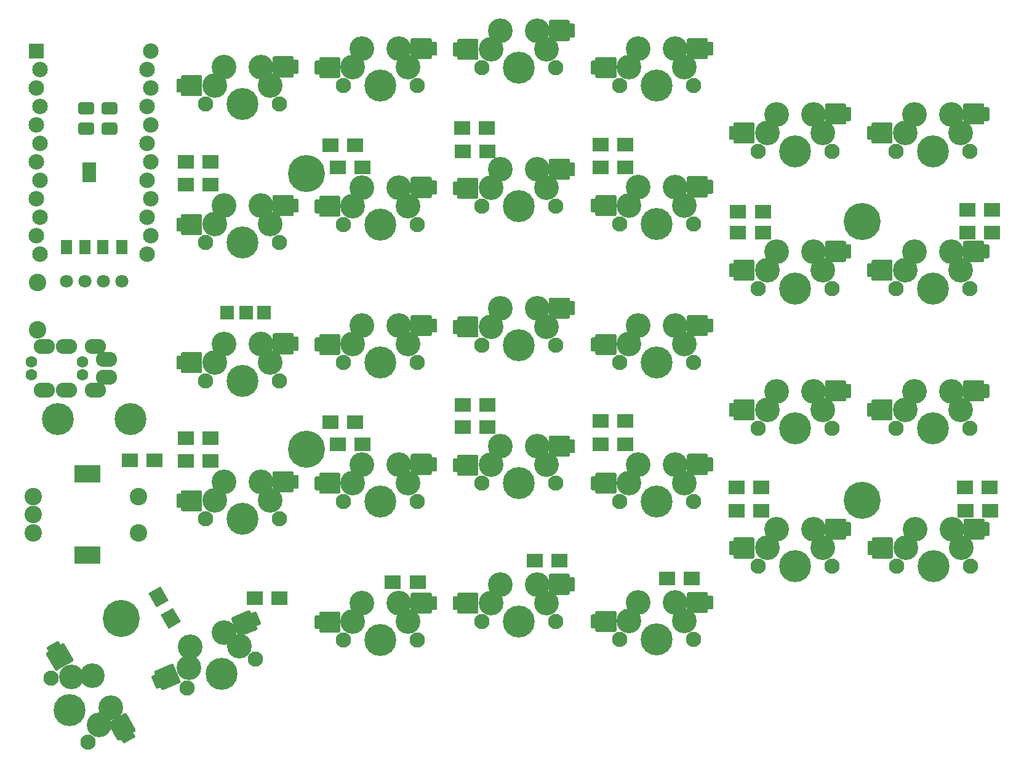
<source format=gbs>
G04 #@! TF.GenerationSoftware,KiCad,Pcbnew,5.1.5-52549c5~86~ubuntu19.10.1*
G04 #@! TF.CreationDate,2020-05-06T07:31:02+02:00*
G04 #@! TF.ProjectId,SofleKeyboard,536f666c-654b-4657-9962-6f6172642e6b,rev?*
G04 #@! TF.SameCoordinates,Original*
G04 #@! TF.FileFunction,Soldermask,Bot*
G04 #@! TF.FilePolarity,Negative*
%FSLAX46Y46*%
G04 Gerber Fmt 4.6, Leading zero omitted, Abs format (unit mm)*
G04 Created by KiCad (PCBNEW 5.1.5-52549c5~86~ubuntu19.10.1) date 2020-05-06 07:31:02*
%MOMM*%
%LPD*%
G04 APERTURE LIST*
%ADD10C,2.400000*%
%ADD11C,1.600000*%
%ADD12O,2.900000X2.100000*%
%ADD13C,2.152600*%
%ADD14R,2.152600X2.152600*%
%ADD15C,0.100000*%
%ADD16C,3.400000*%
%ADD17C,2.100000*%
%ADD18C,4.400000*%
%ADD19R,2.200000X1.900000*%
%ADD20R,1.900000X1.400000*%
%ADD21C,1.797000*%
%ADD22R,1.543000X1.035000*%
%ADD23C,5.100000*%
%ADD24R,3.600000X2.400000*%
%ADD25R,1.924000X1.924000*%
G04 APERTURE END LIST*
D10*
X92280000Y-74552000D03*
X92280000Y-81052000D03*
D11*
X98480000Y-87252000D03*
X91480000Y-87252000D03*
D12*
X100280000Y-89352000D03*
X101780000Y-85152000D03*
X93280000Y-89352000D03*
X96280000Y-89352000D03*
D11*
X91480000Y-85502000D03*
X98480000Y-85502000D03*
D12*
X93280000Y-83402000D03*
X96280000Y-83402000D03*
X100280000Y-83402000D03*
X101780000Y-87602000D03*
D13*
X107848600Y-42740000D03*
X92608600Y-70680000D03*
X107391400Y-45280000D03*
X107848600Y-47820000D03*
X107391400Y-50360000D03*
X107848600Y-52900000D03*
X107391400Y-55440000D03*
X107848600Y-57980000D03*
X107391400Y-60520000D03*
X107848600Y-63060000D03*
X107391400Y-65600000D03*
X107848600Y-68140000D03*
X107391400Y-70680000D03*
X92151400Y-68140000D03*
X92608600Y-65600000D03*
X92151400Y-63060000D03*
X92608600Y-60520000D03*
X92151400Y-57980000D03*
X92608600Y-55440000D03*
X92151400Y-52900000D03*
X92608600Y-50360000D03*
X92151400Y-47820000D03*
X92608600Y-45280000D03*
D14*
X92151400Y-42740000D03*
D15*
G36*
X105781437Y-136041435D02*
G01*
X105785482Y-136050364D01*
X105798082Y-136087484D01*
X105800308Y-136097029D01*
X105805426Y-136135905D01*
X105805746Y-136145703D01*
X105803181Y-136184831D01*
X105801584Y-136194501D01*
X105791440Y-136232356D01*
X105787988Y-136241529D01*
X105770646Y-136276698D01*
X105765470Y-136285022D01*
X105741600Y-136316131D01*
X105734900Y-136323285D01*
X105705428Y-136349131D01*
X105697460Y-136354841D01*
X105680960Y-136365479D01*
X105464454Y-136490479D01*
X105714454Y-136923492D01*
X105730635Y-136959204D01*
X105739538Y-136997387D01*
X105740821Y-137036572D01*
X105734434Y-137075256D01*
X105720624Y-137111950D01*
X105699920Y-137145244D01*
X105673118Y-137173860D01*
X105641249Y-137196697D01*
X104342211Y-137946697D01*
X104306499Y-137962878D01*
X104268316Y-137971781D01*
X104229130Y-137973064D01*
X104190447Y-137966677D01*
X104153753Y-137952866D01*
X104120459Y-137932163D01*
X104091843Y-137905361D01*
X104069006Y-137873492D01*
X103819006Y-137440479D01*
X103602500Y-137565479D01*
X103585037Y-137574449D01*
X103576108Y-137578494D01*
X103538988Y-137591095D01*
X103529443Y-137593320D01*
X103490567Y-137598438D01*
X103480770Y-137598759D01*
X103441642Y-137596193D01*
X103431972Y-137594596D01*
X103394116Y-137584453D01*
X103384943Y-137581001D01*
X103349775Y-137563659D01*
X103341450Y-137558482D01*
X103310341Y-137534612D01*
X103303188Y-137527912D01*
X103277341Y-137498440D01*
X103271631Y-137490472D01*
X103260993Y-137473973D01*
X102310993Y-135828525D01*
X102302023Y-135811062D01*
X102297978Y-135802133D01*
X102285378Y-135765013D01*
X102283152Y-135755468D01*
X102277937Y-135708024D01*
X102278080Y-135693969D01*
X102280350Y-135665882D01*
X102376760Y-135032870D01*
X102380661Y-135013648D01*
X102383078Y-135004150D01*
X102396443Y-134967252D01*
X102400669Y-134958408D01*
X102420942Y-134924883D01*
X102426811Y-134917033D01*
X102453256Y-134888082D01*
X102460544Y-134881528D01*
X102484850Y-134862830D01*
X102489479Y-134859804D01*
X102498910Y-134854006D01*
X104230960Y-133854006D01*
X104248423Y-133845036D01*
X104257352Y-133840990D01*
X104294472Y-133828390D01*
X104304017Y-133826164D01*
X104342893Y-133821047D01*
X104352690Y-133820726D01*
X104391818Y-133823292D01*
X104401488Y-133824889D01*
X104439344Y-133835032D01*
X104448517Y-133838484D01*
X104483685Y-133855826D01*
X104492010Y-133861002D01*
X104523119Y-133884873D01*
X104530272Y-133891573D01*
X104556119Y-133921045D01*
X104561829Y-133929012D01*
X104572467Y-133945512D01*
X105772467Y-136023973D01*
X105781437Y-136041435D01*
G37*
G36*
X97229771Y-126429515D02*
G01*
X97233816Y-126438444D01*
X97246416Y-126475564D01*
X97248642Y-126485109D01*
X97253760Y-126523985D01*
X97254080Y-126533783D01*
X97251515Y-126572911D01*
X97249918Y-126582581D01*
X97239774Y-126620436D01*
X97236322Y-126629609D01*
X97218980Y-126664778D01*
X97213804Y-126673102D01*
X97189934Y-126704211D01*
X97183234Y-126711364D01*
X97153762Y-126737211D01*
X97145794Y-126742921D01*
X97129294Y-126753559D01*
X95050834Y-127953559D01*
X95033371Y-127962529D01*
X95024442Y-127966574D01*
X94987322Y-127979174D01*
X94977777Y-127981400D01*
X94938901Y-127986518D01*
X94929104Y-127986839D01*
X94889976Y-127984273D01*
X94880306Y-127982676D01*
X94842450Y-127972533D01*
X94833277Y-127969081D01*
X94798109Y-127951739D01*
X94789784Y-127946562D01*
X94758675Y-127922692D01*
X94751522Y-127915992D01*
X94725675Y-127886520D01*
X94719965Y-127878552D01*
X94709327Y-127862053D01*
X93509327Y-125783592D01*
X93500357Y-125766129D01*
X93496312Y-125757201D01*
X93483712Y-125720080D01*
X93481486Y-125710535D01*
X93476368Y-125671659D01*
X93476048Y-125661862D01*
X93478613Y-125622734D01*
X93480210Y-125613064D01*
X93490354Y-125575208D01*
X93493806Y-125566035D01*
X93511148Y-125530867D01*
X93516324Y-125522542D01*
X93540194Y-125491433D01*
X93546894Y-125484280D01*
X93576366Y-125458433D01*
X93584334Y-125452723D01*
X93600834Y-125442085D01*
X93817340Y-125317085D01*
X93617340Y-124970675D01*
X93601159Y-124934963D01*
X93592256Y-124896780D01*
X93590973Y-124857595D01*
X93597360Y-124818911D01*
X93611170Y-124782217D01*
X93631874Y-124748923D01*
X93658676Y-124720307D01*
X93690545Y-124697470D01*
X94989583Y-123947470D01*
X95025295Y-123931289D01*
X95063478Y-123922386D01*
X95102664Y-123921103D01*
X95141347Y-123927490D01*
X95178041Y-123941301D01*
X95211335Y-123962004D01*
X95239951Y-123988806D01*
X95262788Y-124020675D01*
X95462788Y-124367085D01*
X95679294Y-124242085D01*
X95696757Y-124233115D01*
X95705686Y-124229070D01*
X95742806Y-124216470D01*
X95752351Y-124214244D01*
X95791227Y-124209126D01*
X95801024Y-124208806D01*
X95840152Y-124211371D01*
X95849822Y-124212968D01*
X95887678Y-124223112D01*
X95896851Y-124226564D01*
X95932019Y-124243906D01*
X95940344Y-124249082D01*
X95971453Y-124272952D01*
X95978606Y-124279652D01*
X96004453Y-124309125D01*
X96010163Y-124317092D01*
X96020801Y-124333592D01*
X97220801Y-126412053D01*
X97229771Y-126429515D01*
G37*
D16*
X96994705Y-128840443D03*
D17*
X94160000Y-129010591D03*
X99240000Y-137809409D03*
D18*
X96700000Y-133410000D03*
D16*
X102369409Y-133069705D03*
X99829409Y-128670295D03*
X100804705Y-135439557D03*
D15*
G36*
X184319608Y-117150963D02*
G01*
X184329363Y-117151924D01*
X184367810Y-117159572D01*
X184377189Y-117162417D01*
X184413416Y-117177423D01*
X184422061Y-117182044D01*
X184454664Y-117203830D01*
X184462240Y-117210048D01*
X184489952Y-117237760D01*
X184496170Y-117245336D01*
X184517956Y-117277939D01*
X184522577Y-117286584D01*
X184537583Y-117322811D01*
X184540428Y-117332190D01*
X184548076Y-117370637D01*
X184549037Y-117380392D01*
X184550000Y-117400000D01*
X184550000Y-117650000D01*
X185050000Y-117650000D01*
X185089018Y-117653843D01*
X185126537Y-117665224D01*
X185161114Y-117683706D01*
X185191421Y-117708579D01*
X185216294Y-117738886D01*
X185234776Y-117773463D01*
X185246157Y-117810982D01*
X185250000Y-117850000D01*
X185250000Y-119350000D01*
X185246157Y-119389018D01*
X185234776Y-119426537D01*
X185216294Y-119461114D01*
X185191421Y-119491421D01*
X185161114Y-119516294D01*
X185126537Y-119534776D01*
X185089018Y-119546157D01*
X185050000Y-119550000D01*
X184550000Y-119550000D01*
X184550000Y-119800000D01*
X184549037Y-119819608D01*
X184548076Y-119829363D01*
X184540428Y-119867810D01*
X184537583Y-119877189D01*
X184522577Y-119913416D01*
X184517956Y-119922061D01*
X184496170Y-119954664D01*
X184489952Y-119962240D01*
X184462240Y-119989952D01*
X184454664Y-119996170D01*
X184422061Y-120017956D01*
X184413416Y-120022577D01*
X184377189Y-120037583D01*
X184367810Y-120040428D01*
X184329363Y-120048076D01*
X184319608Y-120049037D01*
X184300000Y-120050000D01*
X182400000Y-120050000D01*
X182380392Y-120049037D01*
X182370637Y-120048076D01*
X182332190Y-120040428D01*
X182322811Y-120037583D01*
X182279116Y-120018377D01*
X182267015Y-120011226D01*
X182243826Y-119995217D01*
X181743826Y-119595217D01*
X181729130Y-119582228D01*
X181722113Y-119575385D01*
X181696841Y-119545362D01*
X181691295Y-119537280D01*
X181672398Y-119502961D01*
X181668534Y-119493953D01*
X181656684Y-119456575D01*
X181654652Y-119446987D01*
X181650612Y-119416588D01*
X181650306Y-119411066D01*
X181650000Y-119400000D01*
X181650000Y-117400000D01*
X181650963Y-117380392D01*
X181651924Y-117370637D01*
X181659572Y-117332190D01*
X181662417Y-117322811D01*
X181677423Y-117286584D01*
X181682044Y-117277939D01*
X181703830Y-117245336D01*
X181710048Y-117237760D01*
X181737760Y-117210048D01*
X181745336Y-117203830D01*
X181777939Y-117182044D01*
X181786584Y-117177423D01*
X181822811Y-117162417D01*
X181832190Y-117159572D01*
X181870637Y-117151924D01*
X181880392Y-117150963D01*
X181900000Y-117150000D01*
X184300000Y-117150000D01*
X184319608Y-117150963D01*
G37*
G36*
X171719608Y-119750963D02*
G01*
X171729363Y-119751924D01*
X171767810Y-119759572D01*
X171777189Y-119762417D01*
X171813416Y-119777423D01*
X171822061Y-119782044D01*
X171854664Y-119803830D01*
X171862240Y-119810048D01*
X171889952Y-119837760D01*
X171896170Y-119845336D01*
X171917956Y-119877939D01*
X171922577Y-119886584D01*
X171937583Y-119922811D01*
X171940428Y-119932190D01*
X171948076Y-119970637D01*
X171949037Y-119980392D01*
X171950000Y-120000000D01*
X171950000Y-122400000D01*
X171949037Y-122419608D01*
X171948076Y-122429363D01*
X171940428Y-122467810D01*
X171937583Y-122477189D01*
X171922577Y-122513416D01*
X171917956Y-122522061D01*
X171896170Y-122554664D01*
X171889952Y-122562240D01*
X171862240Y-122589952D01*
X171854664Y-122596170D01*
X171822061Y-122617956D01*
X171813416Y-122622577D01*
X171777189Y-122637583D01*
X171767810Y-122640428D01*
X171729363Y-122648076D01*
X171719608Y-122649037D01*
X171700000Y-122650000D01*
X169300000Y-122650000D01*
X169280392Y-122649037D01*
X169270637Y-122648076D01*
X169232190Y-122640428D01*
X169222811Y-122637583D01*
X169186584Y-122622577D01*
X169177939Y-122617956D01*
X169145336Y-122596170D01*
X169137760Y-122589952D01*
X169110048Y-122562240D01*
X169103830Y-122554664D01*
X169082044Y-122522061D01*
X169077423Y-122513416D01*
X169062417Y-122477189D01*
X169059572Y-122467810D01*
X169051924Y-122429363D01*
X169050963Y-122419608D01*
X169050000Y-122400000D01*
X169050000Y-122150000D01*
X168650000Y-122150000D01*
X168610982Y-122146157D01*
X168573463Y-122134776D01*
X168538886Y-122116294D01*
X168508579Y-122091421D01*
X168483706Y-122061114D01*
X168465224Y-122026537D01*
X168453843Y-121989018D01*
X168450000Y-121950000D01*
X168450000Y-120450000D01*
X168453843Y-120410982D01*
X168465224Y-120373463D01*
X168483706Y-120338886D01*
X168508579Y-120308579D01*
X168538886Y-120283706D01*
X168573463Y-120265224D01*
X168610982Y-120253843D01*
X168650000Y-120250000D01*
X169050000Y-120250000D01*
X169050000Y-120000000D01*
X169050963Y-119980392D01*
X169051924Y-119970637D01*
X169059572Y-119932190D01*
X169062417Y-119922811D01*
X169077423Y-119886584D01*
X169082044Y-119877939D01*
X169103830Y-119845336D01*
X169110048Y-119837760D01*
X169137760Y-119810048D01*
X169145336Y-119803830D01*
X169177939Y-119782044D01*
X169186584Y-119777423D01*
X169222811Y-119762417D01*
X169232190Y-119759572D01*
X169270637Y-119751924D01*
X169280392Y-119750963D01*
X169300000Y-119750000D01*
X171700000Y-119750000D01*
X171719608Y-119750963D01*
G37*
D16*
X173690000Y-121159999D03*
D17*
X172420000Y-123700000D03*
X182580000Y-123700000D03*
D18*
X177500000Y-123700000D03*
D16*
X180040000Y-118620000D03*
X174960000Y-118620000D03*
X181310000Y-121160000D03*
D15*
G36*
X165319608Y-114650963D02*
G01*
X165329363Y-114651924D01*
X165367810Y-114659572D01*
X165377189Y-114662417D01*
X165413416Y-114677423D01*
X165422061Y-114682044D01*
X165454664Y-114703830D01*
X165462240Y-114710048D01*
X165489952Y-114737760D01*
X165496170Y-114745336D01*
X165517956Y-114777939D01*
X165522577Y-114786584D01*
X165537583Y-114822811D01*
X165540428Y-114832190D01*
X165548076Y-114870637D01*
X165549037Y-114880392D01*
X165550000Y-114900000D01*
X165550000Y-115150000D01*
X166050000Y-115150000D01*
X166089018Y-115153843D01*
X166126537Y-115165224D01*
X166161114Y-115183706D01*
X166191421Y-115208579D01*
X166216294Y-115238886D01*
X166234776Y-115273463D01*
X166246157Y-115310982D01*
X166250000Y-115350000D01*
X166250000Y-116850000D01*
X166246157Y-116889018D01*
X166234776Y-116926537D01*
X166216294Y-116961114D01*
X166191421Y-116991421D01*
X166161114Y-117016294D01*
X166126537Y-117034776D01*
X166089018Y-117046157D01*
X166050000Y-117050000D01*
X165550000Y-117050000D01*
X165550000Y-117300000D01*
X165549037Y-117319608D01*
X165548076Y-117329363D01*
X165540428Y-117367810D01*
X165537583Y-117377189D01*
X165522577Y-117413416D01*
X165517956Y-117422061D01*
X165496170Y-117454664D01*
X165489952Y-117462240D01*
X165462240Y-117489952D01*
X165454664Y-117496170D01*
X165422061Y-117517956D01*
X165413416Y-117522577D01*
X165377189Y-117537583D01*
X165367810Y-117540428D01*
X165329363Y-117548076D01*
X165319608Y-117549037D01*
X165300000Y-117550000D01*
X163400000Y-117550000D01*
X163380392Y-117549037D01*
X163370637Y-117548076D01*
X163332190Y-117540428D01*
X163322811Y-117537583D01*
X163279116Y-117518377D01*
X163267015Y-117511226D01*
X163243826Y-117495217D01*
X162743826Y-117095217D01*
X162729130Y-117082228D01*
X162722113Y-117075385D01*
X162696841Y-117045362D01*
X162691295Y-117037280D01*
X162672398Y-117002961D01*
X162668534Y-116993953D01*
X162656684Y-116956575D01*
X162654652Y-116946987D01*
X162650612Y-116916588D01*
X162650306Y-116911066D01*
X162650000Y-116900000D01*
X162650000Y-114900000D01*
X162650963Y-114880392D01*
X162651924Y-114870637D01*
X162659572Y-114832190D01*
X162662417Y-114822811D01*
X162677423Y-114786584D01*
X162682044Y-114777939D01*
X162703830Y-114745336D01*
X162710048Y-114737760D01*
X162737760Y-114710048D01*
X162745336Y-114703830D01*
X162777939Y-114682044D01*
X162786584Y-114677423D01*
X162822811Y-114662417D01*
X162832190Y-114659572D01*
X162870637Y-114651924D01*
X162880392Y-114650963D01*
X162900000Y-114650000D01*
X165300000Y-114650000D01*
X165319608Y-114650963D01*
G37*
G36*
X152719608Y-117250963D02*
G01*
X152729363Y-117251924D01*
X152767810Y-117259572D01*
X152777189Y-117262417D01*
X152813416Y-117277423D01*
X152822061Y-117282044D01*
X152854664Y-117303830D01*
X152862240Y-117310048D01*
X152889952Y-117337760D01*
X152896170Y-117345336D01*
X152917956Y-117377939D01*
X152922577Y-117386584D01*
X152937583Y-117422811D01*
X152940428Y-117432190D01*
X152948076Y-117470637D01*
X152949037Y-117480392D01*
X152950000Y-117500000D01*
X152950000Y-119900000D01*
X152949037Y-119919608D01*
X152948076Y-119929363D01*
X152940428Y-119967810D01*
X152937583Y-119977189D01*
X152922577Y-120013416D01*
X152917956Y-120022061D01*
X152896170Y-120054664D01*
X152889952Y-120062240D01*
X152862240Y-120089952D01*
X152854664Y-120096170D01*
X152822061Y-120117956D01*
X152813416Y-120122577D01*
X152777189Y-120137583D01*
X152767810Y-120140428D01*
X152729363Y-120148076D01*
X152719608Y-120149037D01*
X152700000Y-120150000D01*
X150300000Y-120150000D01*
X150280392Y-120149037D01*
X150270637Y-120148076D01*
X150232190Y-120140428D01*
X150222811Y-120137583D01*
X150186584Y-120122577D01*
X150177939Y-120117956D01*
X150145336Y-120096170D01*
X150137760Y-120089952D01*
X150110048Y-120062240D01*
X150103830Y-120054664D01*
X150082044Y-120022061D01*
X150077423Y-120013416D01*
X150062417Y-119977189D01*
X150059572Y-119967810D01*
X150051924Y-119929363D01*
X150050963Y-119919608D01*
X150050000Y-119900000D01*
X150050000Y-119650000D01*
X149650000Y-119650000D01*
X149610982Y-119646157D01*
X149573463Y-119634776D01*
X149538886Y-119616294D01*
X149508579Y-119591421D01*
X149483706Y-119561114D01*
X149465224Y-119526537D01*
X149453843Y-119489018D01*
X149450000Y-119450000D01*
X149450000Y-117950000D01*
X149453843Y-117910982D01*
X149465224Y-117873463D01*
X149483706Y-117838886D01*
X149508579Y-117808579D01*
X149538886Y-117783706D01*
X149573463Y-117765224D01*
X149610982Y-117753843D01*
X149650000Y-117750000D01*
X150050000Y-117750000D01*
X150050000Y-117500000D01*
X150050963Y-117480392D01*
X150051924Y-117470637D01*
X150059572Y-117432190D01*
X150062417Y-117422811D01*
X150077423Y-117386584D01*
X150082044Y-117377939D01*
X150103830Y-117345336D01*
X150110048Y-117337760D01*
X150137760Y-117310048D01*
X150145336Y-117303830D01*
X150177939Y-117282044D01*
X150186584Y-117277423D01*
X150222811Y-117262417D01*
X150232190Y-117259572D01*
X150270637Y-117251924D01*
X150280392Y-117250963D01*
X150300000Y-117250000D01*
X152700000Y-117250000D01*
X152719608Y-117250963D01*
G37*
D16*
X154690000Y-118659999D03*
D17*
X153420000Y-121200000D03*
X163580000Y-121200000D03*
D18*
X158500000Y-121200000D03*
D16*
X161040000Y-116120000D03*
X155960000Y-116120000D03*
X162310000Y-118660000D03*
D15*
G36*
X146319608Y-117250963D02*
G01*
X146329363Y-117251924D01*
X146367810Y-117259572D01*
X146377189Y-117262417D01*
X146413416Y-117277423D01*
X146422061Y-117282044D01*
X146454664Y-117303830D01*
X146462240Y-117310048D01*
X146489952Y-117337760D01*
X146496170Y-117345336D01*
X146517956Y-117377939D01*
X146522577Y-117386584D01*
X146537583Y-117422811D01*
X146540428Y-117432190D01*
X146548076Y-117470637D01*
X146549037Y-117480392D01*
X146550000Y-117500000D01*
X146550000Y-117750000D01*
X147050000Y-117750000D01*
X147089018Y-117753843D01*
X147126537Y-117765224D01*
X147161114Y-117783706D01*
X147191421Y-117808579D01*
X147216294Y-117838886D01*
X147234776Y-117873463D01*
X147246157Y-117910982D01*
X147250000Y-117950000D01*
X147250000Y-119450000D01*
X147246157Y-119489018D01*
X147234776Y-119526537D01*
X147216294Y-119561114D01*
X147191421Y-119591421D01*
X147161114Y-119616294D01*
X147126537Y-119634776D01*
X147089018Y-119646157D01*
X147050000Y-119650000D01*
X146550000Y-119650000D01*
X146550000Y-119900000D01*
X146549037Y-119919608D01*
X146548076Y-119929363D01*
X146540428Y-119967810D01*
X146537583Y-119977189D01*
X146522577Y-120013416D01*
X146517956Y-120022061D01*
X146496170Y-120054664D01*
X146489952Y-120062240D01*
X146462240Y-120089952D01*
X146454664Y-120096170D01*
X146422061Y-120117956D01*
X146413416Y-120122577D01*
X146377189Y-120137583D01*
X146367810Y-120140428D01*
X146329363Y-120148076D01*
X146319608Y-120149037D01*
X146300000Y-120150000D01*
X144400000Y-120150000D01*
X144380392Y-120149037D01*
X144370637Y-120148076D01*
X144332190Y-120140428D01*
X144322811Y-120137583D01*
X144279116Y-120118377D01*
X144267015Y-120111226D01*
X144243826Y-120095217D01*
X143743826Y-119695217D01*
X143729130Y-119682228D01*
X143722113Y-119675385D01*
X143696841Y-119645362D01*
X143691295Y-119637280D01*
X143672398Y-119602961D01*
X143668534Y-119593953D01*
X143656684Y-119556575D01*
X143654652Y-119546987D01*
X143650612Y-119516588D01*
X143650306Y-119511066D01*
X143650000Y-119500000D01*
X143650000Y-117500000D01*
X143650963Y-117480392D01*
X143651924Y-117470637D01*
X143659572Y-117432190D01*
X143662417Y-117422811D01*
X143677423Y-117386584D01*
X143682044Y-117377939D01*
X143703830Y-117345336D01*
X143710048Y-117337760D01*
X143737760Y-117310048D01*
X143745336Y-117303830D01*
X143777939Y-117282044D01*
X143786584Y-117277423D01*
X143822811Y-117262417D01*
X143832190Y-117259572D01*
X143870637Y-117251924D01*
X143880392Y-117250963D01*
X143900000Y-117250000D01*
X146300000Y-117250000D01*
X146319608Y-117250963D01*
G37*
G36*
X133719608Y-119850963D02*
G01*
X133729363Y-119851924D01*
X133767810Y-119859572D01*
X133777189Y-119862417D01*
X133813416Y-119877423D01*
X133822061Y-119882044D01*
X133854664Y-119903830D01*
X133862240Y-119910048D01*
X133889952Y-119937760D01*
X133896170Y-119945336D01*
X133917956Y-119977939D01*
X133922577Y-119986584D01*
X133937583Y-120022811D01*
X133940428Y-120032190D01*
X133948076Y-120070637D01*
X133949037Y-120080392D01*
X133950000Y-120100000D01*
X133950000Y-122500000D01*
X133949037Y-122519608D01*
X133948076Y-122529363D01*
X133940428Y-122567810D01*
X133937583Y-122577189D01*
X133922577Y-122613416D01*
X133917956Y-122622061D01*
X133896170Y-122654664D01*
X133889952Y-122662240D01*
X133862240Y-122689952D01*
X133854664Y-122696170D01*
X133822061Y-122717956D01*
X133813416Y-122722577D01*
X133777189Y-122737583D01*
X133767810Y-122740428D01*
X133729363Y-122748076D01*
X133719608Y-122749037D01*
X133700000Y-122750000D01*
X131300000Y-122750000D01*
X131280392Y-122749037D01*
X131270637Y-122748076D01*
X131232190Y-122740428D01*
X131222811Y-122737583D01*
X131186584Y-122722577D01*
X131177939Y-122717956D01*
X131145336Y-122696170D01*
X131137760Y-122689952D01*
X131110048Y-122662240D01*
X131103830Y-122654664D01*
X131082044Y-122622061D01*
X131077423Y-122613416D01*
X131062417Y-122577189D01*
X131059572Y-122567810D01*
X131051924Y-122529363D01*
X131050963Y-122519608D01*
X131050000Y-122500000D01*
X131050000Y-122250000D01*
X130650000Y-122250000D01*
X130610982Y-122246157D01*
X130573463Y-122234776D01*
X130538886Y-122216294D01*
X130508579Y-122191421D01*
X130483706Y-122161114D01*
X130465224Y-122126537D01*
X130453843Y-122089018D01*
X130450000Y-122050000D01*
X130450000Y-120550000D01*
X130453843Y-120510982D01*
X130465224Y-120473463D01*
X130483706Y-120438886D01*
X130508579Y-120408579D01*
X130538886Y-120383706D01*
X130573463Y-120365224D01*
X130610982Y-120353843D01*
X130650000Y-120350000D01*
X131050000Y-120350000D01*
X131050000Y-120100000D01*
X131050963Y-120080392D01*
X131051924Y-120070637D01*
X131059572Y-120032190D01*
X131062417Y-120022811D01*
X131077423Y-119986584D01*
X131082044Y-119977939D01*
X131103830Y-119945336D01*
X131110048Y-119937760D01*
X131137760Y-119910048D01*
X131145336Y-119903830D01*
X131177939Y-119882044D01*
X131186584Y-119877423D01*
X131222811Y-119862417D01*
X131232190Y-119859572D01*
X131270637Y-119851924D01*
X131280392Y-119850963D01*
X131300000Y-119850000D01*
X133700000Y-119850000D01*
X133719608Y-119850963D01*
G37*
D16*
X135690000Y-121259999D03*
D17*
X134420000Y-123800000D03*
X144580000Y-123800000D03*
D18*
X139500000Y-123800000D03*
D16*
X142040000Y-118720000D03*
X136960000Y-118720000D03*
X143310000Y-121260000D03*
D15*
G36*
X121318569Y-119706946D02*
G01*
X121327924Y-119704019D01*
X121366303Y-119696037D01*
X121376048Y-119694991D01*
X121415259Y-119694649D01*
X121425022Y-119695525D01*
X121463546Y-119702840D01*
X121472949Y-119705604D01*
X121509286Y-119720285D01*
X121517970Y-119724829D01*
X121550763Y-119746328D01*
X121558395Y-119752480D01*
X121586363Y-119779964D01*
X121592646Y-119787485D01*
X121614709Y-119819888D01*
X121619405Y-119828492D01*
X121627953Y-119846165D01*
X121725636Y-120076291D01*
X122185888Y-119880925D01*
X122223306Y-119869217D01*
X122262289Y-119865034D01*
X122301339Y-119868536D01*
X122338955Y-119879590D01*
X122373693Y-119897769D01*
X122404216Y-119922376D01*
X122429352Y-119952466D01*
X122448135Y-119986880D01*
X123034232Y-121367638D01*
X123045940Y-121405055D01*
X123050124Y-121444039D01*
X123046621Y-121483088D01*
X123035567Y-121520705D01*
X123017388Y-121555442D01*
X122992781Y-121585966D01*
X122962692Y-121611102D01*
X122928277Y-121629885D01*
X122468025Y-121825250D01*
X122565708Y-122055376D01*
X122572483Y-122073802D01*
X122575410Y-122083157D01*
X122583392Y-122121536D01*
X122584438Y-122131281D01*
X122584780Y-122170491D01*
X122583904Y-122180255D01*
X122576589Y-122218779D01*
X122573825Y-122228182D01*
X122559144Y-122264519D01*
X122554600Y-122273203D01*
X122533101Y-122305996D01*
X122526949Y-122313627D01*
X122499465Y-122341595D01*
X122491944Y-122347879D01*
X122459541Y-122369941D01*
X122450937Y-122374638D01*
X122433264Y-122383185D01*
X120684305Y-123125575D01*
X120665879Y-123132350D01*
X120656524Y-123135277D01*
X120618145Y-123143259D01*
X120608400Y-123144305D01*
X120560675Y-123143699D01*
X120546741Y-123141844D01*
X120519141Y-123136169D01*
X119902596Y-122963332D01*
X119883993Y-122957118D01*
X119874860Y-122953561D01*
X119839866Y-122935799D01*
X119831603Y-122930526D01*
X119800799Y-122906319D01*
X119793722Y-122899537D01*
X119768209Y-122869761D01*
X119762593Y-122861729D01*
X119746996Y-122835325D01*
X119744557Y-122830362D01*
X119739951Y-122820295D01*
X118958489Y-120979285D01*
X118951714Y-120960860D01*
X118948787Y-120951505D01*
X118940804Y-120913126D01*
X118939759Y-120903381D01*
X118939417Y-120864170D01*
X118940292Y-120854407D01*
X118947608Y-120815883D01*
X118950371Y-120806480D01*
X118965052Y-120770143D01*
X118969596Y-120761459D01*
X118991095Y-120728666D01*
X118997247Y-120721034D01*
X119024731Y-120693066D01*
X119032253Y-120686783D01*
X119064655Y-120664720D01*
X119073259Y-120660024D01*
X119090932Y-120651476D01*
X121300144Y-119713721D01*
X121318569Y-119706946D01*
G37*
G36*
X110736110Y-127023471D02*
G01*
X110745465Y-127020544D01*
X110783843Y-127012562D01*
X110793589Y-127011516D01*
X110832799Y-127011174D01*
X110842562Y-127012050D01*
X110881086Y-127019365D01*
X110890489Y-127022128D01*
X110926826Y-127036809D01*
X110935510Y-127041353D01*
X110968303Y-127062852D01*
X110975935Y-127069004D01*
X111003903Y-127096488D01*
X111010186Y-127104010D01*
X111032249Y-127136412D01*
X111036945Y-127145016D01*
X111045493Y-127162689D01*
X111983248Y-129371901D01*
X111990023Y-129390327D01*
X111992950Y-129399682D01*
X112000932Y-129438061D01*
X112001978Y-129447806D01*
X112002320Y-129487016D01*
X112001444Y-129496779D01*
X111994129Y-129535303D01*
X111991365Y-129544706D01*
X111976684Y-129581043D01*
X111972140Y-129589727D01*
X111950641Y-129622520D01*
X111944489Y-129630152D01*
X111917005Y-129658120D01*
X111909484Y-129664403D01*
X111877081Y-129686466D01*
X111868477Y-129691162D01*
X111850804Y-129699710D01*
X109641593Y-130637465D01*
X109623167Y-130644240D01*
X109613812Y-130647167D01*
X109575433Y-130655149D01*
X109565688Y-130656195D01*
X109526478Y-130656537D01*
X109516714Y-130655661D01*
X109478191Y-130648346D01*
X109468787Y-130645582D01*
X109432450Y-130630901D01*
X109423766Y-130626357D01*
X109390973Y-130604858D01*
X109383342Y-130598706D01*
X109355374Y-130571222D01*
X109349090Y-130563701D01*
X109327028Y-130531298D01*
X109322331Y-130522694D01*
X109313784Y-130505021D01*
X109216101Y-130274895D01*
X108847899Y-130431188D01*
X108810481Y-130442896D01*
X108771498Y-130447079D01*
X108732448Y-130443577D01*
X108694832Y-130432523D01*
X108660094Y-130414344D01*
X108629571Y-130389737D01*
X108604435Y-130359647D01*
X108585652Y-130325233D01*
X107999555Y-128944475D01*
X107987847Y-128907058D01*
X107983663Y-128868074D01*
X107987166Y-128829025D01*
X107998220Y-128791408D01*
X108016399Y-128756671D01*
X108041006Y-128726147D01*
X108071095Y-128701011D01*
X108105510Y-128682228D01*
X108473712Y-128525936D01*
X108376029Y-128295810D01*
X108369254Y-128277384D01*
X108366327Y-128268029D01*
X108358344Y-128229650D01*
X108357299Y-128219905D01*
X108356957Y-128180695D01*
X108357833Y-128170931D01*
X108365148Y-128132408D01*
X108367911Y-128123004D01*
X108382592Y-128086667D01*
X108387136Y-128077983D01*
X108408635Y-128045190D01*
X108414787Y-128037559D01*
X108442271Y-128009591D01*
X108449793Y-128003307D01*
X108482195Y-127981245D01*
X108490799Y-127976549D01*
X108508472Y-127968001D01*
X110717684Y-127030246D01*
X110736110Y-127023471D01*
G37*
D16*
X113100419Y-127550602D03*
D17*
X112923835Y-130384914D03*
X122276165Y-126415086D03*
D18*
X117600000Y-128400000D03*
D16*
X117953168Y-122731378D03*
X113277004Y-124716292D03*
X120114666Y-124573232D03*
D15*
G36*
X222369608Y-107050963D02*
G01*
X222379363Y-107051924D01*
X222417810Y-107059572D01*
X222427189Y-107062417D01*
X222463416Y-107077423D01*
X222472061Y-107082044D01*
X222504664Y-107103830D01*
X222512240Y-107110048D01*
X222539952Y-107137760D01*
X222546170Y-107145336D01*
X222567956Y-107177939D01*
X222572577Y-107186584D01*
X222587583Y-107222811D01*
X222590428Y-107232190D01*
X222598076Y-107270637D01*
X222599037Y-107280392D01*
X222600000Y-107300000D01*
X222600000Y-107550000D01*
X223100000Y-107550000D01*
X223139018Y-107553843D01*
X223176537Y-107565224D01*
X223211114Y-107583706D01*
X223241421Y-107608579D01*
X223266294Y-107638886D01*
X223284776Y-107673463D01*
X223296157Y-107710982D01*
X223300000Y-107750000D01*
X223300000Y-109250000D01*
X223296157Y-109289018D01*
X223284776Y-109326537D01*
X223266294Y-109361114D01*
X223241421Y-109391421D01*
X223211114Y-109416294D01*
X223176537Y-109434776D01*
X223139018Y-109446157D01*
X223100000Y-109450000D01*
X222600000Y-109450000D01*
X222600000Y-109700000D01*
X222599037Y-109719608D01*
X222598076Y-109729363D01*
X222590428Y-109767810D01*
X222587583Y-109777189D01*
X222572577Y-109813416D01*
X222567956Y-109822061D01*
X222546170Y-109854664D01*
X222539952Y-109862240D01*
X222512240Y-109889952D01*
X222504664Y-109896170D01*
X222472061Y-109917956D01*
X222463416Y-109922577D01*
X222427189Y-109937583D01*
X222417810Y-109940428D01*
X222379363Y-109948076D01*
X222369608Y-109949037D01*
X222350000Y-109950000D01*
X220450000Y-109950000D01*
X220430392Y-109949037D01*
X220420637Y-109948076D01*
X220382190Y-109940428D01*
X220372811Y-109937583D01*
X220329116Y-109918377D01*
X220317015Y-109911226D01*
X220293826Y-109895217D01*
X219793826Y-109495217D01*
X219779130Y-109482228D01*
X219772113Y-109475385D01*
X219746841Y-109445362D01*
X219741295Y-109437280D01*
X219722398Y-109402961D01*
X219718534Y-109393953D01*
X219706684Y-109356575D01*
X219704652Y-109346987D01*
X219700612Y-109316588D01*
X219700306Y-109311066D01*
X219700000Y-109300000D01*
X219700000Y-107300000D01*
X219700963Y-107280392D01*
X219701924Y-107270637D01*
X219709572Y-107232190D01*
X219712417Y-107222811D01*
X219727423Y-107186584D01*
X219732044Y-107177939D01*
X219753830Y-107145336D01*
X219760048Y-107137760D01*
X219787760Y-107110048D01*
X219795336Y-107103830D01*
X219827939Y-107082044D01*
X219836584Y-107077423D01*
X219872811Y-107062417D01*
X219882190Y-107059572D01*
X219920637Y-107051924D01*
X219930392Y-107050963D01*
X219950000Y-107050000D01*
X222350000Y-107050000D01*
X222369608Y-107050963D01*
G37*
G36*
X209769608Y-109650963D02*
G01*
X209779363Y-109651924D01*
X209817810Y-109659572D01*
X209827189Y-109662417D01*
X209863416Y-109677423D01*
X209872061Y-109682044D01*
X209904664Y-109703830D01*
X209912240Y-109710048D01*
X209939952Y-109737760D01*
X209946170Y-109745336D01*
X209967956Y-109777939D01*
X209972577Y-109786584D01*
X209987583Y-109822811D01*
X209990428Y-109832190D01*
X209998076Y-109870637D01*
X209999037Y-109880392D01*
X210000000Y-109900000D01*
X210000000Y-112300000D01*
X209999037Y-112319608D01*
X209998076Y-112329363D01*
X209990428Y-112367810D01*
X209987583Y-112377189D01*
X209972577Y-112413416D01*
X209967956Y-112422061D01*
X209946170Y-112454664D01*
X209939952Y-112462240D01*
X209912240Y-112489952D01*
X209904664Y-112496170D01*
X209872061Y-112517956D01*
X209863416Y-112522577D01*
X209827189Y-112537583D01*
X209817810Y-112540428D01*
X209779363Y-112548076D01*
X209769608Y-112549037D01*
X209750000Y-112550000D01*
X207350000Y-112550000D01*
X207330392Y-112549037D01*
X207320637Y-112548076D01*
X207282190Y-112540428D01*
X207272811Y-112537583D01*
X207236584Y-112522577D01*
X207227939Y-112517956D01*
X207195336Y-112496170D01*
X207187760Y-112489952D01*
X207160048Y-112462240D01*
X207153830Y-112454664D01*
X207132044Y-112422061D01*
X207127423Y-112413416D01*
X207112417Y-112377189D01*
X207109572Y-112367810D01*
X207101924Y-112329363D01*
X207100963Y-112319608D01*
X207100000Y-112300000D01*
X207100000Y-112050000D01*
X206700000Y-112050000D01*
X206660982Y-112046157D01*
X206623463Y-112034776D01*
X206588886Y-112016294D01*
X206558579Y-111991421D01*
X206533706Y-111961114D01*
X206515224Y-111926537D01*
X206503843Y-111889018D01*
X206500000Y-111850000D01*
X206500000Y-110350000D01*
X206503843Y-110310982D01*
X206515224Y-110273463D01*
X206533706Y-110238886D01*
X206558579Y-110208579D01*
X206588886Y-110183706D01*
X206623463Y-110165224D01*
X206660982Y-110153843D01*
X206700000Y-110150000D01*
X207100000Y-110150000D01*
X207100000Y-109900000D01*
X207100963Y-109880392D01*
X207101924Y-109870637D01*
X207109572Y-109832190D01*
X207112417Y-109822811D01*
X207127423Y-109786584D01*
X207132044Y-109777939D01*
X207153830Y-109745336D01*
X207160048Y-109737760D01*
X207187760Y-109710048D01*
X207195336Y-109703830D01*
X207227939Y-109682044D01*
X207236584Y-109677423D01*
X207272811Y-109662417D01*
X207282190Y-109659572D01*
X207320637Y-109651924D01*
X207330392Y-109650963D01*
X207350000Y-109650000D01*
X209750000Y-109650000D01*
X209769608Y-109650963D01*
G37*
D16*
X211740000Y-111059999D03*
D17*
X210470000Y-113600000D03*
X220630000Y-113600000D03*
D18*
X215550000Y-113600000D03*
D16*
X218090000Y-108520000D03*
X213010000Y-108520000D03*
X219360000Y-111060000D03*
D15*
G36*
X203319608Y-107050963D02*
G01*
X203329363Y-107051924D01*
X203367810Y-107059572D01*
X203377189Y-107062417D01*
X203413416Y-107077423D01*
X203422061Y-107082044D01*
X203454664Y-107103830D01*
X203462240Y-107110048D01*
X203489952Y-107137760D01*
X203496170Y-107145336D01*
X203517956Y-107177939D01*
X203522577Y-107186584D01*
X203537583Y-107222811D01*
X203540428Y-107232190D01*
X203548076Y-107270637D01*
X203549037Y-107280392D01*
X203550000Y-107300000D01*
X203550000Y-107550000D01*
X204050000Y-107550000D01*
X204089018Y-107553843D01*
X204126537Y-107565224D01*
X204161114Y-107583706D01*
X204191421Y-107608579D01*
X204216294Y-107638886D01*
X204234776Y-107673463D01*
X204246157Y-107710982D01*
X204250000Y-107750000D01*
X204250000Y-109250000D01*
X204246157Y-109289018D01*
X204234776Y-109326537D01*
X204216294Y-109361114D01*
X204191421Y-109391421D01*
X204161114Y-109416294D01*
X204126537Y-109434776D01*
X204089018Y-109446157D01*
X204050000Y-109450000D01*
X203550000Y-109450000D01*
X203550000Y-109700000D01*
X203549037Y-109719608D01*
X203548076Y-109729363D01*
X203540428Y-109767810D01*
X203537583Y-109777189D01*
X203522577Y-109813416D01*
X203517956Y-109822061D01*
X203496170Y-109854664D01*
X203489952Y-109862240D01*
X203462240Y-109889952D01*
X203454664Y-109896170D01*
X203422061Y-109917956D01*
X203413416Y-109922577D01*
X203377189Y-109937583D01*
X203367810Y-109940428D01*
X203329363Y-109948076D01*
X203319608Y-109949037D01*
X203300000Y-109950000D01*
X201400000Y-109950000D01*
X201380392Y-109949037D01*
X201370637Y-109948076D01*
X201332190Y-109940428D01*
X201322811Y-109937583D01*
X201279116Y-109918377D01*
X201267015Y-109911226D01*
X201243826Y-109895217D01*
X200743826Y-109495217D01*
X200729130Y-109482228D01*
X200722113Y-109475385D01*
X200696841Y-109445362D01*
X200691295Y-109437280D01*
X200672398Y-109402961D01*
X200668534Y-109393953D01*
X200656684Y-109356575D01*
X200654652Y-109346987D01*
X200650612Y-109316588D01*
X200650306Y-109311066D01*
X200650000Y-109300000D01*
X200650000Y-107300000D01*
X200650963Y-107280392D01*
X200651924Y-107270637D01*
X200659572Y-107232190D01*
X200662417Y-107222811D01*
X200677423Y-107186584D01*
X200682044Y-107177939D01*
X200703830Y-107145336D01*
X200710048Y-107137760D01*
X200737760Y-107110048D01*
X200745336Y-107103830D01*
X200777939Y-107082044D01*
X200786584Y-107077423D01*
X200822811Y-107062417D01*
X200832190Y-107059572D01*
X200870637Y-107051924D01*
X200880392Y-107050963D01*
X200900000Y-107050000D01*
X203300000Y-107050000D01*
X203319608Y-107050963D01*
G37*
G36*
X190719608Y-109650963D02*
G01*
X190729363Y-109651924D01*
X190767810Y-109659572D01*
X190777189Y-109662417D01*
X190813416Y-109677423D01*
X190822061Y-109682044D01*
X190854664Y-109703830D01*
X190862240Y-109710048D01*
X190889952Y-109737760D01*
X190896170Y-109745336D01*
X190917956Y-109777939D01*
X190922577Y-109786584D01*
X190937583Y-109822811D01*
X190940428Y-109832190D01*
X190948076Y-109870637D01*
X190949037Y-109880392D01*
X190950000Y-109900000D01*
X190950000Y-112300000D01*
X190949037Y-112319608D01*
X190948076Y-112329363D01*
X190940428Y-112367810D01*
X190937583Y-112377189D01*
X190922577Y-112413416D01*
X190917956Y-112422061D01*
X190896170Y-112454664D01*
X190889952Y-112462240D01*
X190862240Y-112489952D01*
X190854664Y-112496170D01*
X190822061Y-112517956D01*
X190813416Y-112522577D01*
X190777189Y-112537583D01*
X190767810Y-112540428D01*
X190729363Y-112548076D01*
X190719608Y-112549037D01*
X190700000Y-112550000D01*
X188300000Y-112550000D01*
X188280392Y-112549037D01*
X188270637Y-112548076D01*
X188232190Y-112540428D01*
X188222811Y-112537583D01*
X188186584Y-112522577D01*
X188177939Y-112517956D01*
X188145336Y-112496170D01*
X188137760Y-112489952D01*
X188110048Y-112462240D01*
X188103830Y-112454664D01*
X188082044Y-112422061D01*
X188077423Y-112413416D01*
X188062417Y-112377189D01*
X188059572Y-112367810D01*
X188051924Y-112329363D01*
X188050963Y-112319608D01*
X188050000Y-112300000D01*
X188050000Y-112050000D01*
X187650000Y-112050000D01*
X187610982Y-112046157D01*
X187573463Y-112034776D01*
X187538886Y-112016294D01*
X187508579Y-111991421D01*
X187483706Y-111961114D01*
X187465224Y-111926537D01*
X187453843Y-111889018D01*
X187450000Y-111850000D01*
X187450000Y-110350000D01*
X187453843Y-110310982D01*
X187465224Y-110273463D01*
X187483706Y-110238886D01*
X187508579Y-110208579D01*
X187538886Y-110183706D01*
X187573463Y-110165224D01*
X187610982Y-110153843D01*
X187650000Y-110150000D01*
X188050000Y-110150000D01*
X188050000Y-109900000D01*
X188050963Y-109880392D01*
X188051924Y-109870637D01*
X188059572Y-109832190D01*
X188062417Y-109822811D01*
X188077423Y-109786584D01*
X188082044Y-109777939D01*
X188103830Y-109745336D01*
X188110048Y-109737760D01*
X188137760Y-109710048D01*
X188145336Y-109703830D01*
X188177939Y-109682044D01*
X188186584Y-109677423D01*
X188222811Y-109662417D01*
X188232190Y-109659572D01*
X188270637Y-109651924D01*
X188280392Y-109650963D01*
X188300000Y-109650000D01*
X190700000Y-109650000D01*
X190719608Y-109650963D01*
G37*
D16*
X192690000Y-111059999D03*
D17*
X191420000Y-113600000D03*
X201580000Y-113600000D03*
D18*
X196500000Y-113600000D03*
D16*
X199040000Y-108520000D03*
X193960000Y-108520000D03*
X200310000Y-111060000D03*
D15*
G36*
X184319608Y-98150963D02*
G01*
X184329363Y-98151924D01*
X184367810Y-98159572D01*
X184377189Y-98162417D01*
X184413416Y-98177423D01*
X184422061Y-98182044D01*
X184454664Y-98203830D01*
X184462240Y-98210048D01*
X184489952Y-98237760D01*
X184496170Y-98245336D01*
X184517956Y-98277939D01*
X184522577Y-98286584D01*
X184537583Y-98322811D01*
X184540428Y-98332190D01*
X184548076Y-98370637D01*
X184549037Y-98380392D01*
X184550000Y-98400000D01*
X184550000Y-98650000D01*
X185050000Y-98650000D01*
X185089018Y-98653843D01*
X185126537Y-98665224D01*
X185161114Y-98683706D01*
X185191421Y-98708579D01*
X185216294Y-98738886D01*
X185234776Y-98773463D01*
X185246157Y-98810982D01*
X185250000Y-98850000D01*
X185250000Y-100350000D01*
X185246157Y-100389018D01*
X185234776Y-100426537D01*
X185216294Y-100461114D01*
X185191421Y-100491421D01*
X185161114Y-100516294D01*
X185126537Y-100534776D01*
X185089018Y-100546157D01*
X185050000Y-100550000D01*
X184550000Y-100550000D01*
X184550000Y-100800000D01*
X184549037Y-100819608D01*
X184548076Y-100829363D01*
X184540428Y-100867810D01*
X184537583Y-100877189D01*
X184522577Y-100913416D01*
X184517956Y-100922061D01*
X184496170Y-100954664D01*
X184489952Y-100962240D01*
X184462240Y-100989952D01*
X184454664Y-100996170D01*
X184422061Y-101017956D01*
X184413416Y-101022577D01*
X184377189Y-101037583D01*
X184367810Y-101040428D01*
X184329363Y-101048076D01*
X184319608Y-101049037D01*
X184300000Y-101050000D01*
X182400000Y-101050000D01*
X182380392Y-101049037D01*
X182370637Y-101048076D01*
X182332190Y-101040428D01*
X182322811Y-101037583D01*
X182279116Y-101018377D01*
X182267015Y-101011226D01*
X182243826Y-100995217D01*
X181743826Y-100595217D01*
X181729130Y-100582228D01*
X181722113Y-100575385D01*
X181696841Y-100545362D01*
X181691295Y-100537280D01*
X181672398Y-100502961D01*
X181668534Y-100493953D01*
X181656684Y-100456575D01*
X181654652Y-100446987D01*
X181650612Y-100416588D01*
X181650306Y-100411066D01*
X181650000Y-100400000D01*
X181650000Y-98400000D01*
X181650963Y-98380392D01*
X181651924Y-98370637D01*
X181659572Y-98332190D01*
X181662417Y-98322811D01*
X181677423Y-98286584D01*
X181682044Y-98277939D01*
X181703830Y-98245336D01*
X181710048Y-98237760D01*
X181737760Y-98210048D01*
X181745336Y-98203830D01*
X181777939Y-98182044D01*
X181786584Y-98177423D01*
X181822811Y-98162417D01*
X181832190Y-98159572D01*
X181870637Y-98151924D01*
X181880392Y-98150963D01*
X181900000Y-98150000D01*
X184300000Y-98150000D01*
X184319608Y-98150963D01*
G37*
G36*
X171719608Y-100750963D02*
G01*
X171729363Y-100751924D01*
X171767810Y-100759572D01*
X171777189Y-100762417D01*
X171813416Y-100777423D01*
X171822061Y-100782044D01*
X171854664Y-100803830D01*
X171862240Y-100810048D01*
X171889952Y-100837760D01*
X171896170Y-100845336D01*
X171917956Y-100877939D01*
X171922577Y-100886584D01*
X171937583Y-100922811D01*
X171940428Y-100932190D01*
X171948076Y-100970637D01*
X171949037Y-100980392D01*
X171950000Y-101000000D01*
X171950000Y-103400000D01*
X171949037Y-103419608D01*
X171948076Y-103429363D01*
X171940428Y-103467810D01*
X171937583Y-103477189D01*
X171922577Y-103513416D01*
X171917956Y-103522061D01*
X171896170Y-103554664D01*
X171889952Y-103562240D01*
X171862240Y-103589952D01*
X171854664Y-103596170D01*
X171822061Y-103617956D01*
X171813416Y-103622577D01*
X171777189Y-103637583D01*
X171767810Y-103640428D01*
X171729363Y-103648076D01*
X171719608Y-103649037D01*
X171700000Y-103650000D01*
X169300000Y-103650000D01*
X169280392Y-103649037D01*
X169270637Y-103648076D01*
X169232190Y-103640428D01*
X169222811Y-103637583D01*
X169186584Y-103622577D01*
X169177939Y-103617956D01*
X169145336Y-103596170D01*
X169137760Y-103589952D01*
X169110048Y-103562240D01*
X169103830Y-103554664D01*
X169082044Y-103522061D01*
X169077423Y-103513416D01*
X169062417Y-103477189D01*
X169059572Y-103467810D01*
X169051924Y-103429363D01*
X169050963Y-103419608D01*
X169050000Y-103400000D01*
X169050000Y-103150000D01*
X168650000Y-103150000D01*
X168610982Y-103146157D01*
X168573463Y-103134776D01*
X168538886Y-103116294D01*
X168508579Y-103091421D01*
X168483706Y-103061114D01*
X168465224Y-103026537D01*
X168453843Y-102989018D01*
X168450000Y-102950000D01*
X168450000Y-101450000D01*
X168453843Y-101410982D01*
X168465224Y-101373463D01*
X168483706Y-101338886D01*
X168508579Y-101308579D01*
X168538886Y-101283706D01*
X168573463Y-101265224D01*
X168610982Y-101253843D01*
X168650000Y-101250000D01*
X169050000Y-101250000D01*
X169050000Y-101000000D01*
X169050963Y-100980392D01*
X169051924Y-100970637D01*
X169059572Y-100932190D01*
X169062417Y-100922811D01*
X169077423Y-100886584D01*
X169082044Y-100877939D01*
X169103830Y-100845336D01*
X169110048Y-100837760D01*
X169137760Y-100810048D01*
X169145336Y-100803830D01*
X169177939Y-100782044D01*
X169186584Y-100777423D01*
X169222811Y-100762417D01*
X169232190Y-100759572D01*
X169270637Y-100751924D01*
X169280392Y-100750963D01*
X169300000Y-100750000D01*
X171700000Y-100750000D01*
X171719608Y-100750963D01*
G37*
D16*
X173690000Y-102159999D03*
D17*
X172420000Y-104700000D03*
X182580000Y-104700000D03*
D18*
X177500000Y-104700000D03*
D16*
X180040000Y-99620000D03*
X174960000Y-99620000D03*
X181310000Y-102160000D03*
D15*
G36*
X165319608Y-95650963D02*
G01*
X165329363Y-95651924D01*
X165367810Y-95659572D01*
X165377189Y-95662417D01*
X165413416Y-95677423D01*
X165422061Y-95682044D01*
X165454664Y-95703830D01*
X165462240Y-95710048D01*
X165489952Y-95737760D01*
X165496170Y-95745336D01*
X165517956Y-95777939D01*
X165522577Y-95786584D01*
X165537583Y-95822811D01*
X165540428Y-95832190D01*
X165548076Y-95870637D01*
X165549037Y-95880392D01*
X165550000Y-95900000D01*
X165550000Y-96150000D01*
X166050000Y-96150000D01*
X166089018Y-96153843D01*
X166126537Y-96165224D01*
X166161114Y-96183706D01*
X166191421Y-96208579D01*
X166216294Y-96238886D01*
X166234776Y-96273463D01*
X166246157Y-96310982D01*
X166250000Y-96350000D01*
X166250000Y-97850000D01*
X166246157Y-97889018D01*
X166234776Y-97926537D01*
X166216294Y-97961114D01*
X166191421Y-97991421D01*
X166161114Y-98016294D01*
X166126537Y-98034776D01*
X166089018Y-98046157D01*
X166050000Y-98050000D01*
X165550000Y-98050000D01*
X165550000Y-98300000D01*
X165549037Y-98319608D01*
X165548076Y-98329363D01*
X165540428Y-98367810D01*
X165537583Y-98377189D01*
X165522577Y-98413416D01*
X165517956Y-98422061D01*
X165496170Y-98454664D01*
X165489952Y-98462240D01*
X165462240Y-98489952D01*
X165454664Y-98496170D01*
X165422061Y-98517956D01*
X165413416Y-98522577D01*
X165377189Y-98537583D01*
X165367810Y-98540428D01*
X165329363Y-98548076D01*
X165319608Y-98549037D01*
X165300000Y-98550000D01*
X163400000Y-98550000D01*
X163380392Y-98549037D01*
X163370637Y-98548076D01*
X163332190Y-98540428D01*
X163322811Y-98537583D01*
X163279116Y-98518377D01*
X163267015Y-98511226D01*
X163243826Y-98495217D01*
X162743826Y-98095217D01*
X162729130Y-98082228D01*
X162722113Y-98075385D01*
X162696841Y-98045362D01*
X162691295Y-98037280D01*
X162672398Y-98002961D01*
X162668534Y-97993953D01*
X162656684Y-97956575D01*
X162654652Y-97946987D01*
X162650612Y-97916588D01*
X162650306Y-97911066D01*
X162650000Y-97900000D01*
X162650000Y-95900000D01*
X162650963Y-95880392D01*
X162651924Y-95870637D01*
X162659572Y-95832190D01*
X162662417Y-95822811D01*
X162677423Y-95786584D01*
X162682044Y-95777939D01*
X162703830Y-95745336D01*
X162710048Y-95737760D01*
X162737760Y-95710048D01*
X162745336Y-95703830D01*
X162777939Y-95682044D01*
X162786584Y-95677423D01*
X162822811Y-95662417D01*
X162832190Y-95659572D01*
X162870637Y-95651924D01*
X162880392Y-95650963D01*
X162900000Y-95650000D01*
X165300000Y-95650000D01*
X165319608Y-95650963D01*
G37*
G36*
X152719608Y-98250963D02*
G01*
X152729363Y-98251924D01*
X152767810Y-98259572D01*
X152777189Y-98262417D01*
X152813416Y-98277423D01*
X152822061Y-98282044D01*
X152854664Y-98303830D01*
X152862240Y-98310048D01*
X152889952Y-98337760D01*
X152896170Y-98345336D01*
X152917956Y-98377939D01*
X152922577Y-98386584D01*
X152937583Y-98422811D01*
X152940428Y-98432190D01*
X152948076Y-98470637D01*
X152949037Y-98480392D01*
X152950000Y-98500000D01*
X152950000Y-100900000D01*
X152949037Y-100919608D01*
X152948076Y-100929363D01*
X152940428Y-100967810D01*
X152937583Y-100977189D01*
X152922577Y-101013416D01*
X152917956Y-101022061D01*
X152896170Y-101054664D01*
X152889952Y-101062240D01*
X152862240Y-101089952D01*
X152854664Y-101096170D01*
X152822061Y-101117956D01*
X152813416Y-101122577D01*
X152777189Y-101137583D01*
X152767810Y-101140428D01*
X152729363Y-101148076D01*
X152719608Y-101149037D01*
X152700000Y-101150000D01*
X150300000Y-101150000D01*
X150280392Y-101149037D01*
X150270637Y-101148076D01*
X150232190Y-101140428D01*
X150222811Y-101137583D01*
X150186584Y-101122577D01*
X150177939Y-101117956D01*
X150145336Y-101096170D01*
X150137760Y-101089952D01*
X150110048Y-101062240D01*
X150103830Y-101054664D01*
X150082044Y-101022061D01*
X150077423Y-101013416D01*
X150062417Y-100977189D01*
X150059572Y-100967810D01*
X150051924Y-100929363D01*
X150050963Y-100919608D01*
X150050000Y-100900000D01*
X150050000Y-100650000D01*
X149650000Y-100650000D01*
X149610982Y-100646157D01*
X149573463Y-100634776D01*
X149538886Y-100616294D01*
X149508579Y-100591421D01*
X149483706Y-100561114D01*
X149465224Y-100526537D01*
X149453843Y-100489018D01*
X149450000Y-100450000D01*
X149450000Y-98950000D01*
X149453843Y-98910982D01*
X149465224Y-98873463D01*
X149483706Y-98838886D01*
X149508579Y-98808579D01*
X149538886Y-98783706D01*
X149573463Y-98765224D01*
X149610982Y-98753843D01*
X149650000Y-98750000D01*
X150050000Y-98750000D01*
X150050000Y-98500000D01*
X150050963Y-98480392D01*
X150051924Y-98470637D01*
X150059572Y-98432190D01*
X150062417Y-98422811D01*
X150077423Y-98386584D01*
X150082044Y-98377939D01*
X150103830Y-98345336D01*
X150110048Y-98337760D01*
X150137760Y-98310048D01*
X150145336Y-98303830D01*
X150177939Y-98282044D01*
X150186584Y-98277423D01*
X150222811Y-98262417D01*
X150232190Y-98259572D01*
X150270637Y-98251924D01*
X150280392Y-98250963D01*
X150300000Y-98250000D01*
X152700000Y-98250000D01*
X152719608Y-98250963D01*
G37*
D16*
X154690000Y-99659999D03*
D17*
X153420000Y-102200000D03*
X163580000Y-102200000D03*
D18*
X158500000Y-102200000D03*
D16*
X161040000Y-97120000D03*
X155960000Y-97120000D03*
X162310000Y-99660000D03*
D15*
G36*
X146319608Y-98150963D02*
G01*
X146329363Y-98151924D01*
X146367810Y-98159572D01*
X146377189Y-98162417D01*
X146413416Y-98177423D01*
X146422061Y-98182044D01*
X146454664Y-98203830D01*
X146462240Y-98210048D01*
X146489952Y-98237760D01*
X146496170Y-98245336D01*
X146517956Y-98277939D01*
X146522577Y-98286584D01*
X146537583Y-98322811D01*
X146540428Y-98332190D01*
X146548076Y-98370637D01*
X146549037Y-98380392D01*
X146550000Y-98400000D01*
X146550000Y-98650000D01*
X147050000Y-98650000D01*
X147089018Y-98653843D01*
X147126537Y-98665224D01*
X147161114Y-98683706D01*
X147191421Y-98708579D01*
X147216294Y-98738886D01*
X147234776Y-98773463D01*
X147246157Y-98810982D01*
X147250000Y-98850000D01*
X147250000Y-100350000D01*
X147246157Y-100389018D01*
X147234776Y-100426537D01*
X147216294Y-100461114D01*
X147191421Y-100491421D01*
X147161114Y-100516294D01*
X147126537Y-100534776D01*
X147089018Y-100546157D01*
X147050000Y-100550000D01*
X146550000Y-100550000D01*
X146550000Y-100800000D01*
X146549037Y-100819608D01*
X146548076Y-100829363D01*
X146540428Y-100867810D01*
X146537583Y-100877189D01*
X146522577Y-100913416D01*
X146517956Y-100922061D01*
X146496170Y-100954664D01*
X146489952Y-100962240D01*
X146462240Y-100989952D01*
X146454664Y-100996170D01*
X146422061Y-101017956D01*
X146413416Y-101022577D01*
X146377189Y-101037583D01*
X146367810Y-101040428D01*
X146329363Y-101048076D01*
X146319608Y-101049037D01*
X146300000Y-101050000D01*
X144400000Y-101050000D01*
X144380392Y-101049037D01*
X144370637Y-101048076D01*
X144332190Y-101040428D01*
X144322811Y-101037583D01*
X144279116Y-101018377D01*
X144267015Y-101011226D01*
X144243826Y-100995217D01*
X143743826Y-100595217D01*
X143729130Y-100582228D01*
X143722113Y-100575385D01*
X143696841Y-100545362D01*
X143691295Y-100537280D01*
X143672398Y-100502961D01*
X143668534Y-100493953D01*
X143656684Y-100456575D01*
X143654652Y-100446987D01*
X143650612Y-100416588D01*
X143650306Y-100411066D01*
X143650000Y-100400000D01*
X143650000Y-98400000D01*
X143650963Y-98380392D01*
X143651924Y-98370637D01*
X143659572Y-98332190D01*
X143662417Y-98322811D01*
X143677423Y-98286584D01*
X143682044Y-98277939D01*
X143703830Y-98245336D01*
X143710048Y-98237760D01*
X143737760Y-98210048D01*
X143745336Y-98203830D01*
X143777939Y-98182044D01*
X143786584Y-98177423D01*
X143822811Y-98162417D01*
X143832190Y-98159572D01*
X143870637Y-98151924D01*
X143880392Y-98150963D01*
X143900000Y-98150000D01*
X146300000Y-98150000D01*
X146319608Y-98150963D01*
G37*
G36*
X133719608Y-100750963D02*
G01*
X133729363Y-100751924D01*
X133767810Y-100759572D01*
X133777189Y-100762417D01*
X133813416Y-100777423D01*
X133822061Y-100782044D01*
X133854664Y-100803830D01*
X133862240Y-100810048D01*
X133889952Y-100837760D01*
X133896170Y-100845336D01*
X133917956Y-100877939D01*
X133922577Y-100886584D01*
X133937583Y-100922811D01*
X133940428Y-100932190D01*
X133948076Y-100970637D01*
X133949037Y-100980392D01*
X133950000Y-101000000D01*
X133950000Y-103400000D01*
X133949037Y-103419608D01*
X133948076Y-103429363D01*
X133940428Y-103467810D01*
X133937583Y-103477189D01*
X133922577Y-103513416D01*
X133917956Y-103522061D01*
X133896170Y-103554664D01*
X133889952Y-103562240D01*
X133862240Y-103589952D01*
X133854664Y-103596170D01*
X133822061Y-103617956D01*
X133813416Y-103622577D01*
X133777189Y-103637583D01*
X133767810Y-103640428D01*
X133729363Y-103648076D01*
X133719608Y-103649037D01*
X133700000Y-103650000D01*
X131300000Y-103650000D01*
X131280392Y-103649037D01*
X131270637Y-103648076D01*
X131232190Y-103640428D01*
X131222811Y-103637583D01*
X131186584Y-103622577D01*
X131177939Y-103617956D01*
X131145336Y-103596170D01*
X131137760Y-103589952D01*
X131110048Y-103562240D01*
X131103830Y-103554664D01*
X131082044Y-103522061D01*
X131077423Y-103513416D01*
X131062417Y-103477189D01*
X131059572Y-103467810D01*
X131051924Y-103429363D01*
X131050963Y-103419608D01*
X131050000Y-103400000D01*
X131050000Y-103150000D01*
X130650000Y-103150000D01*
X130610982Y-103146157D01*
X130573463Y-103134776D01*
X130538886Y-103116294D01*
X130508579Y-103091421D01*
X130483706Y-103061114D01*
X130465224Y-103026537D01*
X130453843Y-102989018D01*
X130450000Y-102950000D01*
X130450000Y-101450000D01*
X130453843Y-101410982D01*
X130465224Y-101373463D01*
X130483706Y-101338886D01*
X130508579Y-101308579D01*
X130538886Y-101283706D01*
X130573463Y-101265224D01*
X130610982Y-101253843D01*
X130650000Y-101250000D01*
X131050000Y-101250000D01*
X131050000Y-101000000D01*
X131050963Y-100980392D01*
X131051924Y-100970637D01*
X131059572Y-100932190D01*
X131062417Y-100922811D01*
X131077423Y-100886584D01*
X131082044Y-100877939D01*
X131103830Y-100845336D01*
X131110048Y-100837760D01*
X131137760Y-100810048D01*
X131145336Y-100803830D01*
X131177939Y-100782044D01*
X131186584Y-100777423D01*
X131222811Y-100762417D01*
X131232190Y-100759572D01*
X131270637Y-100751924D01*
X131280392Y-100750963D01*
X131300000Y-100750000D01*
X133700000Y-100750000D01*
X133719608Y-100750963D01*
G37*
D16*
X135690000Y-102159999D03*
D17*
X134420000Y-104700000D03*
X144580000Y-104700000D03*
D18*
X139500000Y-104700000D03*
D16*
X142040000Y-99620000D03*
X136960000Y-99620000D03*
X143310000Y-102160000D03*
D15*
G36*
X127319608Y-100550963D02*
G01*
X127329363Y-100551924D01*
X127367810Y-100559572D01*
X127377189Y-100562417D01*
X127413416Y-100577423D01*
X127422061Y-100582044D01*
X127454664Y-100603830D01*
X127462240Y-100610048D01*
X127489952Y-100637760D01*
X127496170Y-100645336D01*
X127517956Y-100677939D01*
X127522577Y-100686584D01*
X127537583Y-100722811D01*
X127540428Y-100732190D01*
X127548076Y-100770637D01*
X127549037Y-100780392D01*
X127550000Y-100800000D01*
X127550000Y-101050000D01*
X128050000Y-101050000D01*
X128089018Y-101053843D01*
X128126537Y-101065224D01*
X128161114Y-101083706D01*
X128191421Y-101108579D01*
X128216294Y-101138886D01*
X128234776Y-101173463D01*
X128246157Y-101210982D01*
X128250000Y-101250000D01*
X128250000Y-102750000D01*
X128246157Y-102789018D01*
X128234776Y-102826537D01*
X128216294Y-102861114D01*
X128191421Y-102891421D01*
X128161114Y-102916294D01*
X128126537Y-102934776D01*
X128089018Y-102946157D01*
X128050000Y-102950000D01*
X127550000Y-102950000D01*
X127550000Y-103200000D01*
X127549037Y-103219608D01*
X127548076Y-103229363D01*
X127540428Y-103267810D01*
X127537583Y-103277189D01*
X127522577Y-103313416D01*
X127517956Y-103322061D01*
X127496170Y-103354664D01*
X127489952Y-103362240D01*
X127462240Y-103389952D01*
X127454664Y-103396170D01*
X127422061Y-103417956D01*
X127413416Y-103422577D01*
X127377189Y-103437583D01*
X127367810Y-103440428D01*
X127329363Y-103448076D01*
X127319608Y-103449037D01*
X127300000Y-103450000D01*
X125400000Y-103450000D01*
X125380392Y-103449037D01*
X125370637Y-103448076D01*
X125332190Y-103440428D01*
X125322811Y-103437583D01*
X125279116Y-103418377D01*
X125267015Y-103411226D01*
X125243826Y-103395217D01*
X124743826Y-102995217D01*
X124729130Y-102982228D01*
X124722113Y-102975385D01*
X124696841Y-102945362D01*
X124691295Y-102937280D01*
X124672398Y-102902961D01*
X124668534Y-102893953D01*
X124656684Y-102856575D01*
X124654652Y-102846987D01*
X124650612Y-102816588D01*
X124650306Y-102811066D01*
X124650000Y-102800000D01*
X124650000Y-100800000D01*
X124650963Y-100780392D01*
X124651924Y-100770637D01*
X124659572Y-100732190D01*
X124662417Y-100722811D01*
X124677423Y-100686584D01*
X124682044Y-100677939D01*
X124703830Y-100645336D01*
X124710048Y-100637760D01*
X124737760Y-100610048D01*
X124745336Y-100603830D01*
X124777939Y-100582044D01*
X124786584Y-100577423D01*
X124822811Y-100562417D01*
X124832190Y-100559572D01*
X124870637Y-100551924D01*
X124880392Y-100550963D01*
X124900000Y-100550000D01*
X127300000Y-100550000D01*
X127319608Y-100550963D01*
G37*
G36*
X114719608Y-103150963D02*
G01*
X114729363Y-103151924D01*
X114767810Y-103159572D01*
X114777189Y-103162417D01*
X114813416Y-103177423D01*
X114822061Y-103182044D01*
X114854664Y-103203830D01*
X114862240Y-103210048D01*
X114889952Y-103237760D01*
X114896170Y-103245336D01*
X114917956Y-103277939D01*
X114922577Y-103286584D01*
X114937583Y-103322811D01*
X114940428Y-103332190D01*
X114948076Y-103370637D01*
X114949037Y-103380392D01*
X114950000Y-103400000D01*
X114950000Y-105800000D01*
X114949037Y-105819608D01*
X114948076Y-105829363D01*
X114940428Y-105867810D01*
X114937583Y-105877189D01*
X114922577Y-105913416D01*
X114917956Y-105922061D01*
X114896170Y-105954664D01*
X114889952Y-105962240D01*
X114862240Y-105989952D01*
X114854664Y-105996170D01*
X114822061Y-106017956D01*
X114813416Y-106022577D01*
X114777189Y-106037583D01*
X114767810Y-106040428D01*
X114729363Y-106048076D01*
X114719608Y-106049037D01*
X114700000Y-106050000D01*
X112300000Y-106050000D01*
X112280392Y-106049037D01*
X112270637Y-106048076D01*
X112232190Y-106040428D01*
X112222811Y-106037583D01*
X112186584Y-106022577D01*
X112177939Y-106017956D01*
X112145336Y-105996170D01*
X112137760Y-105989952D01*
X112110048Y-105962240D01*
X112103830Y-105954664D01*
X112082044Y-105922061D01*
X112077423Y-105913416D01*
X112062417Y-105877189D01*
X112059572Y-105867810D01*
X112051924Y-105829363D01*
X112050963Y-105819608D01*
X112050000Y-105800000D01*
X112050000Y-105550000D01*
X111650000Y-105550000D01*
X111610982Y-105546157D01*
X111573463Y-105534776D01*
X111538886Y-105516294D01*
X111508579Y-105491421D01*
X111483706Y-105461114D01*
X111465224Y-105426537D01*
X111453843Y-105389018D01*
X111450000Y-105350000D01*
X111450000Y-103850000D01*
X111453843Y-103810982D01*
X111465224Y-103773463D01*
X111483706Y-103738886D01*
X111508579Y-103708579D01*
X111538886Y-103683706D01*
X111573463Y-103665224D01*
X111610982Y-103653843D01*
X111650000Y-103650000D01*
X112050000Y-103650000D01*
X112050000Y-103400000D01*
X112050963Y-103380392D01*
X112051924Y-103370637D01*
X112059572Y-103332190D01*
X112062417Y-103322811D01*
X112077423Y-103286584D01*
X112082044Y-103277939D01*
X112103830Y-103245336D01*
X112110048Y-103237760D01*
X112137760Y-103210048D01*
X112145336Y-103203830D01*
X112177939Y-103182044D01*
X112186584Y-103177423D01*
X112222811Y-103162417D01*
X112232190Y-103159572D01*
X112270637Y-103151924D01*
X112280392Y-103150963D01*
X112300000Y-103150000D01*
X114700000Y-103150000D01*
X114719608Y-103150963D01*
G37*
D16*
X116690000Y-104559999D03*
D17*
X115420000Y-107100000D03*
X125580000Y-107100000D03*
D18*
X120500000Y-107100000D03*
D16*
X123040000Y-102020000D03*
X117960000Y-102020000D03*
X124310000Y-104560000D03*
D15*
G36*
X222319608Y-88050963D02*
G01*
X222329363Y-88051924D01*
X222367810Y-88059572D01*
X222377189Y-88062417D01*
X222413416Y-88077423D01*
X222422061Y-88082044D01*
X222454664Y-88103830D01*
X222462240Y-88110048D01*
X222489952Y-88137760D01*
X222496170Y-88145336D01*
X222517956Y-88177939D01*
X222522577Y-88186584D01*
X222537583Y-88222811D01*
X222540428Y-88232190D01*
X222548076Y-88270637D01*
X222549037Y-88280392D01*
X222550000Y-88300000D01*
X222550000Y-88550000D01*
X223050000Y-88550000D01*
X223089018Y-88553843D01*
X223126537Y-88565224D01*
X223161114Y-88583706D01*
X223191421Y-88608579D01*
X223216294Y-88638886D01*
X223234776Y-88673463D01*
X223246157Y-88710982D01*
X223250000Y-88750000D01*
X223250000Y-90250000D01*
X223246157Y-90289018D01*
X223234776Y-90326537D01*
X223216294Y-90361114D01*
X223191421Y-90391421D01*
X223161114Y-90416294D01*
X223126537Y-90434776D01*
X223089018Y-90446157D01*
X223050000Y-90450000D01*
X222550000Y-90450000D01*
X222550000Y-90700000D01*
X222549037Y-90719608D01*
X222548076Y-90729363D01*
X222540428Y-90767810D01*
X222537583Y-90777189D01*
X222522577Y-90813416D01*
X222517956Y-90822061D01*
X222496170Y-90854664D01*
X222489952Y-90862240D01*
X222462240Y-90889952D01*
X222454664Y-90896170D01*
X222422061Y-90917956D01*
X222413416Y-90922577D01*
X222377189Y-90937583D01*
X222367810Y-90940428D01*
X222329363Y-90948076D01*
X222319608Y-90949037D01*
X222300000Y-90950000D01*
X220400000Y-90950000D01*
X220380392Y-90949037D01*
X220370637Y-90948076D01*
X220332190Y-90940428D01*
X220322811Y-90937583D01*
X220279116Y-90918377D01*
X220267015Y-90911226D01*
X220243826Y-90895217D01*
X219743826Y-90495217D01*
X219729130Y-90482228D01*
X219722113Y-90475385D01*
X219696841Y-90445362D01*
X219691295Y-90437280D01*
X219672398Y-90402961D01*
X219668534Y-90393953D01*
X219656684Y-90356575D01*
X219654652Y-90346987D01*
X219650612Y-90316588D01*
X219650306Y-90311066D01*
X219650000Y-90300000D01*
X219650000Y-88300000D01*
X219650963Y-88280392D01*
X219651924Y-88270637D01*
X219659572Y-88232190D01*
X219662417Y-88222811D01*
X219677423Y-88186584D01*
X219682044Y-88177939D01*
X219703830Y-88145336D01*
X219710048Y-88137760D01*
X219737760Y-88110048D01*
X219745336Y-88103830D01*
X219777939Y-88082044D01*
X219786584Y-88077423D01*
X219822811Y-88062417D01*
X219832190Y-88059572D01*
X219870637Y-88051924D01*
X219880392Y-88050963D01*
X219900000Y-88050000D01*
X222300000Y-88050000D01*
X222319608Y-88050963D01*
G37*
G36*
X209719608Y-90650963D02*
G01*
X209729363Y-90651924D01*
X209767810Y-90659572D01*
X209777189Y-90662417D01*
X209813416Y-90677423D01*
X209822061Y-90682044D01*
X209854664Y-90703830D01*
X209862240Y-90710048D01*
X209889952Y-90737760D01*
X209896170Y-90745336D01*
X209917956Y-90777939D01*
X209922577Y-90786584D01*
X209937583Y-90822811D01*
X209940428Y-90832190D01*
X209948076Y-90870637D01*
X209949037Y-90880392D01*
X209950000Y-90900000D01*
X209950000Y-93300000D01*
X209949037Y-93319608D01*
X209948076Y-93329363D01*
X209940428Y-93367810D01*
X209937583Y-93377189D01*
X209922577Y-93413416D01*
X209917956Y-93422061D01*
X209896170Y-93454664D01*
X209889952Y-93462240D01*
X209862240Y-93489952D01*
X209854664Y-93496170D01*
X209822061Y-93517956D01*
X209813416Y-93522577D01*
X209777189Y-93537583D01*
X209767810Y-93540428D01*
X209729363Y-93548076D01*
X209719608Y-93549037D01*
X209700000Y-93550000D01*
X207300000Y-93550000D01*
X207280392Y-93549037D01*
X207270637Y-93548076D01*
X207232190Y-93540428D01*
X207222811Y-93537583D01*
X207186584Y-93522577D01*
X207177939Y-93517956D01*
X207145336Y-93496170D01*
X207137760Y-93489952D01*
X207110048Y-93462240D01*
X207103830Y-93454664D01*
X207082044Y-93422061D01*
X207077423Y-93413416D01*
X207062417Y-93377189D01*
X207059572Y-93367810D01*
X207051924Y-93329363D01*
X207050963Y-93319608D01*
X207050000Y-93300000D01*
X207050000Y-93050000D01*
X206650000Y-93050000D01*
X206610982Y-93046157D01*
X206573463Y-93034776D01*
X206538886Y-93016294D01*
X206508579Y-92991421D01*
X206483706Y-92961114D01*
X206465224Y-92926537D01*
X206453843Y-92889018D01*
X206450000Y-92850000D01*
X206450000Y-91350000D01*
X206453843Y-91310982D01*
X206465224Y-91273463D01*
X206483706Y-91238886D01*
X206508579Y-91208579D01*
X206538886Y-91183706D01*
X206573463Y-91165224D01*
X206610982Y-91153843D01*
X206650000Y-91150000D01*
X207050000Y-91150000D01*
X207050000Y-90900000D01*
X207050963Y-90880392D01*
X207051924Y-90870637D01*
X207059572Y-90832190D01*
X207062417Y-90822811D01*
X207077423Y-90786584D01*
X207082044Y-90777939D01*
X207103830Y-90745336D01*
X207110048Y-90737760D01*
X207137760Y-90710048D01*
X207145336Y-90703830D01*
X207177939Y-90682044D01*
X207186584Y-90677423D01*
X207222811Y-90662417D01*
X207232190Y-90659572D01*
X207270637Y-90651924D01*
X207280392Y-90650963D01*
X207300000Y-90650000D01*
X209700000Y-90650000D01*
X209719608Y-90650963D01*
G37*
D16*
X211690000Y-92059999D03*
D17*
X210420000Y-94600000D03*
X220580000Y-94600000D03*
D18*
X215500000Y-94600000D03*
D16*
X218040000Y-89520000D03*
X212960000Y-89520000D03*
X219310000Y-92060000D03*
D15*
G36*
X203319608Y-88050963D02*
G01*
X203329363Y-88051924D01*
X203367810Y-88059572D01*
X203377189Y-88062417D01*
X203413416Y-88077423D01*
X203422061Y-88082044D01*
X203454664Y-88103830D01*
X203462240Y-88110048D01*
X203489952Y-88137760D01*
X203496170Y-88145336D01*
X203517956Y-88177939D01*
X203522577Y-88186584D01*
X203537583Y-88222811D01*
X203540428Y-88232190D01*
X203548076Y-88270637D01*
X203549037Y-88280392D01*
X203550000Y-88300000D01*
X203550000Y-88550000D01*
X204050000Y-88550000D01*
X204089018Y-88553843D01*
X204126537Y-88565224D01*
X204161114Y-88583706D01*
X204191421Y-88608579D01*
X204216294Y-88638886D01*
X204234776Y-88673463D01*
X204246157Y-88710982D01*
X204250000Y-88750000D01*
X204250000Y-90250000D01*
X204246157Y-90289018D01*
X204234776Y-90326537D01*
X204216294Y-90361114D01*
X204191421Y-90391421D01*
X204161114Y-90416294D01*
X204126537Y-90434776D01*
X204089018Y-90446157D01*
X204050000Y-90450000D01*
X203550000Y-90450000D01*
X203550000Y-90700000D01*
X203549037Y-90719608D01*
X203548076Y-90729363D01*
X203540428Y-90767810D01*
X203537583Y-90777189D01*
X203522577Y-90813416D01*
X203517956Y-90822061D01*
X203496170Y-90854664D01*
X203489952Y-90862240D01*
X203462240Y-90889952D01*
X203454664Y-90896170D01*
X203422061Y-90917956D01*
X203413416Y-90922577D01*
X203377189Y-90937583D01*
X203367810Y-90940428D01*
X203329363Y-90948076D01*
X203319608Y-90949037D01*
X203300000Y-90950000D01*
X201400000Y-90950000D01*
X201380392Y-90949037D01*
X201370637Y-90948076D01*
X201332190Y-90940428D01*
X201322811Y-90937583D01*
X201279116Y-90918377D01*
X201267015Y-90911226D01*
X201243826Y-90895217D01*
X200743826Y-90495217D01*
X200729130Y-90482228D01*
X200722113Y-90475385D01*
X200696841Y-90445362D01*
X200691295Y-90437280D01*
X200672398Y-90402961D01*
X200668534Y-90393953D01*
X200656684Y-90356575D01*
X200654652Y-90346987D01*
X200650612Y-90316588D01*
X200650306Y-90311066D01*
X200650000Y-90300000D01*
X200650000Y-88300000D01*
X200650963Y-88280392D01*
X200651924Y-88270637D01*
X200659572Y-88232190D01*
X200662417Y-88222811D01*
X200677423Y-88186584D01*
X200682044Y-88177939D01*
X200703830Y-88145336D01*
X200710048Y-88137760D01*
X200737760Y-88110048D01*
X200745336Y-88103830D01*
X200777939Y-88082044D01*
X200786584Y-88077423D01*
X200822811Y-88062417D01*
X200832190Y-88059572D01*
X200870637Y-88051924D01*
X200880392Y-88050963D01*
X200900000Y-88050000D01*
X203300000Y-88050000D01*
X203319608Y-88050963D01*
G37*
G36*
X190719608Y-90650963D02*
G01*
X190729363Y-90651924D01*
X190767810Y-90659572D01*
X190777189Y-90662417D01*
X190813416Y-90677423D01*
X190822061Y-90682044D01*
X190854664Y-90703830D01*
X190862240Y-90710048D01*
X190889952Y-90737760D01*
X190896170Y-90745336D01*
X190917956Y-90777939D01*
X190922577Y-90786584D01*
X190937583Y-90822811D01*
X190940428Y-90832190D01*
X190948076Y-90870637D01*
X190949037Y-90880392D01*
X190950000Y-90900000D01*
X190950000Y-93300000D01*
X190949037Y-93319608D01*
X190948076Y-93329363D01*
X190940428Y-93367810D01*
X190937583Y-93377189D01*
X190922577Y-93413416D01*
X190917956Y-93422061D01*
X190896170Y-93454664D01*
X190889952Y-93462240D01*
X190862240Y-93489952D01*
X190854664Y-93496170D01*
X190822061Y-93517956D01*
X190813416Y-93522577D01*
X190777189Y-93537583D01*
X190767810Y-93540428D01*
X190729363Y-93548076D01*
X190719608Y-93549037D01*
X190700000Y-93550000D01*
X188300000Y-93550000D01*
X188280392Y-93549037D01*
X188270637Y-93548076D01*
X188232190Y-93540428D01*
X188222811Y-93537583D01*
X188186584Y-93522577D01*
X188177939Y-93517956D01*
X188145336Y-93496170D01*
X188137760Y-93489952D01*
X188110048Y-93462240D01*
X188103830Y-93454664D01*
X188082044Y-93422061D01*
X188077423Y-93413416D01*
X188062417Y-93377189D01*
X188059572Y-93367810D01*
X188051924Y-93329363D01*
X188050963Y-93319608D01*
X188050000Y-93300000D01*
X188050000Y-93050000D01*
X187650000Y-93050000D01*
X187610982Y-93046157D01*
X187573463Y-93034776D01*
X187538886Y-93016294D01*
X187508579Y-92991421D01*
X187483706Y-92961114D01*
X187465224Y-92926537D01*
X187453843Y-92889018D01*
X187450000Y-92850000D01*
X187450000Y-91350000D01*
X187453843Y-91310982D01*
X187465224Y-91273463D01*
X187483706Y-91238886D01*
X187508579Y-91208579D01*
X187538886Y-91183706D01*
X187573463Y-91165224D01*
X187610982Y-91153843D01*
X187650000Y-91150000D01*
X188050000Y-91150000D01*
X188050000Y-90900000D01*
X188050963Y-90880392D01*
X188051924Y-90870637D01*
X188059572Y-90832190D01*
X188062417Y-90822811D01*
X188077423Y-90786584D01*
X188082044Y-90777939D01*
X188103830Y-90745336D01*
X188110048Y-90737760D01*
X188137760Y-90710048D01*
X188145336Y-90703830D01*
X188177939Y-90682044D01*
X188186584Y-90677423D01*
X188222811Y-90662417D01*
X188232190Y-90659572D01*
X188270637Y-90651924D01*
X188280392Y-90650963D01*
X188300000Y-90650000D01*
X190700000Y-90650000D01*
X190719608Y-90650963D01*
G37*
D16*
X192690000Y-92059999D03*
D17*
X191420000Y-94600000D03*
X201580000Y-94600000D03*
D18*
X196500000Y-94600000D03*
D16*
X199040000Y-89520000D03*
X193960000Y-89520000D03*
X200310000Y-92060000D03*
D15*
G36*
X184319608Y-79050963D02*
G01*
X184329363Y-79051924D01*
X184367810Y-79059572D01*
X184377189Y-79062417D01*
X184413416Y-79077423D01*
X184422061Y-79082044D01*
X184454664Y-79103830D01*
X184462240Y-79110048D01*
X184489952Y-79137760D01*
X184496170Y-79145336D01*
X184517956Y-79177939D01*
X184522577Y-79186584D01*
X184537583Y-79222811D01*
X184540428Y-79232190D01*
X184548076Y-79270637D01*
X184549037Y-79280392D01*
X184550000Y-79300000D01*
X184550000Y-79550000D01*
X185050000Y-79550000D01*
X185089018Y-79553843D01*
X185126537Y-79565224D01*
X185161114Y-79583706D01*
X185191421Y-79608579D01*
X185216294Y-79638886D01*
X185234776Y-79673463D01*
X185246157Y-79710982D01*
X185250000Y-79750000D01*
X185250000Y-81250000D01*
X185246157Y-81289018D01*
X185234776Y-81326537D01*
X185216294Y-81361114D01*
X185191421Y-81391421D01*
X185161114Y-81416294D01*
X185126537Y-81434776D01*
X185089018Y-81446157D01*
X185050000Y-81450000D01*
X184550000Y-81450000D01*
X184550000Y-81700000D01*
X184549037Y-81719608D01*
X184548076Y-81729363D01*
X184540428Y-81767810D01*
X184537583Y-81777189D01*
X184522577Y-81813416D01*
X184517956Y-81822061D01*
X184496170Y-81854664D01*
X184489952Y-81862240D01*
X184462240Y-81889952D01*
X184454664Y-81896170D01*
X184422061Y-81917956D01*
X184413416Y-81922577D01*
X184377189Y-81937583D01*
X184367810Y-81940428D01*
X184329363Y-81948076D01*
X184319608Y-81949037D01*
X184300000Y-81950000D01*
X182400000Y-81950000D01*
X182380392Y-81949037D01*
X182370637Y-81948076D01*
X182332190Y-81940428D01*
X182322811Y-81937583D01*
X182279116Y-81918377D01*
X182267015Y-81911226D01*
X182243826Y-81895217D01*
X181743826Y-81495217D01*
X181729130Y-81482228D01*
X181722113Y-81475385D01*
X181696841Y-81445362D01*
X181691295Y-81437280D01*
X181672398Y-81402961D01*
X181668534Y-81393953D01*
X181656684Y-81356575D01*
X181654652Y-81346987D01*
X181650612Y-81316588D01*
X181650306Y-81311066D01*
X181650000Y-81300000D01*
X181650000Y-79300000D01*
X181650963Y-79280392D01*
X181651924Y-79270637D01*
X181659572Y-79232190D01*
X181662417Y-79222811D01*
X181677423Y-79186584D01*
X181682044Y-79177939D01*
X181703830Y-79145336D01*
X181710048Y-79137760D01*
X181737760Y-79110048D01*
X181745336Y-79103830D01*
X181777939Y-79082044D01*
X181786584Y-79077423D01*
X181822811Y-79062417D01*
X181832190Y-79059572D01*
X181870637Y-79051924D01*
X181880392Y-79050963D01*
X181900000Y-79050000D01*
X184300000Y-79050000D01*
X184319608Y-79050963D01*
G37*
G36*
X171719608Y-81650963D02*
G01*
X171729363Y-81651924D01*
X171767810Y-81659572D01*
X171777189Y-81662417D01*
X171813416Y-81677423D01*
X171822061Y-81682044D01*
X171854664Y-81703830D01*
X171862240Y-81710048D01*
X171889952Y-81737760D01*
X171896170Y-81745336D01*
X171917956Y-81777939D01*
X171922577Y-81786584D01*
X171937583Y-81822811D01*
X171940428Y-81832190D01*
X171948076Y-81870637D01*
X171949037Y-81880392D01*
X171950000Y-81900000D01*
X171950000Y-84300000D01*
X171949037Y-84319608D01*
X171948076Y-84329363D01*
X171940428Y-84367810D01*
X171937583Y-84377189D01*
X171922577Y-84413416D01*
X171917956Y-84422061D01*
X171896170Y-84454664D01*
X171889952Y-84462240D01*
X171862240Y-84489952D01*
X171854664Y-84496170D01*
X171822061Y-84517956D01*
X171813416Y-84522577D01*
X171777189Y-84537583D01*
X171767810Y-84540428D01*
X171729363Y-84548076D01*
X171719608Y-84549037D01*
X171700000Y-84550000D01*
X169300000Y-84550000D01*
X169280392Y-84549037D01*
X169270637Y-84548076D01*
X169232190Y-84540428D01*
X169222811Y-84537583D01*
X169186584Y-84522577D01*
X169177939Y-84517956D01*
X169145336Y-84496170D01*
X169137760Y-84489952D01*
X169110048Y-84462240D01*
X169103830Y-84454664D01*
X169082044Y-84422061D01*
X169077423Y-84413416D01*
X169062417Y-84377189D01*
X169059572Y-84367810D01*
X169051924Y-84329363D01*
X169050963Y-84319608D01*
X169050000Y-84300000D01*
X169050000Y-84050000D01*
X168650000Y-84050000D01*
X168610982Y-84046157D01*
X168573463Y-84034776D01*
X168538886Y-84016294D01*
X168508579Y-83991421D01*
X168483706Y-83961114D01*
X168465224Y-83926537D01*
X168453843Y-83889018D01*
X168450000Y-83850000D01*
X168450000Y-82350000D01*
X168453843Y-82310982D01*
X168465224Y-82273463D01*
X168483706Y-82238886D01*
X168508579Y-82208579D01*
X168538886Y-82183706D01*
X168573463Y-82165224D01*
X168610982Y-82153843D01*
X168650000Y-82150000D01*
X169050000Y-82150000D01*
X169050000Y-81900000D01*
X169050963Y-81880392D01*
X169051924Y-81870637D01*
X169059572Y-81832190D01*
X169062417Y-81822811D01*
X169077423Y-81786584D01*
X169082044Y-81777939D01*
X169103830Y-81745336D01*
X169110048Y-81737760D01*
X169137760Y-81710048D01*
X169145336Y-81703830D01*
X169177939Y-81682044D01*
X169186584Y-81677423D01*
X169222811Y-81662417D01*
X169232190Y-81659572D01*
X169270637Y-81651924D01*
X169280392Y-81650963D01*
X169300000Y-81650000D01*
X171700000Y-81650000D01*
X171719608Y-81650963D01*
G37*
D16*
X173690000Y-83059999D03*
D17*
X172420000Y-85600000D03*
X182580000Y-85600000D03*
D18*
X177500000Y-85600000D03*
D16*
X180040000Y-80520000D03*
X174960000Y-80520000D03*
X181310000Y-83060000D03*
D15*
G36*
X165319608Y-76650963D02*
G01*
X165329363Y-76651924D01*
X165367810Y-76659572D01*
X165377189Y-76662417D01*
X165413416Y-76677423D01*
X165422061Y-76682044D01*
X165454664Y-76703830D01*
X165462240Y-76710048D01*
X165489952Y-76737760D01*
X165496170Y-76745336D01*
X165517956Y-76777939D01*
X165522577Y-76786584D01*
X165537583Y-76822811D01*
X165540428Y-76832190D01*
X165548076Y-76870637D01*
X165549037Y-76880392D01*
X165550000Y-76900000D01*
X165550000Y-77150000D01*
X166050000Y-77150000D01*
X166089018Y-77153843D01*
X166126537Y-77165224D01*
X166161114Y-77183706D01*
X166191421Y-77208579D01*
X166216294Y-77238886D01*
X166234776Y-77273463D01*
X166246157Y-77310982D01*
X166250000Y-77350000D01*
X166250000Y-78850000D01*
X166246157Y-78889018D01*
X166234776Y-78926537D01*
X166216294Y-78961114D01*
X166191421Y-78991421D01*
X166161114Y-79016294D01*
X166126537Y-79034776D01*
X166089018Y-79046157D01*
X166050000Y-79050000D01*
X165550000Y-79050000D01*
X165550000Y-79300000D01*
X165549037Y-79319608D01*
X165548076Y-79329363D01*
X165540428Y-79367810D01*
X165537583Y-79377189D01*
X165522577Y-79413416D01*
X165517956Y-79422061D01*
X165496170Y-79454664D01*
X165489952Y-79462240D01*
X165462240Y-79489952D01*
X165454664Y-79496170D01*
X165422061Y-79517956D01*
X165413416Y-79522577D01*
X165377189Y-79537583D01*
X165367810Y-79540428D01*
X165329363Y-79548076D01*
X165319608Y-79549037D01*
X165300000Y-79550000D01*
X163400000Y-79550000D01*
X163380392Y-79549037D01*
X163370637Y-79548076D01*
X163332190Y-79540428D01*
X163322811Y-79537583D01*
X163279116Y-79518377D01*
X163267015Y-79511226D01*
X163243826Y-79495217D01*
X162743826Y-79095217D01*
X162729130Y-79082228D01*
X162722113Y-79075385D01*
X162696841Y-79045362D01*
X162691295Y-79037280D01*
X162672398Y-79002961D01*
X162668534Y-78993953D01*
X162656684Y-78956575D01*
X162654652Y-78946987D01*
X162650612Y-78916588D01*
X162650306Y-78911066D01*
X162650000Y-78900000D01*
X162650000Y-76900000D01*
X162650963Y-76880392D01*
X162651924Y-76870637D01*
X162659572Y-76832190D01*
X162662417Y-76822811D01*
X162677423Y-76786584D01*
X162682044Y-76777939D01*
X162703830Y-76745336D01*
X162710048Y-76737760D01*
X162737760Y-76710048D01*
X162745336Y-76703830D01*
X162777939Y-76682044D01*
X162786584Y-76677423D01*
X162822811Y-76662417D01*
X162832190Y-76659572D01*
X162870637Y-76651924D01*
X162880392Y-76650963D01*
X162900000Y-76650000D01*
X165300000Y-76650000D01*
X165319608Y-76650963D01*
G37*
G36*
X152719608Y-79250963D02*
G01*
X152729363Y-79251924D01*
X152767810Y-79259572D01*
X152777189Y-79262417D01*
X152813416Y-79277423D01*
X152822061Y-79282044D01*
X152854664Y-79303830D01*
X152862240Y-79310048D01*
X152889952Y-79337760D01*
X152896170Y-79345336D01*
X152917956Y-79377939D01*
X152922577Y-79386584D01*
X152937583Y-79422811D01*
X152940428Y-79432190D01*
X152948076Y-79470637D01*
X152949037Y-79480392D01*
X152950000Y-79500000D01*
X152950000Y-81900000D01*
X152949037Y-81919608D01*
X152948076Y-81929363D01*
X152940428Y-81967810D01*
X152937583Y-81977189D01*
X152922577Y-82013416D01*
X152917956Y-82022061D01*
X152896170Y-82054664D01*
X152889952Y-82062240D01*
X152862240Y-82089952D01*
X152854664Y-82096170D01*
X152822061Y-82117956D01*
X152813416Y-82122577D01*
X152777189Y-82137583D01*
X152767810Y-82140428D01*
X152729363Y-82148076D01*
X152719608Y-82149037D01*
X152700000Y-82150000D01*
X150300000Y-82150000D01*
X150280392Y-82149037D01*
X150270637Y-82148076D01*
X150232190Y-82140428D01*
X150222811Y-82137583D01*
X150186584Y-82122577D01*
X150177939Y-82117956D01*
X150145336Y-82096170D01*
X150137760Y-82089952D01*
X150110048Y-82062240D01*
X150103830Y-82054664D01*
X150082044Y-82022061D01*
X150077423Y-82013416D01*
X150062417Y-81977189D01*
X150059572Y-81967810D01*
X150051924Y-81929363D01*
X150050963Y-81919608D01*
X150050000Y-81900000D01*
X150050000Y-81650000D01*
X149650000Y-81650000D01*
X149610982Y-81646157D01*
X149573463Y-81634776D01*
X149538886Y-81616294D01*
X149508579Y-81591421D01*
X149483706Y-81561114D01*
X149465224Y-81526537D01*
X149453843Y-81489018D01*
X149450000Y-81450000D01*
X149450000Y-79950000D01*
X149453843Y-79910982D01*
X149465224Y-79873463D01*
X149483706Y-79838886D01*
X149508579Y-79808579D01*
X149538886Y-79783706D01*
X149573463Y-79765224D01*
X149610982Y-79753843D01*
X149650000Y-79750000D01*
X150050000Y-79750000D01*
X150050000Y-79500000D01*
X150050963Y-79480392D01*
X150051924Y-79470637D01*
X150059572Y-79432190D01*
X150062417Y-79422811D01*
X150077423Y-79386584D01*
X150082044Y-79377939D01*
X150103830Y-79345336D01*
X150110048Y-79337760D01*
X150137760Y-79310048D01*
X150145336Y-79303830D01*
X150177939Y-79282044D01*
X150186584Y-79277423D01*
X150222811Y-79262417D01*
X150232190Y-79259572D01*
X150270637Y-79251924D01*
X150280392Y-79250963D01*
X150300000Y-79250000D01*
X152700000Y-79250000D01*
X152719608Y-79250963D01*
G37*
D16*
X154690000Y-80659999D03*
D17*
X153420000Y-83200000D03*
X163580000Y-83200000D03*
D18*
X158500000Y-83200000D03*
D16*
X161040000Y-78120000D03*
X155960000Y-78120000D03*
X162310000Y-80660000D03*
D15*
G36*
X146319608Y-79050963D02*
G01*
X146329363Y-79051924D01*
X146367810Y-79059572D01*
X146377189Y-79062417D01*
X146413416Y-79077423D01*
X146422061Y-79082044D01*
X146454664Y-79103830D01*
X146462240Y-79110048D01*
X146489952Y-79137760D01*
X146496170Y-79145336D01*
X146517956Y-79177939D01*
X146522577Y-79186584D01*
X146537583Y-79222811D01*
X146540428Y-79232190D01*
X146548076Y-79270637D01*
X146549037Y-79280392D01*
X146550000Y-79300000D01*
X146550000Y-79550000D01*
X147050000Y-79550000D01*
X147089018Y-79553843D01*
X147126537Y-79565224D01*
X147161114Y-79583706D01*
X147191421Y-79608579D01*
X147216294Y-79638886D01*
X147234776Y-79673463D01*
X147246157Y-79710982D01*
X147250000Y-79750000D01*
X147250000Y-81250000D01*
X147246157Y-81289018D01*
X147234776Y-81326537D01*
X147216294Y-81361114D01*
X147191421Y-81391421D01*
X147161114Y-81416294D01*
X147126537Y-81434776D01*
X147089018Y-81446157D01*
X147050000Y-81450000D01*
X146550000Y-81450000D01*
X146550000Y-81700000D01*
X146549037Y-81719608D01*
X146548076Y-81729363D01*
X146540428Y-81767810D01*
X146537583Y-81777189D01*
X146522577Y-81813416D01*
X146517956Y-81822061D01*
X146496170Y-81854664D01*
X146489952Y-81862240D01*
X146462240Y-81889952D01*
X146454664Y-81896170D01*
X146422061Y-81917956D01*
X146413416Y-81922577D01*
X146377189Y-81937583D01*
X146367810Y-81940428D01*
X146329363Y-81948076D01*
X146319608Y-81949037D01*
X146300000Y-81950000D01*
X144400000Y-81950000D01*
X144380392Y-81949037D01*
X144370637Y-81948076D01*
X144332190Y-81940428D01*
X144322811Y-81937583D01*
X144279116Y-81918377D01*
X144267015Y-81911226D01*
X144243826Y-81895217D01*
X143743826Y-81495217D01*
X143729130Y-81482228D01*
X143722113Y-81475385D01*
X143696841Y-81445362D01*
X143691295Y-81437280D01*
X143672398Y-81402961D01*
X143668534Y-81393953D01*
X143656684Y-81356575D01*
X143654652Y-81346987D01*
X143650612Y-81316588D01*
X143650306Y-81311066D01*
X143650000Y-81300000D01*
X143650000Y-79300000D01*
X143650963Y-79280392D01*
X143651924Y-79270637D01*
X143659572Y-79232190D01*
X143662417Y-79222811D01*
X143677423Y-79186584D01*
X143682044Y-79177939D01*
X143703830Y-79145336D01*
X143710048Y-79137760D01*
X143737760Y-79110048D01*
X143745336Y-79103830D01*
X143777939Y-79082044D01*
X143786584Y-79077423D01*
X143822811Y-79062417D01*
X143832190Y-79059572D01*
X143870637Y-79051924D01*
X143880392Y-79050963D01*
X143900000Y-79050000D01*
X146300000Y-79050000D01*
X146319608Y-79050963D01*
G37*
G36*
X133719608Y-81650963D02*
G01*
X133729363Y-81651924D01*
X133767810Y-81659572D01*
X133777189Y-81662417D01*
X133813416Y-81677423D01*
X133822061Y-81682044D01*
X133854664Y-81703830D01*
X133862240Y-81710048D01*
X133889952Y-81737760D01*
X133896170Y-81745336D01*
X133917956Y-81777939D01*
X133922577Y-81786584D01*
X133937583Y-81822811D01*
X133940428Y-81832190D01*
X133948076Y-81870637D01*
X133949037Y-81880392D01*
X133950000Y-81900000D01*
X133950000Y-84300000D01*
X133949037Y-84319608D01*
X133948076Y-84329363D01*
X133940428Y-84367810D01*
X133937583Y-84377189D01*
X133922577Y-84413416D01*
X133917956Y-84422061D01*
X133896170Y-84454664D01*
X133889952Y-84462240D01*
X133862240Y-84489952D01*
X133854664Y-84496170D01*
X133822061Y-84517956D01*
X133813416Y-84522577D01*
X133777189Y-84537583D01*
X133767810Y-84540428D01*
X133729363Y-84548076D01*
X133719608Y-84549037D01*
X133700000Y-84550000D01*
X131300000Y-84550000D01*
X131280392Y-84549037D01*
X131270637Y-84548076D01*
X131232190Y-84540428D01*
X131222811Y-84537583D01*
X131186584Y-84522577D01*
X131177939Y-84517956D01*
X131145336Y-84496170D01*
X131137760Y-84489952D01*
X131110048Y-84462240D01*
X131103830Y-84454664D01*
X131082044Y-84422061D01*
X131077423Y-84413416D01*
X131062417Y-84377189D01*
X131059572Y-84367810D01*
X131051924Y-84329363D01*
X131050963Y-84319608D01*
X131050000Y-84300000D01*
X131050000Y-84050000D01*
X130650000Y-84050000D01*
X130610982Y-84046157D01*
X130573463Y-84034776D01*
X130538886Y-84016294D01*
X130508579Y-83991421D01*
X130483706Y-83961114D01*
X130465224Y-83926537D01*
X130453843Y-83889018D01*
X130450000Y-83850000D01*
X130450000Y-82350000D01*
X130453843Y-82310982D01*
X130465224Y-82273463D01*
X130483706Y-82238886D01*
X130508579Y-82208579D01*
X130538886Y-82183706D01*
X130573463Y-82165224D01*
X130610982Y-82153843D01*
X130650000Y-82150000D01*
X131050000Y-82150000D01*
X131050000Y-81900000D01*
X131050963Y-81880392D01*
X131051924Y-81870637D01*
X131059572Y-81832190D01*
X131062417Y-81822811D01*
X131077423Y-81786584D01*
X131082044Y-81777939D01*
X131103830Y-81745336D01*
X131110048Y-81737760D01*
X131137760Y-81710048D01*
X131145336Y-81703830D01*
X131177939Y-81682044D01*
X131186584Y-81677423D01*
X131222811Y-81662417D01*
X131232190Y-81659572D01*
X131270637Y-81651924D01*
X131280392Y-81650963D01*
X131300000Y-81650000D01*
X133700000Y-81650000D01*
X133719608Y-81650963D01*
G37*
D16*
X135690000Y-83059999D03*
D17*
X134420000Y-85600000D03*
X144580000Y-85600000D03*
D18*
X139500000Y-85600000D03*
D16*
X142040000Y-80520000D03*
X136960000Y-80520000D03*
X143310000Y-83060000D03*
D15*
G36*
X127319608Y-81550963D02*
G01*
X127329363Y-81551924D01*
X127367810Y-81559572D01*
X127377189Y-81562417D01*
X127413416Y-81577423D01*
X127422061Y-81582044D01*
X127454664Y-81603830D01*
X127462240Y-81610048D01*
X127489952Y-81637760D01*
X127496170Y-81645336D01*
X127517956Y-81677939D01*
X127522577Y-81686584D01*
X127537583Y-81722811D01*
X127540428Y-81732190D01*
X127548076Y-81770637D01*
X127549037Y-81780392D01*
X127550000Y-81800000D01*
X127550000Y-82050000D01*
X128050000Y-82050000D01*
X128089018Y-82053843D01*
X128126537Y-82065224D01*
X128161114Y-82083706D01*
X128191421Y-82108579D01*
X128216294Y-82138886D01*
X128234776Y-82173463D01*
X128246157Y-82210982D01*
X128250000Y-82250000D01*
X128250000Y-83750000D01*
X128246157Y-83789018D01*
X128234776Y-83826537D01*
X128216294Y-83861114D01*
X128191421Y-83891421D01*
X128161114Y-83916294D01*
X128126537Y-83934776D01*
X128089018Y-83946157D01*
X128050000Y-83950000D01*
X127550000Y-83950000D01*
X127550000Y-84200000D01*
X127549037Y-84219608D01*
X127548076Y-84229363D01*
X127540428Y-84267810D01*
X127537583Y-84277189D01*
X127522577Y-84313416D01*
X127517956Y-84322061D01*
X127496170Y-84354664D01*
X127489952Y-84362240D01*
X127462240Y-84389952D01*
X127454664Y-84396170D01*
X127422061Y-84417956D01*
X127413416Y-84422577D01*
X127377189Y-84437583D01*
X127367810Y-84440428D01*
X127329363Y-84448076D01*
X127319608Y-84449037D01*
X127300000Y-84450000D01*
X125400000Y-84450000D01*
X125380392Y-84449037D01*
X125370637Y-84448076D01*
X125332190Y-84440428D01*
X125322811Y-84437583D01*
X125279116Y-84418377D01*
X125267015Y-84411226D01*
X125243826Y-84395217D01*
X124743826Y-83995217D01*
X124729130Y-83982228D01*
X124722113Y-83975385D01*
X124696841Y-83945362D01*
X124691295Y-83937280D01*
X124672398Y-83902961D01*
X124668534Y-83893953D01*
X124656684Y-83856575D01*
X124654652Y-83846987D01*
X124650612Y-83816588D01*
X124650306Y-83811066D01*
X124650000Y-83800000D01*
X124650000Y-81800000D01*
X124650963Y-81780392D01*
X124651924Y-81770637D01*
X124659572Y-81732190D01*
X124662417Y-81722811D01*
X124677423Y-81686584D01*
X124682044Y-81677939D01*
X124703830Y-81645336D01*
X124710048Y-81637760D01*
X124737760Y-81610048D01*
X124745336Y-81603830D01*
X124777939Y-81582044D01*
X124786584Y-81577423D01*
X124822811Y-81562417D01*
X124832190Y-81559572D01*
X124870637Y-81551924D01*
X124880392Y-81550963D01*
X124900000Y-81550000D01*
X127300000Y-81550000D01*
X127319608Y-81550963D01*
G37*
G36*
X114719608Y-84150963D02*
G01*
X114729363Y-84151924D01*
X114767810Y-84159572D01*
X114777189Y-84162417D01*
X114813416Y-84177423D01*
X114822061Y-84182044D01*
X114854664Y-84203830D01*
X114862240Y-84210048D01*
X114889952Y-84237760D01*
X114896170Y-84245336D01*
X114917956Y-84277939D01*
X114922577Y-84286584D01*
X114937583Y-84322811D01*
X114940428Y-84332190D01*
X114948076Y-84370637D01*
X114949037Y-84380392D01*
X114950000Y-84400000D01*
X114950000Y-86800000D01*
X114949037Y-86819608D01*
X114948076Y-86829363D01*
X114940428Y-86867810D01*
X114937583Y-86877189D01*
X114922577Y-86913416D01*
X114917956Y-86922061D01*
X114896170Y-86954664D01*
X114889952Y-86962240D01*
X114862240Y-86989952D01*
X114854664Y-86996170D01*
X114822061Y-87017956D01*
X114813416Y-87022577D01*
X114777189Y-87037583D01*
X114767810Y-87040428D01*
X114729363Y-87048076D01*
X114719608Y-87049037D01*
X114700000Y-87050000D01*
X112300000Y-87050000D01*
X112280392Y-87049037D01*
X112270637Y-87048076D01*
X112232190Y-87040428D01*
X112222811Y-87037583D01*
X112186584Y-87022577D01*
X112177939Y-87017956D01*
X112145336Y-86996170D01*
X112137760Y-86989952D01*
X112110048Y-86962240D01*
X112103830Y-86954664D01*
X112082044Y-86922061D01*
X112077423Y-86913416D01*
X112062417Y-86877189D01*
X112059572Y-86867810D01*
X112051924Y-86829363D01*
X112050963Y-86819608D01*
X112050000Y-86800000D01*
X112050000Y-86550000D01*
X111650000Y-86550000D01*
X111610982Y-86546157D01*
X111573463Y-86534776D01*
X111538886Y-86516294D01*
X111508579Y-86491421D01*
X111483706Y-86461114D01*
X111465224Y-86426537D01*
X111453843Y-86389018D01*
X111450000Y-86350000D01*
X111450000Y-84850000D01*
X111453843Y-84810982D01*
X111465224Y-84773463D01*
X111483706Y-84738886D01*
X111508579Y-84708579D01*
X111538886Y-84683706D01*
X111573463Y-84665224D01*
X111610982Y-84653843D01*
X111650000Y-84650000D01*
X112050000Y-84650000D01*
X112050000Y-84400000D01*
X112050963Y-84380392D01*
X112051924Y-84370637D01*
X112059572Y-84332190D01*
X112062417Y-84322811D01*
X112077423Y-84286584D01*
X112082044Y-84277939D01*
X112103830Y-84245336D01*
X112110048Y-84237760D01*
X112137760Y-84210048D01*
X112145336Y-84203830D01*
X112177939Y-84182044D01*
X112186584Y-84177423D01*
X112222811Y-84162417D01*
X112232190Y-84159572D01*
X112270637Y-84151924D01*
X112280392Y-84150963D01*
X112300000Y-84150000D01*
X114700000Y-84150000D01*
X114719608Y-84150963D01*
G37*
D16*
X116690000Y-85559999D03*
D17*
X115420000Y-88100000D03*
X125580000Y-88100000D03*
D18*
X120500000Y-88100000D03*
D16*
X123040000Y-83020000D03*
X117960000Y-83020000D03*
X124310000Y-85560000D03*
D15*
G36*
X222319608Y-68850963D02*
G01*
X222329363Y-68851924D01*
X222367810Y-68859572D01*
X222377189Y-68862417D01*
X222413416Y-68877423D01*
X222422061Y-68882044D01*
X222454664Y-68903830D01*
X222462240Y-68910048D01*
X222489952Y-68937760D01*
X222496170Y-68945336D01*
X222517956Y-68977939D01*
X222522577Y-68986584D01*
X222537583Y-69022811D01*
X222540428Y-69032190D01*
X222548076Y-69070637D01*
X222549037Y-69080392D01*
X222550000Y-69100000D01*
X222550000Y-69350000D01*
X223050000Y-69350000D01*
X223089018Y-69353843D01*
X223126537Y-69365224D01*
X223161114Y-69383706D01*
X223191421Y-69408579D01*
X223216294Y-69438886D01*
X223234776Y-69473463D01*
X223246157Y-69510982D01*
X223250000Y-69550000D01*
X223250000Y-71050000D01*
X223246157Y-71089018D01*
X223234776Y-71126537D01*
X223216294Y-71161114D01*
X223191421Y-71191421D01*
X223161114Y-71216294D01*
X223126537Y-71234776D01*
X223089018Y-71246157D01*
X223050000Y-71250000D01*
X222550000Y-71250000D01*
X222550000Y-71500000D01*
X222549037Y-71519608D01*
X222548076Y-71529363D01*
X222540428Y-71567810D01*
X222537583Y-71577189D01*
X222522577Y-71613416D01*
X222517956Y-71622061D01*
X222496170Y-71654664D01*
X222489952Y-71662240D01*
X222462240Y-71689952D01*
X222454664Y-71696170D01*
X222422061Y-71717956D01*
X222413416Y-71722577D01*
X222377189Y-71737583D01*
X222367810Y-71740428D01*
X222329363Y-71748076D01*
X222319608Y-71749037D01*
X222300000Y-71750000D01*
X220400000Y-71750000D01*
X220380392Y-71749037D01*
X220370637Y-71748076D01*
X220332190Y-71740428D01*
X220322811Y-71737583D01*
X220279116Y-71718377D01*
X220267015Y-71711226D01*
X220243826Y-71695217D01*
X219743826Y-71295217D01*
X219729130Y-71282228D01*
X219722113Y-71275385D01*
X219696841Y-71245362D01*
X219691295Y-71237280D01*
X219672398Y-71202961D01*
X219668534Y-71193953D01*
X219656684Y-71156575D01*
X219654652Y-71146987D01*
X219650612Y-71116588D01*
X219650306Y-71111066D01*
X219650000Y-71100000D01*
X219650000Y-69100000D01*
X219650963Y-69080392D01*
X219651924Y-69070637D01*
X219659572Y-69032190D01*
X219662417Y-69022811D01*
X219677423Y-68986584D01*
X219682044Y-68977939D01*
X219703830Y-68945336D01*
X219710048Y-68937760D01*
X219737760Y-68910048D01*
X219745336Y-68903830D01*
X219777939Y-68882044D01*
X219786584Y-68877423D01*
X219822811Y-68862417D01*
X219832190Y-68859572D01*
X219870637Y-68851924D01*
X219880392Y-68850963D01*
X219900000Y-68850000D01*
X222300000Y-68850000D01*
X222319608Y-68850963D01*
G37*
G36*
X209719608Y-71450963D02*
G01*
X209729363Y-71451924D01*
X209767810Y-71459572D01*
X209777189Y-71462417D01*
X209813416Y-71477423D01*
X209822061Y-71482044D01*
X209854664Y-71503830D01*
X209862240Y-71510048D01*
X209889952Y-71537760D01*
X209896170Y-71545336D01*
X209917956Y-71577939D01*
X209922577Y-71586584D01*
X209937583Y-71622811D01*
X209940428Y-71632190D01*
X209948076Y-71670637D01*
X209949037Y-71680392D01*
X209950000Y-71700000D01*
X209950000Y-74100000D01*
X209949037Y-74119608D01*
X209948076Y-74129363D01*
X209940428Y-74167810D01*
X209937583Y-74177189D01*
X209922577Y-74213416D01*
X209917956Y-74222061D01*
X209896170Y-74254664D01*
X209889952Y-74262240D01*
X209862240Y-74289952D01*
X209854664Y-74296170D01*
X209822061Y-74317956D01*
X209813416Y-74322577D01*
X209777189Y-74337583D01*
X209767810Y-74340428D01*
X209729363Y-74348076D01*
X209719608Y-74349037D01*
X209700000Y-74350000D01*
X207300000Y-74350000D01*
X207280392Y-74349037D01*
X207270637Y-74348076D01*
X207232190Y-74340428D01*
X207222811Y-74337583D01*
X207186584Y-74322577D01*
X207177939Y-74317956D01*
X207145336Y-74296170D01*
X207137760Y-74289952D01*
X207110048Y-74262240D01*
X207103830Y-74254664D01*
X207082044Y-74222061D01*
X207077423Y-74213416D01*
X207062417Y-74177189D01*
X207059572Y-74167810D01*
X207051924Y-74129363D01*
X207050963Y-74119608D01*
X207050000Y-74100000D01*
X207050000Y-73850000D01*
X206650000Y-73850000D01*
X206610982Y-73846157D01*
X206573463Y-73834776D01*
X206538886Y-73816294D01*
X206508579Y-73791421D01*
X206483706Y-73761114D01*
X206465224Y-73726537D01*
X206453843Y-73689018D01*
X206450000Y-73650000D01*
X206450000Y-72150000D01*
X206453843Y-72110982D01*
X206465224Y-72073463D01*
X206483706Y-72038886D01*
X206508579Y-72008579D01*
X206538886Y-71983706D01*
X206573463Y-71965224D01*
X206610982Y-71953843D01*
X206650000Y-71950000D01*
X207050000Y-71950000D01*
X207050000Y-71700000D01*
X207050963Y-71680392D01*
X207051924Y-71670637D01*
X207059572Y-71632190D01*
X207062417Y-71622811D01*
X207077423Y-71586584D01*
X207082044Y-71577939D01*
X207103830Y-71545336D01*
X207110048Y-71537760D01*
X207137760Y-71510048D01*
X207145336Y-71503830D01*
X207177939Y-71482044D01*
X207186584Y-71477423D01*
X207222811Y-71462417D01*
X207232190Y-71459572D01*
X207270637Y-71451924D01*
X207280392Y-71450963D01*
X207300000Y-71450000D01*
X209700000Y-71450000D01*
X209719608Y-71450963D01*
G37*
D16*
X211690000Y-72859999D03*
D17*
X210420000Y-75400000D03*
X220580000Y-75400000D03*
D18*
X215500000Y-75400000D03*
D16*
X218040000Y-70320000D03*
X212960000Y-70320000D03*
X219310000Y-72860000D03*
D15*
G36*
X203319608Y-68850963D02*
G01*
X203329363Y-68851924D01*
X203367810Y-68859572D01*
X203377189Y-68862417D01*
X203413416Y-68877423D01*
X203422061Y-68882044D01*
X203454664Y-68903830D01*
X203462240Y-68910048D01*
X203489952Y-68937760D01*
X203496170Y-68945336D01*
X203517956Y-68977939D01*
X203522577Y-68986584D01*
X203537583Y-69022811D01*
X203540428Y-69032190D01*
X203548076Y-69070637D01*
X203549037Y-69080392D01*
X203550000Y-69100000D01*
X203550000Y-69350000D01*
X204050000Y-69350000D01*
X204089018Y-69353843D01*
X204126537Y-69365224D01*
X204161114Y-69383706D01*
X204191421Y-69408579D01*
X204216294Y-69438886D01*
X204234776Y-69473463D01*
X204246157Y-69510982D01*
X204250000Y-69550000D01*
X204250000Y-71050000D01*
X204246157Y-71089018D01*
X204234776Y-71126537D01*
X204216294Y-71161114D01*
X204191421Y-71191421D01*
X204161114Y-71216294D01*
X204126537Y-71234776D01*
X204089018Y-71246157D01*
X204050000Y-71250000D01*
X203550000Y-71250000D01*
X203550000Y-71500000D01*
X203549037Y-71519608D01*
X203548076Y-71529363D01*
X203540428Y-71567810D01*
X203537583Y-71577189D01*
X203522577Y-71613416D01*
X203517956Y-71622061D01*
X203496170Y-71654664D01*
X203489952Y-71662240D01*
X203462240Y-71689952D01*
X203454664Y-71696170D01*
X203422061Y-71717956D01*
X203413416Y-71722577D01*
X203377189Y-71737583D01*
X203367810Y-71740428D01*
X203329363Y-71748076D01*
X203319608Y-71749037D01*
X203300000Y-71750000D01*
X201400000Y-71750000D01*
X201380392Y-71749037D01*
X201370637Y-71748076D01*
X201332190Y-71740428D01*
X201322811Y-71737583D01*
X201279116Y-71718377D01*
X201267015Y-71711226D01*
X201243826Y-71695217D01*
X200743826Y-71295217D01*
X200729130Y-71282228D01*
X200722113Y-71275385D01*
X200696841Y-71245362D01*
X200691295Y-71237280D01*
X200672398Y-71202961D01*
X200668534Y-71193953D01*
X200656684Y-71156575D01*
X200654652Y-71146987D01*
X200650612Y-71116588D01*
X200650306Y-71111066D01*
X200650000Y-71100000D01*
X200650000Y-69100000D01*
X200650963Y-69080392D01*
X200651924Y-69070637D01*
X200659572Y-69032190D01*
X200662417Y-69022811D01*
X200677423Y-68986584D01*
X200682044Y-68977939D01*
X200703830Y-68945336D01*
X200710048Y-68937760D01*
X200737760Y-68910048D01*
X200745336Y-68903830D01*
X200777939Y-68882044D01*
X200786584Y-68877423D01*
X200822811Y-68862417D01*
X200832190Y-68859572D01*
X200870637Y-68851924D01*
X200880392Y-68850963D01*
X200900000Y-68850000D01*
X203300000Y-68850000D01*
X203319608Y-68850963D01*
G37*
G36*
X190719608Y-71450963D02*
G01*
X190729363Y-71451924D01*
X190767810Y-71459572D01*
X190777189Y-71462417D01*
X190813416Y-71477423D01*
X190822061Y-71482044D01*
X190854664Y-71503830D01*
X190862240Y-71510048D01*
X190889952Y-71537760D01*
X190896170Y-71545336D01*
X190917956Y-71577939D01*
X190922577Y-71586584D01*
X190937583Y-71622811D01*
X190940428Y-71632190D01*
X190948076Y-71670637D01*
X190949037Y-71680392D01*
X190950000Y-71700000D01*
X190950000Y-74100000D01*
X190949037Y-74119608D01*
X190948076Y-74129363D01*
X190940428Y-74167810D01*
X190937583Y-74177189D01*
X190922577Y-74213416D01*
X190917956Y-74222061D01*
X190896170Y-74254664D01*
X190889952Y-74262240D01*
X190862240Y-74289952D01*
X190854664Y-74296170D01*
X190822061Y-74317956D01*
X190813416Y-74322577D01*
X190777189Y-74337583D01*
X190767810Y-74340428D01*
X190729363Y-74348076D01*
X190719608Y-74349037D01*
X190700000Y-74350000D01*
X188300000Y-74350000D01*
X188280392Y-74349037D01*
X188270637Y-74348076D01*
X188232190Y-74340428D01*
X188222811Y-74337583D01*
X188186584Y-74322577D01*
X188177939Y-74317956D01*
X188145336Y-74296170D01*
X188137760Y-74289952D01*
X188110048Y-74262240D01*
X188103830Y-74254664D01*
X188082044Y-74222061D01*
X188077423Y-74213416D01*
X188062417Y-74177189D01*
X188059572Y-74167810D01*
X188051924Y-74129363D01*
X188050963Y-74119608D01*
X188050000Y-74100000D01*
X188050000Y-73850000D01*
X187650000Y-73850000D01*
X187610982Y-73846157D01*
X187573463Y-73834776D01*
X187538886Y-73816294D01*
X187508579Y-73791421D01*
X187483706Y-73761114D01*
X187465224Y-73726537D01*
X187453843Y-73689018D01*
X187450000Y-73650000D01*
X187450000Y-72150000D01*
X187453843Y-72110982D01*
X187465224Y-72073463D01*
X187483706Y-72038886D01*
X187508579Y-72008579D01*
X187538886Y-71983706D01*
X187573463Y-71965224D01*
X187610982Y-71953843D01*
X187650000Y-71950000D01*
X188050000Y-71950000D01*
X188050000Y-71700000D01*
X188050963Y-71680392D01*
X188051924Y-71670637D01*
X188059572Y-71632190D01*
X188062417Y-71622811D01*
X188077423Y-71586584D01*
X188082044Y-71577939D01*
X188103830Y-71545336D01*
X188110048Y-71537760D01*
X188137760Y-71510048D01*
X188145336Y-71503830D01*
X188177939Y-71482044D01*
X188186584Y-71477423D01*
X188222811Y-71462417D01*
X188232190Y-71459572D01*
X188270637Y-71451924D01*
X188280392Y-71450963D01*
X188300000Y-71450000D01*
X190700000Y-71450000D01*
X190719608Y-71450963D01*
G37*
D16*
X192690000Y-72859999D03*
D17*
X191420000Y-75400000D03*
X201580000Y-75400000D03*
D18*
X196500000Y-75400000D03*
D16*
X199040000Y-70320000D03*
X193960000Y-70320000D03*
X200310000Y-72860000D03*
D15*
G36*
X184319608Y-59950963D02*
G01*
X184329363Y-59951924D01*
X184367810Y-59959572D01*
X184377189Y-59962417D01*
X184413416Y-59977423D01*
X184422061Y-59982044D01*
X184454664Y-60003830D01*
X184462240Y-60010048D01*
X184489952Y-60037760D01*
X184496170Y-60045336D01*
X184517956Y-60077939D01*
X184522577Y-60086584D01*
X184537583Y-60122811D01*
X184540428Y-60132190D01*
X184548076Y-60170637D01*
X184549037Y-60180392D01*
X184550000Y-60200000D01*
X184550000Y-60450000D01*
X185050000Y-60450000D01*
X185089018Y-60453843D01*
X185126537Y-60465224D01*
X185161114Y-60483706D01*
X185191421Y-60508579D01*
X185216294Y-60538886D01*
X185234776Y-60573463D01*
X185246157Y-60610982D01*
X185250000Y-60650000D01*
X185250000Y-62150000D01*
X185246157Y-62189018D01*
X185234776Y-62226537D01*
X185216294Y-62261114D01*
X185191421Y-62291421D01*
X185161114Y-62316294D01*
X185126537Y-62334776D01*
X185089018Y-62346157D01*
X185050000Y-62350000D01*
X184550000Y-62350000D01*
X184550000Y-62600000D01*
X184549037Y-62619608D01*
X184548076Y-62629363D01*
X184540428Y-62667810D01*
X184537583Y-62677189D01*
X184522577Y-62713416D01*
X184517956Y-62722061D01*
X184496170Y-62754664D01*
X184489952Y-62762240D01*
X184462240Y-62789952D01*
X184454664Y-62796170D01*
X184422061Y-62817956D01*
X184413416Y-62822577D01*
X184377189Y-62837583D01*
X184367810Y-62840428D01*
X184329363Y-62848076D01*
X184319608Y-62849037D01*
X184300000Y-62850000D01*
X182400000Y-62850000D01*
X182380392Y-62849037D01*
X182370637Y-62848076D01*
X182332190Y-62840428D01*
X182322811Y-62837583D01*
X182279116Y-62818377D01*
X182267015Y-62811226D01*
X182243826Y-62795217D01*
X181743826Y-62395217D01*
X181729130Y-62382228D01*
X181722113Y-62375385D01*
X181696841Y-62345362D01*
X181691295Y-62337280D01*
X181672398Y-62302961D01*
X181668534Y-62293953D01*
X181656684Y-62256575D01*
X181654652Y-62246987D01*
X181650612Y-62216588D01*
X181650306Y-62211066D01*
X181650000Y-62200000D01*
X181650000Y-60200000D01*
X181650963Y-60180392D01*
X181651924Y-60170637D01*
X181659572Y-60132190D01*
X181662417Y-60122811D01*
X181677423Y-60086584D01*
X181682044Y-60077939D01*
X181703830Y-60045336D01*
X181710048Y-60037760D01*
X181737760Y-60010048D01*
X181745336Y-60003830D01*
X181777939Y-59982044D01*
X181786584Y-59977423D01*
X181822811Y-59962417D01*
X181832190Y-59959572D01*
X181870637Y-59951924D01*
X181880392Y-59950963D01*
X181900000Y-59950000D01*
X184300000Y-59950000D01*
X184319608Y-59950963D01*
G37*
G36*
X171719608Y-62550963D02*
G01*
X171729363Y-62551924D01*
X171767810Y-62559572D01*
X171777189Y-62562417D01*
X171813416Y-62577423D01*
X171822061Y-62582044D01*
X171854664Y-62603830D01*
X171862240Y-62610048D01*
X171889952Y-62637760D01*
X171896170Y-62645336D01*
X171917956Y-62677939D01*
X171922577Y-62686584D01*
X171937583Y-62722811D01*
X171940428Y-62732190D01*
X171948076Y-62770637D01*
X171949037Y-62780392D01*
X171950000Y-62800000D01*
X171950000Y-65200000D01*
X171949037Y-65219608D01*
X171948076Y-65229363D01*
X171940428Y-65267810D01*
X171937583Y-65277189D01*
X171922577Y-65313416D01*
X171917956Y-65322061D01*
X171896170Y-65354664D01*
X171889952Y-65362240D01*
X171862240Y-65389952D01*
X171854664Y-65396170D01*
X171822061Y-65417956D01*
X171813416Y-65422577D01*
X171777189Y-65437583D01*
X171767810Y-65440428D01*
X171729363Y-65448076D01*
X171719608Y-65449037D01*
X171700000Y-65450000D01*
X169300000Y-65450000D01*
X169280392Y-65449037D01*
X169270637Y-65448076D01*
X169232190Y-65440428D01*
X169222811Y-65437583D01*
X169186584Y-65422577D01*
X169177939Y-65417956D01*
X169145336Y-65396170D01*
X169137760Y-65389952D01*
X169110048Y-65362240D01*
X169103830Y-65354664D01*
X169082044Y-65322061D01*
X169077423Y-65313416D01*
X169062417Y-65277189D01*
X169059572Y-65267810D01*
X169051924Y-65229363D01*
X169050963Y-65219608D01*
X169050000Y-65200000D01*
X169050000Y-64950000D01*
X168650000Y-64950000D01*
X168610982Y-64946157D01*
X168573463Y-64934776D01*
X168538886Y-64916294D01*
X168508579Y-64891421D01*
X168483706Y-64861114D01*
X168465224Y-64826537D01*
X168453843Y-64789018D01*
X168450000Y-64750000D01*
X168450000Y-63250000D01*
X168453843Y-63210982D01*
X168465224Y-63173463D01*
X168483706Y-63138886D01*
X168508579Y-63108579D01*
X168538886Y-63083706D01*
X168573463Y-63065224D01*
X168610982Y-63053843D01*
X168650000Y-63050000D01*
X169050000Y-63050000D01*
X169050000Y-62800000D01*
X169050963Y-62780392D01*
X169051924Y-62770637D01*
X169059572Y-62732190D01*
X169062417Y-62722811D01*
X169077423Y-62686584D01*
X169082044Y-62677939D01*
X169103830Y-62645336D01*
X169110048Y-62637760D01*
X169137760Y-62610048D01*
X169145336Y-62603830D01*
X169177939Y-62582044D01*
X169186584Y-62577423D01*
X169222811Y-62562417D01*
X169232190Y-62559572D01*
X169270637Y-62551924D01*
X169280392Y-62550963D01*
X169300000Y-62550000D01*
X171700000Y-62550000D01*
X171719608Y-62550963D01*
G37*
D16*
X173690000Y-63959999D03*
D17*
X172420000Y-66500000D03*
X182580000Y-66500000D03*
D18*
X177500000Y-66500000D03*
D16*
X180040000Y-61420000D03*
X174960000Y-61420000D03*
X181310000Y-63960000D03*
D15*
G36*
X165319608Y-57550963D02*
G01*
X165329363Y-57551924D01*
X165367810Y-57559572D01*
X165377189Y-57562417D01*
X165413416Y-57577423D01*
X165422061Y-57582044D01*
X165454664Y-57603830D01*
X165462240Y-57610048D01*
X165489952Y-57637760D01*
X165496170Y-57645336D01*
X165517956Y-57677939D01*
X165522577Y-57686584D01*
X165537583Y-57722811D01*
X165540428Y-57732190D01*
X165548076Y-57770637D01*
X165549037Y-57780392D01*
X165550000Y-57800000D01*
X165550000Y-58050000D01*
X166050000Y-58050000D01*
X166089018Y-58053843D01*
X166126537Y-58065224D01*
X166161114Y-58083706D01*
X166191421Y-58108579D01*
X166216294Y-58138886D01*
X166234776Y-58173463D01*
X166246157Y-58210982D01*
X166250000Y-58250000D01*
X166250000Y-59750000D01*
X166246157Y-59789018D01*
X166234776Y-59826537D01*
X166216294Y-59861114D01*
X166191421Y-59891421D01*
X166161114Y-59916294D01*
X166126537Y-59934776D01*
X166089018Y-59946157D01*
X166050000Y-59950000D01*
X165550000Y-59950000D01*
X165550000Y-60200000D01*
X165549037Y-60219608D01*
X165548076Y-60229363D01*
X165540428Y-60267810D01*
X165537583Y-60277189D01*
X165522577Y-60313416D01*
X165517956Y-60322061D01*
X165496170Y-60354664D01*
X165489952Y-60362240D01*
X165462240Y-60389952D01*
X165454664Y-60396170D01*
X165422061Y-60417956D01*
X165413416Y-60422577D01*
X165377189Y-60437583D01*
X165367810Y-60440428D01*
X165329363Y-60448076D01*
X165319608Y-60449037D01*
X165300000Y-60450000D01*
X163400000Y-60450000D01*
X163380392Y-60449037D01*
X163370637Y-60448076D01*
X163332190Y-60440428D01*
X163322811Y-60437583D01*
X163279116Y-60418377D01*
X163267015Y-60411226D01*
X163243826Y-60395217D01*
X162743826Y-59995217D01*
X162729130Y-59982228D01*
X162722113Y-59975385D01*
X162696841Y-59945362D01*
X162691295Y-59937280D01*
X162672398Y-59902961D01*
X162668534Y-59893953D01*
X162656684Y-59856575D01*
X162654652Y-59846987D01*
X162650612Y-59816588D01*
X162650306Y-59811066D01*
X162650000Y-59800000D01*
X162650000Y-57800000D01*
X162650963Y-57780392D01*
X162651924Y-57770637D01*
X162659572Y-57732190D01*
X162662417Y-57722811D01*
X162677423Y-57686584D01*
X162682044Y-57677939D01*
X162703830Y-57645336D01*
X162710048Y-57637760D01*
X162737760Y-57610048D01*
X162745336Y-57603830D01*
X162777939Y-57582044D01*
X162786584Y-57577423D01*
X162822811Y-57562417D01*
X162832190Y-57559572D01*
X162870637Y-57551924D01*
X162880392Y-57550963D01*
X162900000Y-57550000D01*
X165300000Y-57550000D01*
X165319608Y-57550963D01*
G37*
G36*
X152719608Y-60150963D02*
G01*
X152729363Y-60151924D01*
X152767810Y-60159572D01*
X152777189Y-60162417D01*
X152813416Y-60177423D01*
X152822061Y-60182044D01*
X152854664Y-60203830D01*
X152862240Y-60210048D01*
X152889952Y-60237760D01*
X152896170Y-60245336D01*
X152917956Y-60277939D01*
X152922577Y-60286584D01*
X152937583Y-60322811D01*
X152940428Y-60332190D01*
X152948076Y-60370637D01*
X152949037Y-60380392D01*
X152950000Y-60400000D01*
X152950000Y-62800000D01*
X152949037Y-62819608D01*
X152948076Y-62829363D01*
X152940428Y-62867810D01*
X152937583Y-62877189D01*
X152922577Y-62913416D01*
X152917956Y-62922061D01*
X152896170Y-62954664D01*
X152889952Y-62962240D01*
X152862240Y-62989952D01*
X152854664Y-62996170D01*
X152822061Y-63017956D01*
X152813416Y-63022577D01*
X152777189Y-63037583D01*
X152767810Y-63040428D01*
X152729363Y-63048076D01*
X152719608Y-63049037D01*
X152700000Y-63050000D01*
X150300000Y-63050000D01*
X150280392Y-63049037D01*
X150270637Y-63048076D01*
X150232190Y-63040428D01*
X150222811Y-63037583D01*
X150186584Y-63022577D01*
X150177939Y-63017956D01*
X150145336Y-62996170D01*
X150137760Y-62989952D01*
X150110048Y-62962240D01*
X150103830Y-62954664D01*
X150082044Y-62922061D01*
X150077423Y-62913416D01*
X150062417Y-62877189D01*
X150059572Y-62867810D01*
X150051924Y-62829363D01*
X150050963Y-62819608D01*
X150050000Y-62800000D01*
X150050000Y-62550000D01*
X149650000Y-62550000D01*
X149610982Y-62546157D01*
X149573463Y-62534776D01*
X149538886Y-62516294D01*
X149508579Y-62491421D01*
X149483706Y-62461114D01*
X149465224Y-62426537D01*
X149453843Y-62389018D01*
X149450000Y-62350000D01*
X149450000Y-60850000D01*
X149453843Y-60810982D01*
X149465224Y-60773463D01*
X149483706Y-60738886D01*
X149508579Y-60708579D01*
X149538886Y-60683706D01*
X149573463Y-60665224D01*
X149610982Y-60653843D01*
X149650000Y-60650000D01*
X150050000Y-60650000D01*
X150050000Y-60400000D01*
X150050963Y-60380392D01*
X150051924Y-60370637D01*
X150059572Y-60332190D01*
X150062417Y-60322811D01*
X150077423Y-60286584D01*
X150082044Y-60277939D01*
X150103830Y-60245336D01*
X150110048Y-60237760D01*
X150137760Y-60210048D01*
X150145336Y-60203830D01*
X150177939Y-60182044D01*
X150186584Y-60177423D01*
X150222811Y-60162417D01*
X150232190Y-60159572D01*
X150270637Y-60151924D01*
X150280392Y-60150963D01*
X150300000Y-60150000D01*
X152700000Y-60150000D01*
X152719608Y-60150963D01*
G37*
D16*
X154690000Y-61559999D03*
D17*
X153420000Y-64100000D03*
X163580000Y-64100000D03*
D18*
X158500000Y-64100000D03*
D16*
X161040000Y-59020000D03*
X155960000Y-59020000D03*
X162310000Y-61560000D03*
D15*
G36*
X146319608Y-60050963D02*
G01*
X146329363Y-60051924D01*
X146367810Y-60059572D01*
X146377189Y-60062417D01*
X146413416Y-60077423D01*
X146422061Y-60082044D01*
X146454664Y-60103830D01*
X146462240Y-60110048D01*
X146489952Y-60137760D01*
X146496170Y-60145336D01*
X146517956Y-60177939D01*
X146522577Y-60186584D01*
X146537583Y-60222811D01*
X146540428Y-60232190D01*
X146548076Y-60270637D01*
X146549037Y-60280392D01*
X146550000Y-60300000D01*
X146550000Y-60550000D01*
X147050000Y-60550000D01*
X147089018Y-60553843D01*
X147126537Y-60565224D01*
X147161114Y-60583706D01*
X147191421Y-60608579D01*
X147216294Y-60638886D01*
X147234776Y-60673463D01*
X147246157Y-60710982D01*
X147250000Y-60750000D01*
X147250000Y-62250000D01*
X147246157Y-62289018D01*
X147234776Y-62326537D01*
X147216294Y-62361114D01*
X147191421Y-62391421D01*
X147161114Y-62416294D01*
X147126537Y-62434776D01*
X147089018Y-62446157D01*
X147050000Y-62450000D01*
X146550000Y-62450000D01*
X146550000Y-62700000D01*
X146549037Y-62719608D01*
X146548076Y-62729363D01*
X146540428Y-62767810D01*
X146537583Y-62777189D01*
X146522577Y-62813416D01*
X146517956Y-62822061D01*
X146496170Y-62854664D01*
X146489952Y-62862240D01*
X146462240Y-62889952D01*
X146454664Y-62896170D01*
X146422061Y-62917956D01*
X146413416Y-62922577D01*
X146377189Y-62937583D01*
X146367810Y-62940428D01*
X146329363Y-62948076D01*
X146319608Y-62949037D01*
X146300000Y-62950000D01*
X144400000Y-62950000D01*
X144380392Y-62949037D01*
X144370637Y-62948076D01*
X144332190Y-62940428D01*
X144322811Y-62937583D01*
X144279116Y-62918377D01*
X144267015Y-62911226D01*
X144243826Y-62895217D01*
X143743826Y-62495217D01*
X143729130Y-62482228D01*
X143722113Y-62475385D01*
X143696841Y-62445362D01*
X143691295Y-62437280D01*
X143672398Y-62402961D01*
X143668534Y-62393953D01*
X143656684Y-62356575D01*
X143654652Y-62346987D01*
X143650612Y-62316588D01*
X143650306Y-62311066D01*
X143650000Y-62300000D01*
X143650000Y-60300000D01*
X143650963Y-60280392D01*
X143651924Y-60270637D01*
X143659572Y-60232190D01*
X143662417Y-60222811D01*
X143677423Y-60186584D01*
X143682044Y-60177939D01*
X143703830Y-60145336D01*
X143710048Y-60137760D01*
X143737760Y-60110048D01*
X143745336Y-60103830D01*
X143777939Y-60082044D01*
X143786584Y-60077423D01*
X143822811Y-60062417D01*
X143832190Y-60059572D01*
X143870637Y-60051924D01*
X143880392Y-60050963D01*
X143900000Y-60050000D01*
X146300000Y-60050000D01*
X146319608Y-60050963D01*
G37*
G36*
X133719608Y-62650963D02*
G01*
X133729363Y-62651924D01*
X133767810Y-62659572D01*
X133777189Y-62662417D01*
X133813416Y-62677423D01*
X133822061Y-62682044D01*
X133854664Y-62703830D01*
X133862240Y-62710048D01*
X133889952Y-62737760D01*
X133896170Y-62745336D01*
X133917956Y-62777939D01*
X133922577Y-62786584D01*
X133937583Y-62822811D01*
X133940428Y-62832190D01*
X133948076Y-62870637D01*
X133949037Y-62880392D01*
X133950000Y-62900000D01*
X133950000Y-65300000D01*
X133949037Y-65319608D01*
X133948076Y-65329363D01*
X133940428Y-65367810D01*
X133937583Y-65377189D01*
X133922577Y-65413416D01*
X133917956Y-65422061D01*
X133896170Y-65454664D01*
X133889952Y-65462240D01*
X133862240Y-65489952D01*
X133854664Y-65496170D01*
X133822061Y-65517956D01*
X133813416Y-65522577D01*
X133777189Y-65537583D01*
X133767810Y-65540428D01*
X133729363Y-65548076D01*
X133719608Y-65549037D01*
X133700000Y-65550000D01*
X131300000Y-65550000D01*
X131280392Y-65549037D01*
X131270637Y-65548076D01*
X131232190Y-65540428D01*
X131222811Y-65537583D01*
X131186584Y-65522577D01*
X131177939Y-65517956D01*
X131145336Y-65496170D01*
X131137760Y-65489952D01*
X131110048Y-65462240D01*
X131103830Y-65454664D01*
X131082044Y-65422061D01*
X131077423Y-65413416D01*
X131062417Y-65377189D01*
X131059572Y-65367810D01*
X131051924Y-65329363D01*
X131050963Y-65319608D01*
X131050000Y-65300000D01*
X131050000Y-65050000D01*
X130650000Y-65050000D01*
X130610982Y-65046157D01*
X130573463Y-65034776D01*
X130538886Y-65016294D01*
X130508579Y-64991421D01*
X130483706Y-64961114D01*
X130465224Y-64926537D01*
X130453843Y-64889018D01*
X130450000Y-64850000D01*
X130450000Y-63350000D01*
X130453843Y-63310982D01*
X130465224Y-63273463D01*
X130483706Y-63238886D01*
X130508579Y-63208579D01*
X130538886Y-63183706D01*
X130573463Y-63165224D01*
X130610982Y-63153843D01*
X130650000Y-63150000D01*
X131050000Y-63150000D01*
X131050000Y-62900000D01*
X131050963Y-62880392D01*
X131051924Y-62870637D01*
X131059572Y-62832190D01*
X131062417Y-62822811D01*
X131077423Y-62786584D01*
X131082044Y-62777939D01*
X131103830Y-62745336D01*
X131110048Y-62737760D01*
X131137760Y-62710048D01*
X131145336Y-62703830D01*
X131177939Y-62682044D01*
X131186584Y-62677423D01*
X131222811Y-62662417D01*
X131232190Y-62659572D01*
X131270637Y-62651924D01*
X131280392Y-62650963D01*
X131300000Y-62650000D01*
X133700000Y-62650000D01*
X133719608Y-62650963D01*
G37*
D16*
X135690000Y-64059999D03*
D17*
X134420000Y-66600000D03*
X144580000Y-66600000D03*
D18*
X139500000Y-66600000D03*
D16*
X142040000Y-61520000D03*
X136960000Y-61520000D03*
X143310000Y-64060000D03*
D15*
G36*
X127319608Y-62550963D02*
G01*
X127329363Y-62551924D01*
X127367810Y-62559572D01*
X127377189Y-62562417D01*
X127413416Y-62577423D01*
X127422061Y-62582044D01*
X127454664Y-62603830D01*
X127462240Y-62610048D01*
X127489952Y-62637760D01*
X127496170Y-62645336D01*
X127517956Y-62677939D01*
X127522577Y-62686584D01*
X127537583Y-62722811D01*
X127540428Y-62732190D01*
X127548076Y-62770637D01*
X127549037Y-62780392D01*
X127550000Y-62800000D01*
X127550000Y-63050000D01*
X128050000Y-63050000D01*
X128089018Y-63053843D01*
X128126537Y-63065224D01*
X128161114Y-63083706D01*
X128191421Y-63108579D01*
X128216294Y-63138886D01*
X128234776Y-63173463D01*
X128246157Y-63210982D01*
X128250000Y-63250000D01*
X128250000Y-64750000D01*
X128246157Y-64789018D01*
X128234776Y-64826537D01*
X128216294Y-64861114D01*
X128191421Y-64891421D01*
X128161114Y-64916294D01*
X128126537Y-64934776D01*
X128089018Y-64946157D01*
X128050000Y-64950000D01*
X127550000Y-64950000D01*
X127550000Y-65200000D01*
X127549037Y-65219608D01*
X127548076Y-65229363D01*
X127540428Y-65267810D01*
X127537583Y-65277189D01*
X127522577Y-65313416D01*
X127517956Y-65322061D01*
X127496170Y-65354664D01*
X127489952Y-65362240D01*
X127462240Y-65389952D01*
X127454664Y-65396170D01*
X127422061Y-65417956D01*
X127413416Y-65422577D01*
X127377189Y-65437583D01*
X127367810Y-65440428D01*
X127329363Y-65448076D01*
X127319608Y-65449037D01*
X127300000Y-65450000D01*
X125400000Y-65450000D01*
X125380392Y-65449037D01*
X125370637Y-65448076D01*
X125332190Y-65440428D01*
X125322811Y-65437583D01*
X125279116Y-65418377D01*
X125267015Y-65411226D01*
X125243826Y-65395217D01*
X124743826Y-64995217D01*
X124729130Y-64982228D01*
X124722113Y-64975385D01*
X124696841Y-64945362D01*
X124691295Y-64937280D01*
X124672398Y-64902961D01*
X124668534Y-64893953D01*
X124656684Y-64856575D01*
X124654652Y-64846987D01*
X124650612Y-64816588D01*
X124650306Y-64811066D01*
X124650000Y-64800000D01*
X124650000Y-62800000D01*
X124650963Y-62780392D01*
X124651924Y-62770637D01*
X124659572Y-62732190D01*
X124662417Y-62722811D01*
X124677423Y-62686584D01*
X124682044Y-62677939D01*
X124703830Y-62645336D01*
X124710048Y-62637760D01*
X124737760Y-62610048D01*
X124745336Y-62603830D01*
X124777939Y-62582044D01*
X124786584Y-62577423D01*
X124822811Y-62562417D01*
X124832190Y-62559572D01*
X124870637Y-62551924D01*
X124880392Y-62550963D01*
X124900000Y-62550000D01*
X127300000Y-62550000D01*
X127319608Y-62550963D01*
G37*
G36*
X114719608Y-65150963D02*
G01*
X114729363Y-65151924D01*
X114767810Y-65159572D01*
X114777189Y-65162417D01*
X114813416Y-65177423D01*
X114822061Y-65182044D01*
X114854664Y-65203830D01*
X114862240Y-65210048D01*
X114889952Y-65237760D01*
X114896170Y-65245336D01*
X114917956Y-65277939D01*
X114922577Y-65286584D01*
X114937583Y-65322811D01*
X114940428Y-65332190D01*
X114948076Y-65370637D01*
X114949037Y-65380392D01*
X114950000Y-65400000D01*
X114950000Y-67800000D01*
X114949037Y-67819608D01*
X114948076Y-67829363D01*
X114940428Y-67867810D01*
X114937583Y-67877189D01*
X114922577Y-67913416D01*
X114917956Y-67922061D01*
X114896170Y-67954664D01*
X114889952Y-67962240D01*
X114862240Y-67989952D01*
X114854664Y-67996170D01*
X114822061Y-68017956D01*
X114813416Y-68022577D01*
X114777189Y-68037583D01*
X114767810Y-68040428D01*
X114729363Y-68048076D01*
X114719608Y-68049037D01*
X114700000Y-68050000D01*
X112300000Y-68050000D01*
X112280392Y-68049037D01*
X112270637Y-68048076D01*
X112232190Y-68040428D01*
X112222811Y-68037583D01*
X112186584Y-68022577D01*
X112177939Y-68017956D01*
X112145336Y-67996170D01*
X112137760Y-67989952D01*
X112110048Y-67962240D01*
X112103830Y-67954664D01*
X112082044Y-67922061D01*
X112077423Y-67913416D01*
X112062417Y-67877189D01*
X112059572Y-67867810D01*
X112051924Y-67829363D01*
X112050963Y-67819608D01*
X112050000Y-67800000D01*
X112050000Y-67550000D01*
X111650000Y-67550000D01*
X111610982Y-67546157D01*
X111573463Y-67534776D01*
X111538886Y-67516294D01*
X111508579Y-67491421D01*
X111483706Y-67461114D01*
X111465224Y-67426537D01*
X111453843Y-67389018D01*
X111450000Y-67350000D01*
X111450000Y-65850000D01*
X111453843Y-65810982D01*
X111465224Y-65773463D01*
X111483706Y-65738886D01*
X111508579Y-65708579D01*
X111538886Y-65683706D01*
X111573463Y-65665224D01*
X111610982Y-65653843D01*
X111650000Y-65650000D01*
X112050000Y-65650000D01*
X112050000Y-65400000D01*
X112050963Y-65380392D01*
X112051924Y-65370637D01*
X112059572Y-65332190D01*
X112062417Y-65322811D01*
X112077423Y-65286584D01*
X112082044Y-65277939D01*
X112103830Y-65245336D01*
X112110048Y-65237760D01*
X112137760Y-65210048D01*
X112145336Y-65203830D01*
X112177939Y-65182044D01*
X112186584Y-65177423D01*
X112222811Y-65162417D01*
X112232190Y-65159572D01*
X112270637Y-65151924D01*
X112280392Y-65150963D01*
X112300000Y-65150000D01*
X114700000Y-65150000D01*
X114719608Y-65150963D01*
G37*
D16*
X116690000Y-66559999D03*
D17*
X115420000Y-69100000D03*
X125580000Y-69100000D03*
D18*
X120500000Y-69100000D03*
D16*
X123040000Y-64020000D03*
X117960000Y-64020000D03*
X124310000Y-66560000D03*
D15*
G36*
X222319608Y-49950963D02*
G01*
X222329363Y-49951924D01*
X222367810Y-49959572D01*
X222377189Y-49962417D01*
X222413416Y-49977423D01*
X222422061Y-49982044D01*
X222454664Y-50003830D01*
X222462240Y-50010048D01*
X222489952Y-50037760D01*
X222496170Y-50045336D01*
X222517956Y-50077939D01*
X222522577Y-50086584D01*
X222537583Y-50122811D01*
X222540428Y-50132190D01*
X222548076Y-50170637D01*
X222549037Y-50180392D01*
X222550000Y-50200000D01*
X222550000Y-50450000D01*
X223050000Y-50450000D01*
X223089018Y-50453843D01*
X223126537Y-50465224D01*
X223161114Y-50483706D01*
X223191421Y-50508579D01*
X223216294Y-50538886D01*
X223234776Y-50573463D01*
X223246157Y-50610982D01*
X223250000Y-50650000D01*
X223250000Y-52150000D01*
X223246157Y-52189018D01*
X223234776Y-52226537D01*
X223216294Y-52261114D01*
X223191421Y-52291421D01*
X223161114Y-52316294D01*
X223126537Y-52334776D01*
X223089018Y-52346157D01*
X223050000Y-52350000D01*
X222550000Y-52350000D01*
X222550000Y-52600000D01*
X222549037Y-52619608D01*
X222548076Y-52629363D01*
X222540428Y-52667810D01*
X222537583Y-52677189D01*
X222522577Y-52713416D01*
X222517956Y-52722061D01*
X222496170Y-52754664D01*
X222489952Y-52762240D01*
X222462240Y-52789952D01*
X222454664Y-52796170D01*
X222422061Y-52817956D01*
X222413416Y-52822577D01*
X222377189Y-52837583D01*
X222367810Y-52840428D01*
X222329363Y-52848076D01*
X222319608Y-52849037D01*
X222300000Y-52850000D01*
X220400000Y-52850000D01*
X220380392Y-52849037D01*
X220370637Y-52848076D01*
X220332190Y-52840428D01*
X220322811Y-52837583D01*
X220279116Y-52818377D01*
X220267015Y-52811226D01*
X220243826Y-52795217D01*
X219743826Y-52395217D01*
X219729130Y-52382228D01*
X219722113Y-52375385D01*
X219696841Y-52345362D01*
X219691295Y-52337280D01*
X219672398Y-52302961D01*
X219668534Y-52293953D01*
X219656684Y-52256575D01*
X219654652Y-52246987D01*
X219650612Y-52216588D01*
X219650306Y-52211066D01*
X219650000Y-52200000D01*
X219650000Y-50200000D01*
X219650963Y-50180392D01*
X219651924Y-50170637D01*
X219659572Y-50132190D01*
X219662417Y-50122811D01*
X219677423Y-50086584D01*
X219682044Y-50077939D01*
X219703830Y-50045336D01*
X219710048Y-50037760D01*
X219737760Y-50010048D01*
X219745336Y-50003830D01*
X219777939Y-49982044D01*
X219786584Y-49977423D01*
X219822811Y-49962417D01*
X219832190Y-49959572D01*
X219870637Y-49951924D01*
X219880392Y-49950963D01*
X219900000Y-49950000D01*
X222300000Y-49950000D01*
X222319608Y-49950963D01*
G37*
G36*
X209719608Y-52550963D02*
G01*
X209729363Y-52551924D01*
X209767810Y-52559572D01*
X209777189Y-52562417D01*
X209813416Y-52577423D01*
X209822061Y-52582044D01*
X209854664Y-52603830D01*
X209862240Y-52610048D01*
X209889952Y-52637760D01*
X209896170Y-52645336D01*
X209917956Y-52677939D01*
X209922577Y-52686584D01*
X209937583Y-52722811D01*
X209940428Y-52732190D01*
X209948076Y-52770637D01*
X209949037Y-52780392D01*
X209950000Y-52800000D01*
X209950000Y-55200000D01*
X209949037Y-55219608D01*
X209948076Y-55229363D01*
X209940428Y-55267810D01*
X209937583Y-55277189D01*
X209922577Y-55313416D01*
X209917956Y-55322061D01*
X209896170Y-55354664D01*
X209889952Y-55362240D01*
X209862240Y-55389952D01*
X209854664Y-55396170D01*
X209822061Y-55417956D01*
X209813416Y-55422577D01*
X209777189Y-55437583D01*
X209767810Y-55440428D01*
X209729363Y-55448076D01*
X209719608Y-55449037D01*
X209700000Y-55450000D01*
X207300000Y-55450000D01*
X207280392Y-55449037D01*
X207270637Y-55448076D01*
X207232190Y-55440428D01*
X207222811Y-55437583D01*
X207186584Y-55422577D01*
X207177939Y-55417956D01*
X207145336Y-55396170D01*
X207137760Y-55389952D01*
X207110048Y-55362240D01*
X207103830Y-55354664D01*
X207082044Y-55322061D01*
X207077423Y-55313416D01*
X207062417Y-55277189D01*
X207059572Y-55267810D01*
X207051924Y-55229363D01*
X207050963Y-55219608D01*
X207050000Y-55200000D01*
X207050000Y-54950000D01*
X206650000Y-54950000D01*
X206610982Y-54946157D01*
X206573463Y-54934776D01*
X206538886Y-54916294D01*
X206508579Y-54891421D01*
X206483706Y-54861114D01*
X206465224Y-54826537D01*
X206453843Y-54789018D01*
X206450000Y-54750000D01*
X206450000Y-53250000D01*
X206453843Y-53210982D01*
X206465224Y-53173463D01*
X206483706Y-53138886D01*
X206508579Y-53108579D01*
X206538886Y-53083706D01*
X206573463Y-53065224D01*
X206610982Y-53053843D01*
X206650000Y-53050000D01*
X207050000Y-53050000D01*
X207050000Y-52800000D01*
X207050963Y-52780392D01*
X207051924Y-52770637D01*
X207059572Y-52732190D01*
X207062417Y-52722811D01*
X207077423Y-52686584D01*
X207082044Y-52677939D01*
X207103830Y-52645336D01*
X207110048Y-52637760D01*
X207137760Y-52610048D01*
X207145336Y-52603830D01*
X207177939Y-52582044D01*
X207186584Y-52577423D01*
X207222811Y-52562417D01*
X207232190Y-52559572D01*
X207270637Y-52551924D01*
X207280392Y-52550963D01*
X207300000Y-52550000D01*
X209700000Y-52550000D01*
X209719608Y-52550963D01*
G37*
D16*
X211690000Y-53959999D03*
D17*
X210420000Y-56500000D03*
X220580000Y-56500000D03*
D18*
X215500000Y-56500000D03*
D16*
X218040000Y-51420000D03*
X212960000Y-51420000D03*
X219310000Y-53960000D03*
D15*
G36*
X203319608Y-49950963D02*
G01*
X203329363Y-49951924D01*
X203367810Y-49959572D01*
X203377189Y-49962417D01*
X203413416Y-49977423D01*
X203422061Y-49982044D01*
X203454664Y-50003830D01*
X203462240Y-50010048D01*
X203489952Y-50037760D01*
X203496170Y-50045336D01*
X203517956Y-50077939D01*
X203522577Y-50086584D01*
X203537583Y-50122811D01*
X203540428Y-50132190D01*
X203548076Y-50170637D01*
X203549037Y-50180392D01*
X203550000Y-50200000D01*
X203550000Y-50450000D01*
X204050000Y-50450000D01*
X204089018Y-50453843D01*
X204126537Y-50465224D01*
X204161114Y-50483706D01*
X204191421Y-50508579D01*
X204216294Y-50538886D01*
X204234776Y-50573463D01*
X204246157Y-50610982D01*
X204250000Y-50650000D01*
X204250000Y-52150000D01*
X204246157Y-52189018D01*
X204234776Y-52226537D01*
X204216294Y-52261114D01*
X204191421Y-52291421D01*
X204161114Y-52316294D01*
X204126537Y-52334776D01*
X204089018Y-52346157D01*
X204050000Y-52350000D01*
X203550000Y-52350000D01*
X203550000Y-52600000D01*
X203549037Y-52619608D01*
X203548076Y-52629363D01*
X203540428Y-52667810D01*
X203537583Y-52677189D01*
X203522577Y-52713416D01*
X203517956Y-52722061D01*
X203496170Y-52754664D01*
X203489952Y-52762240D01*
X203462240Y-52789952D01*
X203454664Y-52796170D01*
X203422061Y-52817956D01*
X203413416Y-52822577D01*
X203377189Y-52837583D01*
X203367810Y-52840428D01*
X203329363Y-52848076D01*
X203319608Y-52849037D01*
X203300000Y-52850000D01*
X201400000Y-52850000D01*
X201380392Y-52849037D01*
X201370637Y-52848076D01*
X201332190Y-52840428D01*
X201322811Y-52837583D01*
X201279116Y-52818377D01*
X201267015Y-52811226D01*
X201243826Y-52795217D01*
X200743826Y-52395217D01*
X200729130Y-52382228D01*
X200722113Y-52375385D01*
X200696841Y-52345362D01*
X200691295Y-52337280D01*
X200672398Y-52302961D01*
X200668534Y-52293953D01*
X200656684Y-52256575D01*
X200654652Y-52246987D01*
X200650612Y-52216588D01*
X200650306Y-52211066D01*
X200650000Y-52200000D01*
X200650000Y-50200000D01*
X200650963Y-50180392D01*
X200651924Y-50170637D01*
X200659572Y-50132190D01*
X200662417Y-50122811D01*
X200677423Y-50086584D01*
X200682044Y-50077939D01*
X200703830Y-50045336D01*
X200710048Y-50037760D01*
X200737760Y-50010048D01*
X200745336Y-50003830D01*
X200777939Y-49982044D01*
X200786584Y-49977423D01*
X200822811Y-49962417D01*
X200832190Y-49959572D01*
X200870637Y-49951924D01*
X200880392Y-49950963D01*
X200900000Y-49950000D01*
X203300000Y-49950000D01*
X203319608Y-49950963D01*
G37*
G36*
X190719608Y-52550963D02*
G01*
X190729363Y-52551924D01*
X190767810Y-52559572D01*
X190777189Y-52562417D01*
X190813416Y-52577423D01*
X190822061Y-52582044D01*
X190854664Y-52603830D01*
X190862240Y-52610048D01*
X190889952Y-52637760D01*
X190896170Y-52645336D01*
X190917956Y-52677939D01*
X190922577Y-52686584D01*
X190937583Y-52722811D01*
X190940428Y-52732190D01*
X190948076Y-52770637D01*
X190949037Y-52780392D01*
X190950000Y-52800000D01*
X190950000Y-55200000D01*
X190949037Y-55219608D01*
X190948076Y-55229363D01*
X190940428Y-55267810D01*
X190937583Y-55277189D01*
X190922577Y-55313416D01*
X190917956Y-55322061D01*
X190896170Y-55354664D01*
X190889952Y-55362240D01*
X190862240Y-55389952D01*
X190854664Y-55396170D01*
X190822061Y-55417956D01*
X190813416Y-55422577D01*
X190777189Y-55437583D01*
X190767810Y-55440428D01*
X190729363Y-55448076D01*
X190719608Y-55449037D01*
X190700000Y-55450000D01*
X188300000Y-55450000D01*
X188280392Y-55449037D01*
X188270637Y-55448076D01*
X188232190Y-55440428D01*
X188222811Y-55437583D01*
X188186584Y-55422577D01*
X188177939Y-55417956D01*
X188145336Y-55396170D01*
X188137760Y-55389952D01*
X188110048Y-55362240D01*
X188103830Y-55354664D01*
X188082044Y-55322061D01*
X188077423Y-55313416D01*
X188062417Y-55277189D01*
X188059572Y-55267810D01*
X188051924Y-55229363D01*
X188050963Y-55219608D01*
X188050000Y-55200000D01*
X188050000Y-54950000D01*
X187650000Y-54950000D01*
X187610982Y-54946157D01*
X187573463Y-54934776D01*
X187538886Y-54916294D01*
X187508579Y-54891421D01*
X187483706Y-54861114D01*
X187465224Y-54826537D01*
X187453843Y-54789018D01*
X187450000Y-54750000D01*
X187450000Y-53250000D01*
X187453843Y-53210982D01*
X187465224Y-53173463D01*
X187483706Y-53138886D01*
X187508579Y-53108579D01*
X187538886Y-53083706D01*
X187573463Y-53065224D01*
X187610982Y-53053843D01*
X187650000Y-53050000D01*
X188050000Y-53050000D01*
X188050000Y-52800000D01*
X188050963Y-52780392D01*
X188051924Y-52770637D01*
X188059572Y-52732190D01*
X188062417Y-52722811D01*
X188077423Y-52686584D01*
X188082044Y-52677939D01*
X188103830Y-52645336D01*
X188110048Y-52637760D01*
X188137760Y-52610048D01*
X188145336Y-52603830D01*
X188177939Y-52582044D01*
X188186584Y-52577423D01*
X188222811Y-52562417D01*
X188232190Y-52559572D01*
X188270637Y-52551924D01*
X188280392Y-52550963D01*
X188300000Y-52550000D01*
X190700000Y-52550000D01*
X190719608Y-52550963D01*
G37*
D16*
X192690000Y-53959999D03*
D17*
X191420000Y-56500000D03*
X201580000Y-56500000D03*
D18*
X196500000Y-56500000D03*
D16*
X199040000Y-51420000D03*
X193960000Y-51420000D03*
X200310000Y-53960000D03*
D15*
G36*
X184319608Y-40950963D02*
G01*
X184329363Y-40951924D01*
X184367810Y-40959572D01*
X184377189Y-40962417D01*
X184413416Y-40977423D01*
X184422061Y-40982044D01*
X184454664Y-41003830D01*
X184462240Y-41010048D01*
X184489952Y-41037760D01*
X184496170Y-41045336D01*
X184517956Y-41077939D01*
X184522577Y-41086584D01*
X184537583Y-41122811D01*
X184540428Y-41132190D01*
X184548076Y-41170637D01*
X184549037Y-41180392D01*
X184550000Y-41200000D01*
X184550000Y-41450000D01*
X185050000Y-41450000D01*
X185089018Y-41453843D01*
X185126537Y-41465224D01*
X185161114Y-41483706D01*
X185191421Y-41508579D01*
X185216294Y-41538886D01*
X185234776Y-41573463D01*
X185246157Y-41610982D01*
X185250000Y-41650000D01*
X185250000Y-43150000D01*
X185246157Y-43189018D01*
X185234776Y-43226537D01*
X185216294Y-43261114D01*
X185191421Y-43291421D01*
X185161114Y-43316294D01*
X185126537Y-43334776D01*
X185089018Y-43346157D01*
X185050000Y-43350000D01*
X184550000Y-43350000D01*
X184550000Y-43600000D01*
X184549037Y-43619608D01*
X184548076Y-43629363D01*
X184540428Y-43667810D01*
X184537583Y-43677189D01*
X184522577Y-43713416D01*
X184517956Y-43722061D01*
X184496170Y-43754664D01*
X184489952Y-43762240D01*
X184462240Y-43789952D01*
X184454664Y-43796170D01*
X184422061Y-43817956D01*
X184413416Y-43822577D01*
X184377189Y-43837583D01*
X184367810Y-43840428D01*
X184329363Y-43848076D01*
X184319608Y-43849037D01*
X184300000Y-43850000D01*
X182400000Y-43850000D01*
X182380392Y-43849037D01*
X182370637Y-43848076D01*
X182332190Y-43840428D01*
X182322811Y-43837583D01*
X182279116Y-43818377D01*
X182267015Y-43811226D01*
X182243826Y-43795217D01*
X181743826Y-43395217D01*
X181729130Y-43382228D01*
X181722113Y-43375385D01*
X181696841Y-43345362D01*
X181691295Y-43337280D01*
X181672398Y-43302961D01*
X181668534Y-43293953D01*
X181656684Y-43256575D01*
X181654652Y-43246987D01*
X181650612Y-43216588D01*
X181650306Y-43211066D01*
X181650000Y-43200000D01*
X181650000Y-41200000D01*
X181650963Y-41180392D01*
X181651924Y-41170637D01*
X181659572Y-41132190D01*
X181662417Y-41122811D01*
X181677423Y-41086584D01*
X181682044Y-41077939D01*
X181703830Y-41045336D01*
X181710048Y-41037760D01*
X181737760Y-41010048D01*
X181745336Y-41003830D01*
X181777939Y-40982044D01*
X181786584Y-40977423D01*
X181822811Y-40962417D01*
X181832190Y-40959572D01*
X181870637Y-40951924D01*
X181880392Y-40950963D01*
X181900000Y-40950000D01*
X184300000Y-40950000D01*
X184319608Y-40950963D01*
G37*
G36*
X171719608Y-43550963D02*
G01*
X171729363Y-43551924D01*
X171767810Y-43559572D01*
X171777189Y-43562417D01*
X171813416Y-43577423D01*
X171822061Y-43582044D01*
X171854664Y-43603830D01*
X171862240Y-43610048D01*
X171889952Y-43637760D01*
X171896170Y-43645336D01*
X171917956Y-43677939D01*
X171922577Y-43686584D01*
X171937583Y-43722811D01*
X171940428Y-43732190D01*
X171948076Y-43770637D01*
X171949037Y-43780392D01*
X171950000Y-43800000D01*
X171950000Y-46200000D01*
X171949037Y-46219608D01*
X171948076Y-46229363D01*
X171940428Y-46267810D01*
X171937583Y-46277189D01*
X171922577Y-46313416D01*
X171917956Y-46322061D01*
X171896170Y-46354664D01*
X171889952Y-46362240D01*
X171862240Y-46389952D01*
X171854664Y-46396170D01*
X171822061Y-46417956D01*
X171813416Y-46422577D01*
X171777189Y-46437583D01*
X171767810Y-46440428D01*
X171729363Y-46448076D01*
X171719608Y-46449037D01*
X171700000Y-46450000D01*
X169300000Y-46450000D01*
X169280392Y-46449037D01*
X169270637Y-46448076D01*
X169232190Y-46440428D01*
X169222811Y-46437583D01*
X169186584Y-46422577D01*
X169177939Y-46417956D01*
X169145336Y-46396170D01*
X169137760Y-46389952D01*
X169110048Y-46362240D01*
X169103830Y-46354664D01*
X169082044Y-46322061D01*
X169077423Y-46313416D01*
X169062417Y-46277189D01*
X169059572Y-46267810D01*
X169051924Y-46229363D01*
X169050963Y-46219608D01*
X169050000Y-46200000D01*
X169050000Y-45950000D01*
X168650000Y-45950000D01*
X168610982Y-45946157D01*
X168573463Y-45934776D01*
X168538886Y-45916294D01*
X168508579Y-45891421D01*
X168483706Y-45861114D01*
X168465224Y-45826537D01*
X168453843Y-45789018D01*
X168450000Y-45750000D01*
X168450000Y-44250000D01*
X168453843Y-44210982D01*
X168465224Y-44173463D01*
X168483706Y-44138886D01*
X168508579Y-44108579D01*
X168538886Y-44083706D01*
X168573463Y-44065224D01*
X168610982Y-44053843D01*
X168650000Y-44050000D01*
X169050000Y-44050000D01*
X169050000Y-43800000D01*
X169050963Y-43780392D01*
X169051924Y-43770637D01*
X169059572Y-43732190D01*
X169062417Y-43722811D01*
X169077423Y-43686584D01*
X169082044Y-43677939D01*
X169103830Y-43645336D01*
X169110048Y-43637760D01*
X169137760Y-43610048D01*
X169145336Y-43603830D01*
X169177939Y-43582044D01*
X169186584Y-43577423D01*
X169222811Y-43562417D01*
X169232190Y-43559572D01*
X169270637Y-43551924D01*
X169280392Y-43550963D01*
X169300000Y-43550000D01*
X171700000Y-43550000D01*
X171719608Y-43550963D01*
G37*
D16*
X173690000Y-44959999D03*
D17*
X172420000Y-47500000D03*
X182580000Y-47500000D03*
D18*
X177500000Y-47500000D03*
D16*
X180040000Y-42420000D03*
X174960000Y-42420000D03*
X181310000Y-44960000D03*
D15*
G36*
X165319608Y-38460963D02*
G01*
X165329363Y-38461924D01*
X165367810Y-38469572D01*
X165377189Y-38472417D01*
X165413416Y-38487423D01*
X165422061Y-38492044D01*
X165454664Y-38513830D01*
X165462240Y-38520048D01*
X165489952Y-38547760D01*
X165496170Y-38555336D01*
X165517956Y-38587939D01*
X165522577Y-38596584D01*
X165537583Y-38632811D01*
X165540428Y-38642190D01*
X165548076Y-38680637D01*
X165549037Y-38690392D01*
X165550000Y-38710000D01*
X165550000Y-38960000D01*
X166050000Y-38960000D01*
X166089018Y-38963843D01*
X166126537Y-38975224D01*
X166161114Y-38993706D01*
X166191421Y-39018579D01*
X166216294Y-39048886D01*
X166234776Y-39083463D01*
X166246157Y-39120982D01*
X166250000Y-39160000D01*
X166250000Y-40660000D01*
X166246157Y-40699018D01*
X166234776Y-40736537D01*
X166216294Y-40771114D01*
X166191421Y-40801421D01*
X166161114Y-40826294D01*
X166126537Y-40844776D01*
X166089018Y-40856157D01*
X166050000Y-40860000D01*
X165550000Y-40860000D01*
X165550000Y-41110000D01*
X165549037Y-41129608D01*
X165548076Y-41139363D01*
X165540428Y-41177810D01*
X165537583Y-41187189D01*
X165522577Y-41223416D01*
X165517956Y-41232061D01*
X165496170Y-41264664D01*
X165489952Y-41272240D01*
X165462240Y-41299952D01*
X165454664Y-41306170D01*
X165422061Y-41327956D01*
X165413416Y-41332577D01*
X165377189Y-41347583D01*
X165367810Y-41350428D01*
X165329363Y-41358076D01*
X165319608Y-41359037D01*
X165300000Y-41360000D01*
X163400000Y-41360000D01*
X163380392Y-41359037D01*
X163370637Y-41358076D01*
X163332190Y-41350428D01*
X163322811Y-41347583D01*
X163279116Y-41328377D01*
X163267015Y-41321226D01*
X163243826Y-41305217D01*
X162743826Y-40905217D01*
X162729130Y-40892228D01*
X162722113Y-40885385D01*
X162696841Y-40855362D01*
X162691295Y-40847280D01*
X162672398Y-40812961D01*
X162668534Y-40803953D01*
X162656684Y-40766575D01*
X162654652Y-40756987D01*
X162650612Y-40726588D01*
X162650306Y-40721066D01*
X162650000Y-40710000D01*
X162650000Y-38710000D01*
X162650963Y-38690392D01*
X162651924Y-38680637D01*
X162659572Y-38642190D01*
X162662417Y-38632811D01*
X162677423Y-38596584D01*
X162682044Y-38587939D01*
X162703830Y-38555336D01*
X162710048Y-38547760D01*
X162737760Y-38520048D01*
X162745336Y-38513830D01*
X162777939Y-38492044D01*
X162786584Y-38487423D01*
X162822811Y-38472417D01*
X162832190Y-38469572D01*
X162870637Y-38461924D01*
X162880392Y-38460963D01*
X162900000Y-38460000D01*
X165300000Y-38460000D01*
X165319608Y-38460963D01*
G37*
G36*
X152719608Y-41060963D02*
G01*
X152729363Y-41061924D01*
X152767810Y-41069572D01*
X152777189Y-41072417D01*
X152813416Y-41087423D01*
X152822061Y-41092044D01*
X152854664Y-41113830D01*
X152862240Y-41120048D01*
X152889952Y-41147760D01*
X152896170Y-41155336D01*
X152917956Y-41187939D01*
X152922577Y-41196584D01*
X152937583Y-41232811D01*
X152940428Y-41242190D01*
X152948076Y-41280637D01*
X152949037Y-41290392D01*
X152950000Y-41310000D01*
X152950000Y-43710000D01*
X152949037Y-43729608D01*
X152948076Y-43739363D01*
X152940428Y-43777810D01*
X152937583Y-43787189D01*
X152922577Y-43823416D01*
X152917956Y-43832061D01*
X152896170Y-43864664D01*
X152889952Y-43872240D01*
X152862240Y-43899952D01*
X152854664Y-43906170D01*
X152822061Y-43927956D01*
X152813416Y-43932577D01*
X152777189Y-43947583D01*
X152767810Y-43950428D01*
X152729363Y-43958076D01*
X152719608Y-43959037D01*
X152700000Y-43960000D01*
X150300000Y-43960000D01*
X150280392Y-43959037D01*
X150270637Y-43958076D01*
X150232190Y-43950428D01*
X150222811Y-43947583D01*
X150186584Y-43932577D01*
X150177939Y-43927956D01*
X150145336Y-43906170D01*
X150137760Y-43899952D01*
X150110048Y-43872240D01*
X150103830Y-43864664D01*
X150082044Y-43832061D01*
X150077423Y-43823416D01*
X150062417Y-43787189D01*
X150059572Y-43777810D01*
X150051924Y-43739363D01*
X150050963Y-43729608D01*
X150050000Y-43710000D01*
X150050000Y-43460000D01*
X149650000Y-43460000D01*
X149610982Y-43456157D01*
X149573463Y-43444776D01*
X149538886Y-43426294D01*
X149508579Y-43401421D01*
X149483706Y-43371114D01*
X149465224Y-43336537D01*
X149453843Y-43299018D01*
X149450000Y-43260000D01*
X149450000Y-41760000D01*
X149453843Y-41720982D01*
X149465224Y-41683463D01*
X149483706Y-41648886D01*
X149508579Y-41618579D01*
X149538886Y-41593706D01*
X149573463Y-41575224D01*
X149610982Y-41563843D01*
X149650000Y-41560000D01*
X150050000Y-41560000D01*
X150050000Y-41310000D01*
X150050963Y-41290392D01*
X150051924Y-41280637D01*
X150059572Y-41242190D01*
X150062417Y-41232811D01*
X150077423Y-41196584D01*
X150082044Y-41187939D01*
X150103830Y-41155336D01*
X150110048Y-41147760D01*
X150137760Y-41120048D01*
X150145336Y-41113830D01*
X150177939Y-41092044D01*
X150186584Y-41087423D01*
X150222811Y-41072417D01*
X150232190Y-41069572D01*
X150270637Y-41061924D01*
X150280392Y-41060963D01*
X150300000Y-41060000D01*
X152700000Y-41060000D01*
X152719608Y-41060963D01*
G37*
D16*
X154690000Y-42469999D03*
D17*
X153420000Y-45010000D03*
X163580000Y-45010000D03*
D18*
X158500000Y-45010000D03*
D16*
X161040000Y-39930000D03*
X155960000Y-39930000D03*
X162310000Y-42470000D03*
D15*
G36*
X146319608Y-40950963D02*
G01*
X146329363Y-40951924D01*
X146367810Y-40959572D01*
X146377189Y-40962417D01*
X146413416Y-40977423D01*
X146422061Y-40982044D01*
X146454664Y-41003830D01*
X146462240Y-41010048D01*
X146489952Y-41037760D01*
X146496170Y-41045336D01*
X146517956Y-41077939D01*
X146522577Y-41086584D01*
X146537583Y-41122811D01*
X146540428Y-41132190D01*
X146548076Y-41170637D01*
X146549037Y-41180392D01*
X146550000Y-41200000D01*
X146550000Y-41450000D01*
X147050000Y-41450000D01*
X147089018Y-41453843D01*
X147126537Y-41465224D01*
X147161114Y-41483706D01*
X147191421Y-41508579D01*
X147216294Y-41538886D01*
X147234776Y-41573463D01*
X147246157Y-41610982D01*
X147250000Y-41650000D01*
X147250000Y-43150000D01*
X147246157Y-43189018D01*
X147234776Y-43226537D01*
X147216294Y-43261114D01*
X147191421Y-43291421D01*
X147161114Y-43316294D01*
X147126537Y-43334776D01*
X147089018Y-43346157D01*
X147050000Y-43350000D01*
X146550000Y-43350000D01*
X146550000Y-43600000D01*
X146549037Y-43619608D01*
X146548076Y-43629363D01*
X146540428Y-43667810D01*
X146537583Y-43677189D01*
X146522577Y-43713416D01*
X146517956Y-43722061D01*
X146496170Y-43754664D01*
X146489952Y-43762240D01*
X146462240Y-43789952D01*
X146454664Y-43796170D01*
X146422061Y-43817956D01*
X146413416Y-43822577D01*
X146377189Y-43837583D01*
X146367810Y-43840428D01*
X146329363Y-43848076D01*
X146319608Y-43849037D01*
X146300000Y-43850000D01*
X144400000Y-43850000D01*
X144380392Y-43849037D01*
X144370637Y-43848076D01*
X144332190Y-43840428D01*
X144322811Y-43837583D01*
X144279116Y-43818377D01*
X144267015Y-43811226D01*
X144243826Y-43795217D01*
X143743826Y-43395217D01*
X143729130Y-43382228D01*
X143722113Y-43375385D01*
X143696841Y-43345362D01*
X143691295Y-43337280D01*
X143672398Y-43302961D01*
X143668534Y-43293953D01*
X143656684Y-43256575D01*
X143654652Y-43246987D01*
X143650612Y-43216588D01*
X143650306Y-43211066D01*
X143650000Y-43200000D01*
X143650000Y-41200000D01*
X143650963Y-41180392D01*
X143651924Y-41170637D01*
X143659572Y-41132190D01*
X143662417Y-41122811D01*
X143677423Y-41086584D01*
X143682044Y-41077939D01*
X143703830Y-41045336D01*
X143710048Y-41037760D01*
X143737760Y-41010048D01*
X143745336Y-41003830D01*
X143777939Y-40982044D01*
X143786584Y-40977423D01*
X143822811Y-40962417D01*
X143832190Y-40959572D01*
X143870637Y-40951924D01*
X143880392Y-40950963D01*
X143900000Y-40950000D01*
X146300000Y-40950000D01*
X146319608Y-40950963D01*
G37*
G36*
X133719608Y-43550963D02*
G01*
X133729363Y-43551924D01*
X133767810Y-43559572D01*
X133777189Y-43562417D01*
X133813416Y-43577423D01*
X133822061Y-43582044D01*
X133854664Y-43603830D01*
X133862240Y-43610048D01*
X133889952Y-43637760D01*
X133896170Y-43645336D01*
X133917956Y-43677939D01*
X133922577Y-43686584D01*
X133937583Y-43722811D01*
X133940428Y-43732190D01*
X133948076Y-43770637D01*
X133949037Y-43780392D01*
X133950000Y-43800000D01*
X133950000Y-46200000D01*
X133949037Y-46219608D01*
X133948076Y-46229363D01*
X133940428Y-46267810D01*
X133937583Y-46277189D01*
X133922577Y-46313416D01*
X133917956Y-46322061D01*
X133896170Y-46354664D01*
X133889952Y-46362240D01*
X133862240Y-46389952D01*
X133854664Y-46396170D01*
X133822061Y-46417956D01*
X133813416Y-46422577D01*
X133777189Y-46437583D01*
X133767810Y-46440428D01*
X133729363Y-46448076D01*
X133719608Y-46449037D01*
X133700000Y-46450000D01*
X131300000Y-46450000D01*
X131280392Y-46449037D01*
X131270637Y-46448076D01*
X131232190Y-46440428D01*
X131222811Y-46437583D01*
X131186584Y-46422577D01*
X131177939Y-46417956D01*
X131145336Y-46396170D01*
X131137760Y-46389952D01*
X131110048Y-46362240D01*
X131103830Y-46354664D01*
X131082044Y-46322061D01*
X131077423Y-46313416D01*
X131062417Y-46277189D01*
X131059572Y-46267810D01*
X131051924Y-46229363D01*
X131050963Y-46219608D01*
X131050000Y-46200000D01*
X131050000Y-45950000D01*
X130650000Y-45950000D01*
X130610982Y-45946157D01*
X130573463Y-45934776D01*
X130538886Y-45916294D01*
X130508579Y-45891421D01*
X130483706Y-45861114D01*
X130465224Y-45826537D01*
X130453843Y-45789018D01*
X130450000Y-45750000D01*
X130450000Y-44250000D01*
X130453843Y-44210982D01*
X130465224Y-44173463D01*
X130483706Y-44138886D01*
X130508579Y-44108579D01*
X130538886Y-44083706D01*
X130573463Y-44065224D01*
X130610982Y-44053843D01*
X130650000Y-44050000D01*
X131050000Y-44050000D01*
X131050000Y-43800000D01*
X131050963Y-43780392D01*
X131051924Y-43770637D01*
X131059572Y-43732190D01*
X131062417Y-43722811D01*
X131077423Y-43686584D01*
X131082044Y-43677939D01*
X131103830Y-43645336D01*
X131110048Y-43637760D01*
X131137760Y-43610048D01*
X131145336Y-43603830D01*
X131177939Y-43582044D01*
X131186584Y-43577423D01*
X131222811Y-43562417D01*
X131232190Y-43559572D01*
X131270637Y-43551924D01*
X131280392Y-43550963D01*
X131300000Y-43550000D01*
X133700000Y-43550000D01*
X133719608Y-43550963D01*
G37*
D16*
X135690000Y-44959999D03*
D17*
X134420000Y-47500000D03*
X144580000Y-47500000D03*
D18*
X139500000Y-47500000D03*
D16*
X142040000Y-42420000D03*
X136960000Y-42420000D03*
X143310000Y-44960000D03*
D15*
G36*
X127319608Y-43450963D02*
G01*
X127329363Y-43451924D01*
X127367810Y-43459572D01*
X127377189Y-43462417D01*
X127413416Y-43477423D01*
X127422061Y-43482044D01*
X127454664Y-43503830D01*
X127462240Y-43510048D01*
X127489952Y-43537760D01*
X127496170Y-43545336D01*
X127517956Y-43577939D01*
X127522577Y-43586584D01*
X127537583Y-43622811D01*
X127540428Y-43632190D01*
X127548076Y-43670637D01*
X127549037Y-43680392D01*
X127550000Y-43700000D01*
X127550000Y-43950000D01*
X128050000Y-43950000D01*
X128089018Y-43953843D01*
X128126537Y-43965224D01*
X128161114Y-43983706D01*
X128191421Y-44008579D01*
X128216294Y-44038886D01*
X128234776Y-44073463D01*
X128246157Y-44110982D01*
X128250000Y-44150000D01*
X128250000Y-45650000D01*
X128246157Y-45689018D01*
X128234776Y-45726537D01*
X128216294Y-45761114D01*
X128191421Y-45791421D01*
X128161114Y-45816294D01*
X128126537Y-45834776D01*
X128089018Y-45846157D01*
X128050000Y-45850000D01*
X127550000Y-45850000D01*
X127550000Y-46100000D01*
X127549037Y-46119608D01*
X127548076Y-46129363D01*
X127540428Y-46167810D01*
X127537583Y-46177189D01*
X127522577Y-46213416D01*
X127517956Y-46222061D01*
X127496170Y-46254664D01*
X127489952Y-46262240D01*
X127462240Y-46289952D01*
X127454664Y-46296170D01*
X127422061Y-46317956D01*
X127413416Y-46322577D01*
X127377189Y-46337583D01*
X127367810Y-46340428D01*
X127329363Y-46348076D01*
X127319608Y-46349037D01*
X127300000Y-46350000D01*
X125400000Y-46350000D01*
X125380392Y-46349037D01*
X125370637Y-46348076D01*
X125332190Y-46340428D01*
X125322811Y-46337583D01*
X125279116Y-46318377D01*
X125267015Y-46311226D01*
X125243826Y-46295217D01*
X124743826Y-45895217D01*
X124729130Y-45882228D01*
X124722113Y-45875385D01*
X124696841Y-45845362D01*
X124691295Y-45837280D01*
X124672398Y-45802961D01*
X124668534Y-45793953D01*
X124656684Y-45756575D01*
X124654652Y-45746987D01*
X124650612Y-45716588D01*
X124650306Y-45711066D01*
X124650000Y-45700000D01*
X124650000Y-43700000D01*
X124650963Y-43680392D01*
X124651924Y-43670637D01*
X124659572Y-43632190D01*
X124662417Y-43622811D01*
X124677423Y-43586584D01*
X124682044Y-43577939D01*
X124703830Y-43545336D01*
X124710048Y-43537760D01*
X124737760Y-43510048D01*
X124745336Y-43503830D01*
X124777939Y-43482044D01*
X124786584Y-43477423D01*
X124822811Y-43462417D01*
X124832190Y-43459572D01*
X124870637Y-43451924D01*
X124880392Y-43450963D01*
X124900000Y-43450000D01*
X127300000Y-43450000D01*
X127319608Y-43450963D01*
G37*
G36*
X114719608Y-46050963D02*
G01*
X114729363Y-46051924D01*
X114767810Y-46059572D01*
X114777189Y-46062417D01*
X114813416Y-46077423D01*
X114822061Y-46082044D01*
X114854664Y-46103830D01*
X114862240Y-46110048D01*
X114889952Y-46137760D01*
X114896170Y-46145336D01*
X114917956Y-46177939D01*
X114922577Y-46186584D01*
X114937583Y-46222811D01*
X114940428Y-46232190D01*
X114948076Y-46270637D01*
X114949037Y-46280392D01*
X114950000Y-46300000D01*
X114950000Y-48700000D01*
X114949037Y-48719608D01*
X114948076Y-48729363D01*
X114940428Y-48767810D01*
X114937583Y-48777189D01*
X114922577Y-48813416D01*
X114917956Y-48822061D01*
X114896170Y-48854664D01*
X114889952Y-48862240D01*
X114862240Y-48889952D01*
X114854664Y-48896170D01*
X114822061Y-48917956D01*
X114813416Y-48922577D01*
X114777189Y-48937583D01*
X114767810Y-48940428D01*
X114729363Y-48948076D01*
X114719608Y-48949037D01*
X114700000Y-48950000D01*
X112300000Y-48950000D01*
X112280392Y-48949037D01*
X112270637Y-48948076D01*
X112232190Y-48940428D01*
X112222811Y-48937583D01*
X112186584Y-48922577D01*
X112177939Y-48917956D01*
X112145336Y-48896170D01*
X112137760Y-48889952D01*
X112110048Y-48862240D01*
X112103830Y-48854664D01*
X112082044Y-48822061D01*
X112077423Y-48813416D01*
X112062417Y-48777189D01*
X112059572Y-48767810D01*
X112051924Y-48729363D01*
X112050963Y-48719608D01*
X112050000Y-48700000D01*
X112050000Y-48450000D01*
X111650000Y-48450000D01*
X111610982Y-48446157D01*
X111573463Y-48434776D01*
X111538886Y-48416294D01*
X111508579Y-48391421D01*
X111483706Y-48361114D01*
X111465224Y-48326537D01*
X111453843Y-48289018D01*
X111450000Y-48250000D01*
X111450000Y-46750000D01*
X111453843Y-46710982D01*
X111465224Y-46673463D01*
X111483706Y-46638886D01*
X111508579Y-46608579D01*
X111538886Y-46583706D01*
X111573463Y-46565224D01*
X111610982Y-46553843D01*
X111650000Y-46550000D01*
X112050000Y-46550000D01*
X112050000Y-46300000D01*
X112050963Y-46280392D01*
X112051924Y-46270637D01*
X112059572Y-46232190D01*
X112062417Y-46222811D01*
X112077423Y-46186584D01*
X112082044Y-46177939D01*
X112103830Y-46145336D01*
X112110048Y-46137760D01*
X112137760Y-46110048D01*
X112145336Y-46103830D01*
X112177939Y-46082044D01*
X112186584Y-46077423D01*
X112222811Y-46062417D01*
X112232190Y-46059572D01*
X112270637Y-46051924D01*
X112280392Y-46050963D01*
X112300000Y-46050000D01*
X114700000Y-46050000D01*
X114719608Y-46050963D01*
G37*
D16*
X116690000Y-47459999D03*
D17*
X115420000Y-50000000D03*
X125580000Y-50000000D03*
D18*
X120500000Y-50000000D03*
D16*
X123040000Y-44920000D03*
X117960000Y-44920000D03*
X124310000Y-47460000D03*
D19*
X164100000Y-112810000D03*
X160700000Y-112810000D03*
X144600000Y-115800000D03*
X141200000Y-115800000D03*
X125600000Y-118000000D03*
X122200000Y-118000000D03*
D15*
G36*
X109277276Y-120294615D02*
G01*
X110922724Y-119344615D01*
X112022724Y-121249871D01*
X110377276Y-122199871D01*
X109277276Y-120294615D01*
G37*
G36*
X107577276Y-117350129D02*
G01*
X109222724Y-116400129D01*
X110322724Y-118305385D01*
X108677276Y-119255385D01*
X107577276Y-117350129D01*
G37*
D19*
X108400000Y-99010000D03*
X105000000Y-99010000D03*
X223400000Y-106000000D03*
X220000000Y-106000000D03*
X191900000Y-106000000D03*
X188500000Y-106000000D03*
X173200000Y-96800000D03*
X169800000Y-96800000D03*
X154200000Y-94500000D03*
X150800000Y-94500000D03*
X137000000Y-96800000D03*
X133600000Y-96800000D03*
X116100000Y-99100000D03*
X112700000Y-99100000D03*
X223300000Y-102800000D03*
X219900000Y-102800000D03*
X191900000Y-102800000D03*
X188500000Y-102800000D03*
X173200000Y-93600000D03*
X169800000Y-93600000D03*
X154200000Y-91400000D03*
X150800000Y-91400000D03*
X136000000Y-93800000D03*
X132600000Y-93800000D03*
X116100000Y-96000000D03*
X112700000Y-96000000D03*
X223600000Y-67700000D03*
X220200000Y-67700000D03*
X192100000Y-67700000D03*
X188700000Y-67700000D03*
X173200000Y-58700000D03*
X169800000Y-58700000D03*
X154200000Y-56500000D03*
X150800000Y-56500000D03*
X137000000Y-58700000D03*
X133600000Y-58700000D03*
X116100000Y-61100000D03*
X112700000Y-61100000D03*
X223600000Y-64600000D03*
X220200000Y-64600000D03*
X192100000Y-64800000D03*
X188700000Y-64800000D03*
X173200000Y-55600000D03*
X169800000Y-55600000D03*
X154100000Y-53300000D03*
X150700000Y-53300000D03*
X136000000Y-55700000D03*
X132600000Y-55700000D03*
X116100000Y-58000000D03*
X112700000Y-58000000D03*
X182300000Y-115310000D03*
X178900000Y-115310000D03*
D15*
G36*
X99777346Y-52586589D02*
G01*
X99809380Y-52591341D01*
X99840794Y-52599210D01*
X99871286Y-52610120D01*
X99900561Y-52623966D01*
X99928338Y-52640615D01*
X99954350Y-52659907D01*
X99978345Y-52681655D01*
X100000093Y-52705650D01*
X100019385Y-52731662D01*
X100036034Y-52759439D01*
X100049880Y-52788714D01*
X100060790Y-52819206D01*
X100068659Y-52850620D01*
X100073411Y-52882654D01*
X100075000Y-52915000D01*
X100075000Y-53905000D01*
X100073411Y-53937346D01*
X100068659Y-53969380D01*
X100060790Y-54000794D01*
X100049880Y-54031286D01*
X100036034Y-54060561D01*
X100019385Y-54088338D01*
X100000093Y-54114350D01*
X99978345Y-54138345D01*
X99954350Y-54160093D01*
X99928338Y-54179385D01*
X99900561Y-54196034D01*
X99871286Y-54209880D01*
X99840794Y-54220790D01*
X99809380Y-54228659D01*
X99777346Y-54233411D01*
X99745000Y-54235000D01*
X98255000Y-54235000D01*
X98222654Y-54233411D01*
X98190620Y-54228659D01*
X98159206Y-54220790D01*
X98128714Y-54209880D01*
X98099439Y-54196034D01*
X98071662Y-54179385D01*
X98045650Y-54160093D01*
X98021655Y-54138345D01*
X97999907Y-54114350D01*
X97980615Y-54088338D01*
X97963966Y-54060561D01*
X97950120Y-54031286D01*
X97939210Y-54000794D01*
X97931341Y-53969380D01*
X97926589Y-53937346D01*
X97925000Y-53905000D01*
X97925000Y-52915000D01*
X97926589Y-52882654D01*
X97931341Y-52850620D01*
X97939210Y-52819206D01*
X97950120Y-52788714D01*
X97963966Y-52759439D01*
X97980615Y-52731662D01*
X97999907Y-52705650D01*
X98021655Y-52681655D01*
X98045650Y-52659907D01*
X98071662Y-52640615D01*
X98099439Y-52623966D01*
X98128714Y-52610120D01*
X98159206Y-52599210D01*
X98190620Y-52591341D01*
X98222654Y-52586589D01*
X98255000Y-52585000D01*
X99745000Y-52585000D01*
X99777346Y-52586589D01*
G37*
G36*
X99777346Y-49786589D02*
G01*
X99809380Y-49791341D01*
X99840794Y-49799210D01*
X99871286Y-49810120D01*
X99900561Y-49823966D01*
X99928338Y-49840615D01*
X99954350Y-49859907D01*
X99978345Y-49881655D01*
X100000093Y-49905650D01*
X100019385Y-49931662D01*
X100036034Y-49959439D01*
X100049880Y-49988714D01*
X100060790Y-50019206D01*
X100068659Y-50050620D01*
X100073411Y-50082654D01*
X100075000Y-50115000D01*
X100075000Y-51105000D01*
X100073411Y-51137346D01*
X100068659Y-51169380D01*
X100060790Y-51200794D01*
X100049880Y-51231286D01*
X100036034Y-51260561D01*
X100019385Y-51288338D01*
X100000093Y-51314350D01*
X99978345Y-51338345D01*
X99954350Y-51360093D01*
X99928338Y-51379385D01*
X99900561Y-51396034D01*
X99871286Y-51409880D01*
X99840794Y-51420790D01*
X99809380Y-51428659D01*
X99777346Y-51433411D01*
X99745000Y-51435000D01*
X98255000Y-51435000D01*
X98222654Y-51433411D01*
X98190620Y-51428659D01*
X98159206Y-51420790D01*
X98128714Y-51409880D01*
X98099439Y-51396034D01*
X98071662Y-51379385D01*
X98045650Y-51360093D01*
X98021655Y-51338345D01*
X97999907Y-51314350D01*
X97980615Y-51288338D01*
X97963966Y-51260561D01*
X97950120Y-51231286D01*
X97939210Y-51200794D01*
X97931341Y-51169380D01*
X97926589Y-51137346D01*
X97925000Y-51105000D01*
X97925000Y-50115000D01*
X97926589Y-50082654D01*
X97931341Y-50050620D01*
X97939210Y-50019206D01*
X97950120Y-49988714D01*
X97963966Y-49959439D01*
X97980615Y-49931662D01*
X97999907Y-49905650D01*
X98021655Y-49881655D01*
X98045650Y-49859907D01*
X98071662Y-49840615D01*
X98099439Y-49823966D01*
X98128714Y-49810120D01*
X98159206Y-49799210D01*
X98190620Y-49791341D01*
X98222654Y-49786589D01*
X98255000Y-49785000D01*
X99745000Y-49785000D01*
X99777346Y-49786589D01*
G37*
G36*
X102977346Y-52586589D02*
G01*
X103009380Y-52591341D01*
X103040794Y-52599210D01*
X103071286Y-52610120D01*
X103100561Y-52623966D01*
X103128338Y-52640615D01*
X103154350Y-52659907D01*
X103178345Y-52681655D01*
X103200093Y-52705650D01*
X103219385Y-52731662D01*
X103236034Y-52759439D01*
X103249880Y-52788714D01*
X103260790Y-52819206D01*
X103268659Y-52850620D01*
X103273411Y-52882654D01*
X103275000Y-52915000D01*
X103275000Y-53905000D01*
X103273411Y-53937346D01*
X103268659Y-53969380D01*
X103260790Y-54000794D01*
X103249880Y-54031286D01*
X103236034Y-54060561D01*
X103219385Y-54088338D01*
X103200093Y-54114350D01*
X103178345Y-54138345D01*
X103154350Y-54160093D01*
X103128338Y-54179385D01*
X103100561Y-54196034D01*
X103071286Y-54209880D01*
X103040794Y-54220790D01*
X103009380Y-54228659D01*
X102977346Y-54233411D01*
X102945000Y-54235000D01*
X101455000Y-54235000D01*
X101422654Y-54233411D01*
X101390620Y-54228659D01*
X101359206Y-54220790D01*
X101328714Y-54209880D01*
X101299439Y-54196034D01*
X101271662Y-54179385D01*
X101245650Y-54160093D01*
X101221655Y-54138345D01*
X101199907Y-54114350D01*
X101180615Y-54088338D01*
X101163966Y-54060561D01*
X101150120Y-54031286D01*
X101139210Y-54000794D01*
X101131341Y-53969380D01*
X101126589Y-53937346D01*
X101125000Y-53905000D01*
X101125000Y-52915000D01*
X101126589Y-52882654D01*
X101131341Y-52850620D01*
X101139210Y-52819206D01*
X101150120Y-52788714D01*
X101163966Y-52759439D01*
X101180615Y-52731662D01*
X101199907Y-52705650D01*
X101221655Y-52681655D01*
X101245650Y-52659907D01*
X101271662Y-52640615D01*
X101299439Y-52623966D01*
X101328714Y-52610120D01*
X101359206Y-52599210D01*
X101390620Y-52591341D01*
X101422654Y-52586589D01*
X101455000Y-52585000D01*
X102945000Y-52585000D01*
X102977346Y-52586589D01*
G37*
G36*
X102977346Y-49786589D02*
G01*
X103009380Y-49791341D01*
X103040794Y-49799210D01*
X103071286Y-49810120D01*
X103100561Y-49823966D01*
X103128338Y-49840615D01*
X103154350Y-49859907D01*
X103178345Y-49881655D01*
X103200093Y-49905650D01*
X103219385Y-49931662D01*
X103236034Y-49959439D01*
X103249880Y-49988714D01*
X103260790Y-50019206D01*
X103268659Y-50050620D01*
X103273411Y-50082654D01*
X103275000Y-50115000D01*
X103275000Y-51105000D01*
X103273411Y-51137346D01*
X103268659Y-51169380D01*
X103260790Y-51200794D01*
X103249880Y-51231286D01*
X103236034Y-51260561D01*
X103219385Y-51288338D01*
X103200093Y-51314350D01*
X103178345Y-51338345D01*
X103154350Y-51360093D01*
X103128338Y-51379385D01*
X103100561Y-51396034D01*
X103071286Y-51409880D01*
X103040794Y-51420790D01*
X103009380Y-51428659D01*
X102977346Y-51433411D01*
X102945000Y-51435000D01*
X101455000Y-51435000D01*
X101422654Y-51433411D01*
X101390620Y-51428659D01*
X101359206Y-51420790D01*
X101328714Y-51409880D01*
X101299439Y-51396034D01*
X101271662Y-51379385D01*
X101245650Y-51360093D01*
X101221655Y-51338345D01*
X101199907Y-51314350D01*
X101180615Y-51288338D01*
X101163966Y-51260561D01*
X101150120Y-51231286D01*
X101139210Y-51200794D01*
X101131341Y-51169380D01*
X101126589Y-51137346D01*
X101125000Y-51105000D01*
X101125000Y-50115000D01*
X101126589Y-50082654D01*
X101131341Y-50050620D01*
X101139210Y-50019206D01*
X101150120Y-49988714D01*
X101163966Y-49959439D01*
X101180615Y-49931662D01*
X101199907Y-49905650D01*
X101221655Y-49881655D01*
X101245650Y-49859907D01*
X101271662Y-49840615D01*
X101299439Y-49823966D01*
X101328714Y-49810120D01*
X101359206Y-49799210D01*
X101390620Y-49791341D01*
X101422654Y-49786589D01*
X101455000Y-49785000D01*
X102945000Y-49785000D01*
X102977346Y-49786589D01*
G37*
D20*
X99400000Y-60060000D03*
X99400000Y-58760000D03*
D18*
X105130000Y-93336000D03*
X95130000Y-93352000D03*
D21*
X103920000Y-74410000D03*
X101380000Y-74410000D03*
X98840000Y-74410000D03*
X96300000Y-74410000D03*
D22*
X96300000Y-69199620D03*
X96300000Y-70200380D03*
X98800000Y-69199620D03*
X98800000Y-70200380D03*
X101300000Y-69199620D03*
X101300000Y-70200380D03*
X103900000Y-69199620D03*
X103900000Y-70200380D03*
D23*
X205800000Y-104510000D03*
X129300000Y-97510000D03*
X129300000Y-59600000D03*
D10*
X106200000Y-109000000D03*
X106200000Y-104000000D03*
D24*
X99200000Y-112100000D03*
X99200000Y-100900000D03*
D10*
X91700000Y-109000000D03*
X91700000Y-106500000D03*
X91700000Y-104000000D03*
D23*
X103800000Y-120810000D03*
X205800000Y-66210000D03*
D25*
X123500000Y-78710000D03*
X121000000Y-78710000D03*
X118400000Y-78710000D03*
M02*

</source>
